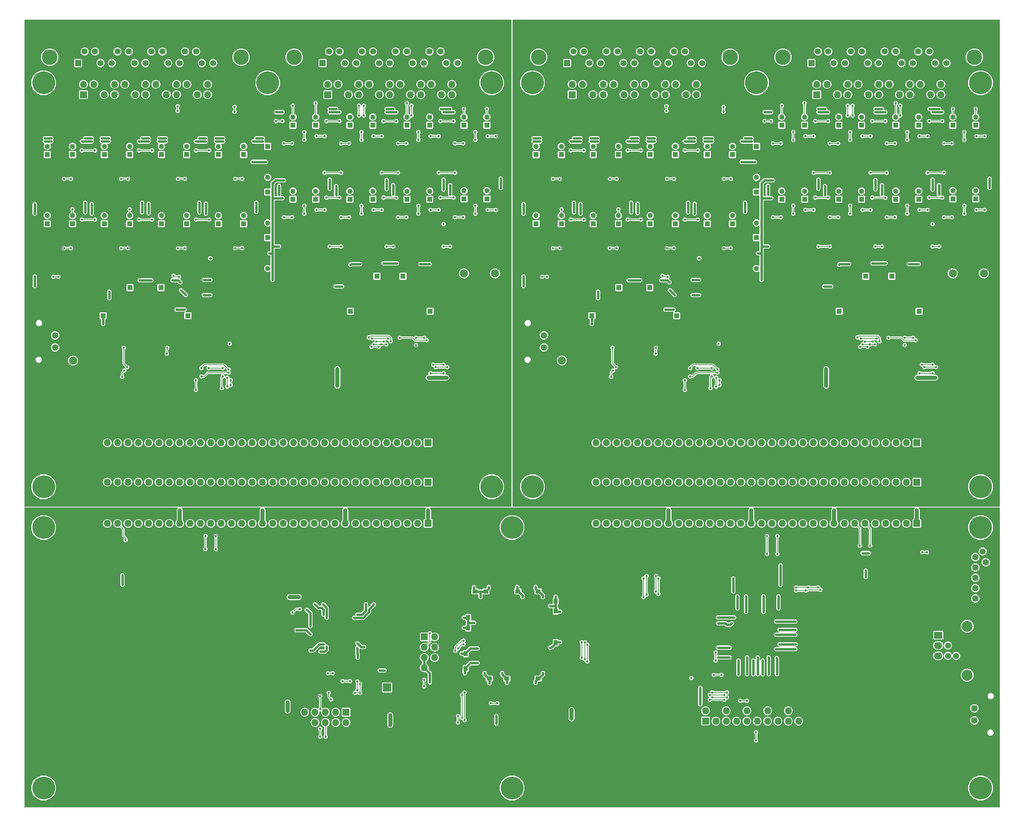
<source format=gbr>
G04 #@! TF.FileFunction,Copper,L2,Bot,Signal*
%FSLAX46Y46*%
G04 Gerber Fmt 4.6, Leading zero omitted, Abs format (unit mm)*
G04 Created by KiCad (PCBNEW 4.0.7) date Friday, 13. April 2018 'u21' 16:21:34*
%MOMM*%
%LPD*%
G01*
G04 APERTURE LIST*
%ADD10C,0.100000*%
%ADD11R,1.727200X1.727200*%
%ADD12O,1.727200X1.727200*%
%ADD13C,5.600000*%
%ADD14R,1.300000X1.000000*%
%ADD15R,1.000000X1.300000*%
%ADD16R,2.032000X1.727200*%
%ADD17O,2.032000X1.727200*%
%ADD18O,4.800000X4.800000*%
%ADD19C,1.524000*%
%ADD20C,2.700020*%
%ADD21C,1.600000*%
%ADD22R,5.250000X5.250000*%
%ADD23R,2.032000X2.032000*%
%ADD24O,2.032000X2.032000*%
%ADD25C,1.500000*%
%ADD26R,1.300000X1.300000*%
%ADD27C,1.300000*%
%ADD28R,5.100000X5.100000*%
%ADD29R,6.150000X6.150000*%
%ADD30C,1.998980*%
%ADD31C,3.810000*%
%ADD32R,1.524000X1.524000*%
%ADD33C,0.600000*%
%ADD34C,0.600000*%
%ADD35C,0.200000*%
%ADD36C,1.000000*%
%ADD37C,0.152400*%
G04 APERTURE END LIST*
D10*
D11*
X249370000Y-154000000D03*
D12*
X249370000Y-156540000D03*
X246830000Y-154000000D03*
X246830000Y-156540000D03*
X244290000Y-154000000D03*
X244290000Y-156540000D03*
X241750000Y-154000000D03*
X241750000Y-156540000D03*
X239210000Y-154000000D03*
X239210000Y-156540000D03*
X236670000Y-154000000D03*
X236670000Y-156540000D03*
X234130000Y-154000000D03*
X234130000Y-156540000D03*
X231590000Y-154000000D03*
X231590000Y-156540000D03*
X229050000Y-154000000D03*
X229050000Y-156540000D03*
X226510000Y-154000000D03*
X226510000Y-156540000D03*
X223970000Y-154000000D03*
X223970000Y-156540000D03*
X221430000Y-154000000D03*
X221430000Y-156540000D03*
X218890000Y-154000000D03*
X218890000Y-156540000D03*
X216350000Y-154000000D03*
X216350000Y-156540000D03*
X213810000Y-154000000D03*
X213810000Y-156540000D03*
X211270000Y-154000000D03*
X211270000Y-156540000D03*
X208730000Y-154000000D03*
X208730000Y-156540000D03*
X206190000Y-154000000D03*
X206190000Y-156540000D03*
X203650000Y-154000000D03*
X203650000Y-156540000D03*
X201110000Y-154000000D03*
X201110000Y-156540000D03*
X198570000Y-154000000D03*
X198570000Y-156540000D03*
X196030000Y-154000000D03*
X196030000Y-156540000D03*
X193490000Y-154000000D03*
X193490000Y-156540000D03*
X190950000Y-154000000D03*
X190950000Y-156540000D03*
X188410000Y-154000000D03*
X188410000Y-156540000D03*
X185870000Y-154000000D03*
X185870000Y-156540000D03*
X183330000Y-154000000D03*
X183330000Y-156540000D03*
X180790000Y-154000000D03*
X180790000Y-156540000D03*
X178250000Y-154000000D03*
X178250000Y-156540000D03*
X175710000Y-154000000D03*
X175710000Y-156540000D03*
X173170000Y-154000000D03*
X173170000Y-156540000D03*
X170630000Y-154000000D03*
X170630000Y-156540000D03*
D13*
X35000000Y-155000000D03*
X150000000Y-155000000D03*
X265000000Y-155000000D03*
X35000000Y-219000000D03*
X150000000Y-219000000D03*
X265000000Y-219000000D03*
D14*
X144400000Y-190300000D03*
X144400000Y-192100000D03*
X148700000Y-190300000D03*
X148700000Y-192100000D03*
X156400000Y-190300000D03*
X156400000Y-192100000D03*
D15*
X158900000Y-183300000D03*
X160700000Y-183300000D03*
X158900000Y-175500000D03*
X160700000Y-175500000D03*
X158900000Y-173100000D03*
X160700000Y-173100000D03*
D14*
X156400000Y-172500000D03*
X156400000Y-170700000D03*
X151400000Y-172500000D03*
X151400000Y-170700000D03*
X143600000Y-172500000D03*
X143600000Y-170700000D03*
X140900000Y-172500000D03*
X140900000Y-170700000D03*
D15*
X141000000Y-177100000D03*
X139200000Y-177100000D03*
X141000000Y-179700000D03*
X139200000Y-179700000D03*
X140400000Y-186000000D03*
X138600000Y-186000000D03*
X140400000Y-189600000D03*
X138600000Y-189600000D03*
D11*
X128460000Y-181860000D03*
D12*
X131000000Y-181860000D03*
X128460000Y-184400000D03*
X131000000Y-184400000D03*
X128460000Y-186940000D03*
X131000000Y-186940000D03*
X128460000Y-189480000D03*
X131000000Y-189480000D03*
D11*
X129370000Y-154000000D03*
D12*
X129370000Y-156540000D03*
X126830000Y-154000000D03*
X126830000Y-156540000D03*
X124290000Y-154000000D03*
X124290000Y-156540000D03*
X121750000Y-154000000D03*
X121750000Y-156540000D03*
X119210000Y-154000000D03*
X119210000Y-156540000D03*
X116670000Y-154000000D03*
X116670000Y-156540000D03*
X114130000Y-154000000D03*
X114130000Y-156540000D03*
X111590000Y-154000000D03*
X111590000Y-156540000D03*
X109050000Y-154000000D03*
X109050000Y-156540000D03*
X106510000Y-154000000D03*
X106510000Y-156540000D03*
X103970000Y-154000000D03*
X103970000Y-156540000D03*
X101430000Y-154000000D03*
X101430000Y-156540000D03*
X98890000Y-154000000D03*
X98890000Y-156540000D03*
X96350000Y-154000000D03*
X96350000Y-156540000D03*
X93810000Y-154000000D03*
X93810000Y-156540000D03*
X91270000Y-154000000D03*
X91270000Y-156540000D03*
X88730000Y-154000000D03*
X88730000Y-156540000D03*
X86190000Y-154000000D03*
X86190000Y-156540000D03*
X83650000Y-154000000D03*
X83650000Y-156540000D03*
X81110000Y-154000000D03*
X81110000Y-156540000D03*
X78570000Y-154000000D03*
X78570000Y-156540000D03*
X76030000Y-154000000D03*
X76030000Y-156540000D03*
X73490000Y-154000000D03*
X73490000Y-156540000D03*
X70950000Y-154000000D03*
X70950000Y-156540000D03*
X68410000Y-154000000D03*
X68410000Y-156540000D03*
X65870000Y-154000000D03*
X65870000Y-156540000D03*
X63330000Y-154000000D03*
X63330000Y-156540000D03*
X60790000Y-154000000D03*
X60790000Y-156540000D03*
X58250000Y-154000000D03*
X58250000Y-156540000D03*
X55710000Y-154000000D03*
X55710000Y-156540000D03*
X53170000Y-154000000D03*
X53170000Y-156540000D03*
X50630000Y-154000000D03*
X50630000Y-156540000D03*
D11*
X197480000Y-202540000D03*
D12*
X197480000Y-200000000D03*
X200020000Y-202540000D03*
X200020000Y-200000000D03*
X202560000Y-202540000D03*
X202560000Y-200000000D03*
X205100000Y-202540000D03*
X205100000Y-200000000D03*
X207640000Y-202540000D03*
X207640000Y-200000000D03*
X210180000Y-202540000D03*
X210180000Y-200000000D03*
X212720000Y-202540000D03*
X212720000Y-200000000D03*
X215260000Y-202540000D03*
X215260000Y-200000000D03*
X217800000Y-202540000D03*
X217800000Y-200000000D03*
X220340000Y-202540000D03*
X220340000Y-200000000D03*
D16*
X254600000Y-181460000D03*
D17*
X254600000Y-184000000D03*
X254600000Y-186540000D03*
X254600000Y-189080000D03*
D18*
X210000000Y-181500000D03*
D19*
X257000000Y-186540000D03*
X257000000Y-184000000D03*
X258998980Y-184000000D03*
X258998980Y-186540000D03*
D20*
X261699000Y-191269480D03*
X261699000Y-179270520D03*
D21*
X263500000Y-202400000D03*
X263500000Y-199400000D03*
X266500000Y-202400000D03*
X266500000Y-199400000D03*
D22*
X107850000Y-180500000D03*
D23*
X119300000Y-194300000D03*
D24*
X119300000Y-196840000D03*
D11*
X109240000Y-200360000D03*
D12*
X109240000Y-202900000D03*
X106700000Y-200360000D03*
X106700000Y-202900000D03*
X104160000Y-200360000D03*
X104160000Y-202900000D03*
X101620000Y-200360000D03*
X101620000Y-202900000D03*
X99080000Y-200360000D03*
X99080000Y-202900000D03*
D21*
X263730000Y-162285000D03*
X266270000Y-163555000D03*
X263730000Y-164825000D03*
X266270000Y-166095000D03*
X263730000Y-167365000D03*
X266270000Y-168635000D03*
X263730000Y-169905000D03*
X266270000Y-171175000D03*
X263730000Y-172445000D03*
X266270000Y-173715000D03*
D25*
X265530000Y-160885000D03*
D26*
X77900000Y-63400000D03*
D27*
X77900000Y-61400000D03*
D26*
X63900000Y-63400000D03*
D27*
X63900000Y-61400000D03*
D13*
X35000000Y-45800000D03*
X145000000Y-45800000D03*
X145000000Y-145000000D03*
X35000000Y-145000000D03*
D26*
X70400000Y-103000000D03*
D27*
X72400000Y-103000000D03*
D26*
X56200000Y-96100000D03*
D27*
X58200000Y-96100000D03*
D26*
X49600000Y-103000000D03*
D27*
X47600000Y-103000000D03*
D26*
X63800000Y-96100000D03*
D27*
X61800000Y-96100000D03*
D26*
X138200000Y-74300000D03*
D27*
X138200000Y-72300000D03*
D26*
X138200000Y-56200000D03*
D27*
X138200000Y-54200000D03*
D26*
X143800000Y-74300000D03*
D27*
X143800000Y-72300000D03*
D26*
X143800000Y-56200000D03*
D27*
X143800000Y-54200000D03*
D26*
X124200000Y-74400000D03*
D27*
X124200000Y-72400000D03*
D26*
X124200000Y-56200000D03*
D27*
X124200000Y-54200000D03*
D26*
X129800000Y-56200000D03*
D27*
X129800000Y-54200000D03*
D26*
X110200000Y-74400000D03*
D27*
X110200000Y-72400000D03*
D26*
X110200000Y-56200000D03*
D27*
X110200000Y-54200000D03*
D26*
X115800000Y-74400000D03*
D27*
X115800000Y-72400000D03*
D26*
X115800000Y-56200000D03*
D27*
X115800000Y-54200000D03*
D26*
X96200000Y-74400000D03*
D27*
X96200000Y-72400000D03*
D26*
X96200000Y-56200000D03*
D27*
X96200000Y-54200000D03*
D26*
X101800000Y-74400000D03*
D27*
X101800000Y-72400000D03*
D26*
X101800000Y-56200000D03*
D27*
X101800000Y-54200000D03*
D26*
X84100000Y-80400000D03*
D27*
X84100000Y-78400000D03*
D26*
X84100000Y-63400000D03*
D27*
X84100000Y-61400000D03*
D26*
X77900000Y-80400000D03*
D27*
X77900000Y-78400000D03*
D26*
X70100000Y-80400000D03*
D27*
X70100000Y-78400000D03*
D26*
X70100000Y-63400000D03*
D27*
X70100000Y-61400000D03*
D26*
X63900000Y-80400000D03*
D27*
X63900000Y-78400000D03*
D26*
X56100000Y-80400000D03*
D27*
X56100000Y-78400000D03*
D26*
X56100000Y-63400000D03*
D27*
X56100000Y-61400000D03*
D26*
X49900000Y-80400000D03*
D27*
X49900000Y-78400000D03*
D26*
X49900000Y-63400000D03*
D27*
X49900000Y-61400000D03*
D26*
X42100000Y-80400000D03*
D27*
X42100000Y-78400000D03*
D26*
X42100000Y-63400000D03*
D27*
X42100000Y-61400000D03*
D26*
X35900000Y-80400000D03*
D27*
X35900000Y-78400000D03*
D26*
X35900000Y-63400000D03*
D27*
X35900000Y-61400000D03*
D26*
X110300000Y-101900000D03*
D27*
X110300000Y-99900000D03*
D26*
X116800000Y-93300000D03*
D27*
X116800000Y-91300000D03*
D26*
X123200000Y-93300000D03*
D27*
X123200000Y-91300000D03*
D26*
X129900000Y-101900000D03*
D27*
X129900000Y-99900000D03*
D26*
X129800000Y-74400000D03*
D27*
X129800000Y-72400000D03*
D28*
X120000000Y-103300000D03*
D29*
X60000000Y-111100000D03*
D11*
X44760000Y-48700000D03*
D12*
X44760000Y-46160000D03*
X47300000Y-48700000D03*
X47300000Y-46160000D03*
X49840000Y-48700000D03*
X49840000Y-46160000D03*
X52380000Y-48700000D03*
X52380000Y-46160000D03*
X54920000Y-48700000D03*
X54920000Y-46160000D03*
X57460000Y-48700000D03*
X57460000Y-46160000D03*
X60000000Y-48700000D03*
X60000000Y-46160000D03*
X62540000Y-48700000D03*
X62540000Y-46160000D03*
X65080000Y-48700000D03*
X65080000Y-46160000D03*
X67620000Y-48700000D03*
X67620000Y-46160000D03*
X70160000Y-48700000D03*
X70160000Y-46160000D03*
X72700000Y-48700000D03*
X72700000Y-46160000D03*
X75240000Y-48700000D03*
X75240000Y-46160000D03*
D11*
X104760000Y-48700000D03*
D12*
X104760000Y-46160000D03*
X107300000Y-48700000D03*
X107300000Y-46160000D03*
X109840000Y-48700000D03*
X109840000Y-46160000D03*
X112380000Y-48700000D03*
X112380000Y-46160000D03*
X114920000Y-48700000D03*
X114920000Y-46160000D03*
X117460000Y-48700000D03*
X117460000Y-46160000D03*
X120000000Y-48700000D03*
X120000000Y-46160000D03*
X122540000Y-48700000D03*
X122540000Y-46160000D03*
X125080000Y-48700000D03*
X125080000Y-46160000D03*
X127620000Y-48700000D03*
X127620000Y-46160000D03*
X130160000Y-48700000D03*
X130160000Y-46160000D03*
X132700000Y-48700000D03*
X132700000Y-46160000D03*
X135240000Y-48700000D03*
X135240000Y-46160000D03*
D30*
X145800000Y-92600000D03*
X138180000Y-92600000D03*
D13*
X90000000Y-45800000D03*
D21*
X37800000Y-107800000D03*
X37800000Y-110800000D03*
X34800000Y-107800000D03*
X34800000Y-110800000D03*
D30*
X42200000Y-114020000D03*
X42200000Y-106400000D03*
D31*
X83495000Y-39500000D03*
X36505000Y-39500000D03*
D32*
X43490000Y-40940000D03*
D19*
X46284000Y-40940000D03*
X48951000Y-40940000D03*
X51745000Y-40940000D03*
X54539000Y-40940000D03*
X57333000Y-40940000D03*
X60000000Y-40940000D03*
X62794000Y-40940000D03*
X65588000Y-40940000D03*
X68382000Y-40940000D03*
X71049000Y-40940000D03*
X73843000Y-40940000D03*
X76637000Y-40940000D03*
X45064800Y-38100000D03*
X47604800Y-38100000D03*
X50398800Y-38100000D03*
X53142000Y-38100000D03*
X55885200Y-38100000D03*
X58679200Y-38100000D03*
X61422400Y-38100000D03*
X64165600Y-38100000D03*
X67010400Y-38100000D03*
X69702800Y-38100000D03*
X72446000Y-38100000D03*
X75240000Y-38100000D03*
D31*
X143495000Y-39500000D03*
X96505000Y-39500000D03*
D32*
X103490000Y-40940000D03*
D19*
X106284000Y-40940000D03*
X108951000Y-40940000D03*
X111745000Y-40940000D03*
X114539000Y-40940000D03*
X117333000Y-40940000D03*
X120000000Y-40940000D03*
X122794000Y-40940000D03*
X125588000Y-40940000D03*
X128382000Y-40940000D03*
X131049000Y-40940000D03*
X133843000Y-40940000D03*
X136637000Y-40940000D03*
X105064800Y-38100000D03*
X107604800Y-38100000D03*
X110398800Y-38100000D03*
X113142000Y-38100000D03*
X115885200Y-38100000D03*
X118679200Y-38100000D03*
X121422400Y-38100000D03*
X124165600Y-38100000D03*
X127010400Y-38100000D03*
X129702800Y-38100000D03*
X132446000Y-38100000D03*
X135240000Y-38100000D03*
D26*
X90000000Y-61400000D03*
D27*
X90000000Y-63400000D03*
D26*
X90000000Y-72600000D03*
D27*
X90000000Y-74600000D03*
D26*
X90000000Y-67000000D03*
D27*
X90000000Y-69000000D03*
D26*
X90000000Y-78200000D03*
D27*
X90000000Y-80200000D03*
D26*
X90000000Y-83800000D03*
D27*
X90000000Y-85800000D03*
D26*
X90000000Y-89400000D03*
D27*
X90000000Y-91400000D03*
D11*
X129370000Y-143860000D03*
D12*
X129370000Y-146400000D03*
X126830000Y-143860000D03*
X126830000Y-146400000D03*
X124290000Y-143860000D03*
X124290000Y-146400000D03*
X121750000Y-143860000D03*
X121750000Y-146400000D03*
X119210000Y-143860000D03*
X119210000Y-146400000D03*
X116670000Y-143860000D03*
X116670000Y-146400000D03*
X114130000Y-143860000D03*
X114130000Y-146400000D03*
X111590000Y-143860000D03*
X111590000Y-146400000D03*
X109050000Y-143860000D03*
X109050000Y-146400000D03*
X106510000Y-143860000D03*
X106510000Y-146400000D03*
X103970000Y-143860000D03*
X103970000Y-146400000D03*
X101430000Y-143860000D03*
X101430000Y-146400000D03*
X98890000Y-143860000D03*
X98890000Y-146400000D03*
X96350000Y-143860000D03*
X96350000Y-146400000D03*
X93810000Y-143860000D03*
X93810000Y-146400000D03*
X91270000Y-143860000D03*
X91270000Y-146400000D03*
X88730000Y-143860000D03*
X88730000Y-146400000D03*
X86190000Y-143860000D03*
X86190000Y-146400000D03*
X83650000Y-143860000D03*
X83650000Y-146400000D03*
X81110000Y-143860000D03*
X81110000Y-146400000D03*
X78570000Y-143860000D03*
X78570000Y-146400000D03*
X76030000Y-143860000D03*
X76030000Y-146400000D03*
X73490000Y-143860000D03*
X73490000Y-146400000D03*
X70950000Y-143860000D03*
X70950000Y-146400000D03*
X68410000Y-143860000D03*
X68410000Y-146400000D03*
X65870000Y-143860000D03*
X65870000Y-146400000D03*
X63330000Y-143860000D03*
X63330000Y-146400000D03*
X60790000Y-143860000D03*
X60790000Y-146400000D03*
X58250000Y-143860000D03*
X58250000Y-146400000D03*
X55710000Y-143860000D03*
X55710000Y-146400000D03*
X53170000Y-143860000D03*
X53170000Y-146400000D03*
X50630000Y-143860000D03*
X50630000Y-146400000D03*
D11*
X129370000Y-134200000D03*
D12*
X129370000Y-136740000D03*
X126830000Y-134200000D03*
X126830000Y-136740000D03*
X124290000Y-134200000D03*
X124290000Y-136740000D03*
X121750000Y-134200000D03*
X121750000Y-136740000D03*
X119210000Y-134200000D03*
X119210000Y-136740000D03*
X116670000Y-134200000D03*
X116670000Y-136740000D03*
X114130000Y-134200000D03*
X114130000Y-136740000D03*
X111590000Y-134200000D03*
X111590000Y-136740000D03*
X109050000Y-134200000D03*
X109050000Y-136740000D03*
X106510000Y-134200000D03*
X106510000Y-136740000D03*
X103970000Y-134200000D03*
X103970000Y-136740000D03*
X101430000Y-134200000D03*
X101430000Y-136740000D03*
X98890000Y-134200000D03*
X98890000Y-136740000D03*
X96350000Y-134200000D03*
X96350000Y-136740000D03*
X93810000Y-134200000D03*
X93810000Y-136740000D03*
X91270000Y-134200000D03*
X91270000Y-136740000D03*
X88730000Y-134200000D03*
X88730000Y-136740000D03*
X86190000Y-134200000D03*
X86190000Y-136740000D03*
X83650000Y-134200000D03*
X83650000Y-136740000D03*
X81110000Y-134200000D03*
X81110000Y-136740000D03*
X78570000Y-134200000D03*
X78570000Y-136740000D03*
X76030000Y-134200000D03*
X76030000Y-136740000D03*
X73490000Y-134200000D03*
X73490000Y-136740000D03*
X70950000Y-134200000D03*
X70950000Y-136740000D03*
X68410000Y-134200000D03*
X68410000Y-136740000D03*
X65870000Y-134200000D03*
X65870000Y-136740000D03*
X63330000Y-134200000D03*
X63330000Y-136740000D03*
X60790000Y-134200000D03*
X60790000Y-136740000D03*
X58250000Y-134200000D03*
X58250000Y-136740000D03*
X55710000Y-134200000D03*
X55710000Y-136740000D03*
X53170000Y-134200000D03*
X53170000Y-136740000D03*
X50630000Y-134200000D03*
X50630000Y-136740000D03*
D26*
X197900000Y-63400000D03*
D27*
X197900000Y-61400000D03*
D26*
X183900000Y-63400000D03*
D27*
X183900000Y-61400000D03*
D13*
X155000000Y-45800000D03*
X265000000Y-45800000D03*
X265000000Y-145000000D03*
X155000000Y-145000000D03*
D26*
X190400000Y-103000000D03*
D27*
X192400000Y-103000000D03*
D26*
X176200000Y-96100000D03*
D27*
X178200000Y-96100000D03*
D26*
X169600000Y-103000000D03*
D27*
X167600000Y-103000000D03*
D26*
X183800000Y-96100000D03*
D27*
X181800000Y-96100000D03*
D26*
X258200000Y-74300000D03*
D27*
X258200000Y-72300000D03*
D26*
X258200000Y-56200000D03*
D27*
X258200000Y-54200000D03*
D26*
X263800000Y-74300000D03*
D27*
X263800000Y-72300000D03*
D26*
X263800000Y-56200000D03*
D27*
X263800000Y-54200000D03*
D26*
X244200000Y-74400000D03*
D27*
X244200000Y-72400000D03*
D26*
X244200000Y-56200000D03*
D27*
X244200000Y-54200000D03*
D26*
X249800000Y-56200000D03*
D27*
X249800000Y-54200000D03*
D26*
X230200000Y-74400000D03*
D27*
X230200000Y-72400000D03*
D26*
X230200000Y-56200000D03*
D27*
X230200000Y-54200000D03*
D26*
X235800000Y-74400000D03*
D27*
X235800000Y-72400000D03*
D26*
X235800000Y-56200000D03*
D27*
X235800000Y-54200000D03*
D26*
X216200000Y-74400000D03*
D27*
X216200000Y-72400000D03*
D26*
X216200000Y-56200000D03*
D27*
X216200000Y-54200000D03*
D26*
X221800000Y-74400000D03*
D27*
X221800000Y-72400000D03*
D26*
X221800000Y-56200000D03*
D27*
X221800000Y-54200000D03*
D26*
X204100000Y-80400000D03*
D27*
X204100000Y-78400000D03*
D26*
X204100000Y-63400000D03*
D27*
X204100000Y-61400000D03*
D26*
X197900000Y-80400000D03*
D27*
X197900000Y-78400000D03*
D26*
X190100000Y-80400000D03*
D27*
X190100000Y-78400000D03*
D26*
X190100000Y-63400000D03*
D27*
X190100000Y-61400000D03*
D26*
X183900000Y-80400000D03*
D27*
X183900000Y-78400000D03*
D26*
X176100000Y-80400000D03*
D27*
X176100000Y-78400000D03*
D26*
X176100000Y-63400000D03*
D27*
X176100000Y-61400000D03*
D26*
X169900000Y-80400000D03*
D27*
X169900000Y-78400000D03*
D26*
X169900000Y-63400000D03*
D27*
X169900000Y-61400000D03*
D26*
X162100000Y-80400000D03*
D27*
X162100000Y-78400000D03*
D26*
X162100000Y-63400000D03*
D27*
X162100000Y-61400000D03*
D26*
X155900000Y-80400000D03*
D27*
X155900000Y-78400000D03*
D26*
X155900000Y-63400000D03*
D27*
X155900000Y-61400000D03*
D26*
X230300000Y-101900000D03*
D27*
X230300000Y-99900000D03*
D26*
X236800000Y-93300000D03*
D27*
X236800000Y-91300000D03*
D26*
X243200000Y-93300000D03*
D27*
X243200000Y-91300000D03*
D26*
X249900000Y-101900000D03*
D27*
X249900000Y-99900000D03*
D26*
X249800000Y-74400000D03*
D27*
X249800000Y-72400000D03*
D28*
X240000000Y-103300000D03*
D29*
X180000000Y-111100000D03*
D11*
X164760000Y-48700000D03*
D12*
X164760000Y-46160000D03*
X167300000Y-48700000D03*
X167300000Y-46160000D03*
X169840000Y-48700000D03*
X169840000Y-46160000D03*
X172380000Y-48700000D03*
X172380000Y-46160000D03*
X174920000Y-48700000D03*
X174920000Y-46160000D03*
X177460000Y-48700000D03*
X177460000Y-46160000D03*
X180000000Y-48700000D03*
X180000000Y-46160000D03*
X182540000Y-48700000D03*
X182540000Y-46160000D03*
X185080000Y-48700000D03*
X185080000Y-46160000D03*
X187620000Y-48700000D03*
X187620000Y-46160000D03*
X190160000Y-48700000D03*
X190160000Y-46160000D03*
X192700000Y-48700000D03*
X192700000Y-46160000D03*
X195240000Y-48700000D03*
X195240000Y-46160000D03*
D11*
X224760000Y-48700000D03*
D12*
X224760000Y-46160000D03*
X227300000Y-48700000D03*
X227300000Y-46160000D03*
X229840000Y-48700000D03*
X229840000Y-46160000D03*
X232380000Y-48700000D03*
X232380000Y-46160000D03*
X234920000Y-48700000D03*
X234920000Y-46160000D03*
X237460000Y-48700000D03*
X237460000Y-46160000D03*
X240000000Y-48700000D03*
X240000000Y-46160000D03*
X242540000Y-48700000D03*
X242540000Y-46160000D03*
X245080000Y-48700000D03*
X245080000Y-46160000D03*
X247620000Y-48700000D03*
X247620000Y-46160000D03*
X250160000Y-48700000D03*
X250160000Y-46160000D03*
X252700000Y-48700000D03*
X252700000Y-46160000D03*
X255240000Y-48700000D03*
X255240000Y-46160000D03*
D30*
X265800000Y-92600000D03*
X258180000Y-92600000D03*
D13*
X210000000Y-45800000D03*
D21*
X157800000Y-107800000D03*
X157800000Y-110800000D03*
X154800000Y-107800000D03*
X154800000Y-110800000D03*
D30*
X162200000Y-114020000D03*
X162200000Y-106400000D03*
D31*
X203495000Y-39500000D03*
X156505000Y-39500000D03*
D32*
X163490000Y-40940000D03*
D19*
X166284000Y-40940000D03*
X168951000Y-40940000D03*
X171745000Y-40940000D03*
X174539000Y-40940000D03*
X177333000Y-40940000D03*
X180000000Y-40940000D03*
X182794000Y-40940000D03*
X185588000Y-40940000D03*
X188382000Y-40940000D03*
X191049000Y-40940000D03*
X193843000Y-40940000D03*
X196637000Y-40940000D03*
X165064800Y-38100000D03*
X167604800Y-38100000D03*
X170398800Y-38100000D03*
X173142000Y-38100000D03*
X175885200Y-38100000D03*
X178679200Y-38100000D03*
X181422400Y-38100000D03*
X184165600Y-38100000D03*
X187010400Y-38100000D03*
X189702800Y-38100000D03*
X192446000Y-38100000D03*
X195240000Y-38100000D03*
D31*
X263495000Y-39500000D03*
X216505000Y-39500000D03*
D32*
X223490000Y-40940000D03*
D19*
X226284000Y-40940000D03*
X228951000Y-40940000D03*
X231745000Y-40940000D03*
X234539000Y-40940000D03*
X237333000Y-40940000D03*
X240000000Y-40940000D03*
X242794000Y-40940000D03*
X245588000Y-40940000D03*
X248382000Y-40940000D03*
X251049000Y-40940000D03*
X253843000Y-40940000D03*
X256637000Y-40940000D03*
X225064800Y-38100000D03*
X227604800Y-38100000D03*
X230398800Y-38100000D03*
X233142000Y-38100000D03*
X235885200Y-38100000D03*
X238679200Y-38100000D03*
X241422400Y-38100000D03*
X244165600Y-38100000D03*
X247010400Y-38100000D03*
X249702800Y-38100000D03*
X252446000Y-38100000D03*
X255240000Y-38100000D03*
D26*
X210000000Y-61400000D03*
D27*
X210000000Y-63400000D03*
D26*
X210000000Y-72600000D03*
D27*
X210000000Y-74600000D03*
D26*
X210000000Y-67000000D03*
D27*
X210000000Y-69000000D03*
D26*
X210000000Y-78200000D03*
D27*
X210000000Y-80200000D03*
D26*
X210000000Y-83800000D03*
D27*
X210000000Y-85800000D03*
D26*
X210000000Y-89400000D03*
D27*
X210000000Y-91400000D03*
D11*
X249370000Y-143860000D03*
D12*
X249370000Y-146400000D03*
X246830000Y-143860000D03*
X246830000Y-146400000D03*
X244290000Y-143860000D03*
X244290000Y-146400000D03*
X241750000Y-143860000D03*
X241750000Y-146400000D03*
X239210000Y-143860000D03*
X239210000Y-146400000D03*
X236670000Y-143860000D03*
X236670000Y-146400000D03*
X234130000Y-143860000D03*
X234130000Y-146400000D03*
X231590000Y-143860000D03*
X231590000Y-146400000D03*
X229050000Y-143860000D03*
X229050000Y-146400000D03*
X226510000Y-143860000D03*
X226510000Y-146400000D03*
X223970000Y-143860000D03*
X223970000Y-146400000D03*
X221430000Y-143860000D03*
X221430000Y-146400000D03*
X218890000Y-143860000D03*
X218890000Y-146400000D03*
X216350000Y-143860000D03*
X216350000Y-146400000D03*
X213810000Y-143860000D03*
X213810000Y-146400000D03*
X211270000Y-143860000D03*
X211270000Y-146400000D03*
X208730000Y-143860000D03*
X208730000Y-146400000D03*
X206190000Y-143860000D03*
X206190000Y-146400000D03*
X203650000Y-143860000D03*
X203650000Y-146400000D03*
X201110000Y-143860000D03*
X201110000Y-146400000D03*
X198570000Y-143860000D03*
X198570000Y-146400000D03*
X196030000Y-143860000D03*
X196030000Y-146400000D03*
X193490000Y-143860000D03*
X193490000Y-146400000D03*
X190950000Y-143860000D03*
X190950000Y-146400000D03*
X188410000Y-143860000D03*
X188410000Y-146400000D03*
X185870000Y-143860000D03*
X185870000Y-146400000D03*
X183330000Y-143860000D03*
X183330000Y-146400000D03*
X180790000Y-143860000D03*
X180790000Y-146400000D03*
X178250000Y-143860000D03*
X178250000Y-146400000D03*
X175710000Y-143860000D03*
X175710000Y-146400000D03*
X173170000Y-143860000D03*
X173170000Y-146400000D03*
X170630000Y-143860000D03*
X170630000Y-146400000D03*
D11*
X249370000Y-134200000D03*
D12*
X249370000Y-136740000D03*
X246830000Y-134200000D03*
X246830000Y-136740000D03*
X244290000Y-134200000D03*
X244290000Y-136740000D03*
X241750000Y-134200000D03*
X241750000Y-136740000D03*
X239210000Y-134200000D03*
X239210000Y-136740000D03*
X236670000Y-134200000D03*
X236670000Y-136740000D03*
X234130000Y-134200000D03*
X234130000Y-136740000D03*
X231590000Y-134200000D03*
X231590000Y-136740000D03*
X229050000Y-134200000D03*
X229050000Y-136740000D03*
X226510000Y-134200000D03*
X226510000Y-136740000D03*
X223970000Y-134200000D03*
X223970000Y-136740000D03*
X221430000Y-134200000D03*
X221430000Y-136740000D03*
X218890000Y-134200000D03*
X218890000Y-136740000D03*
X216350000Y-134200000D03*
X216350000Y-136740000D03*
X213810000Y-134200000D03*
X213810000Y-136740000D03*
X211270000Y-134200000D03*
X211270000Y-136740000D03*
X208730000Y-134200000D03*
X208730000Y-136740000D03*
X206190000Y-134200000D03*
X206190000Y-136740000D03*
X203650000Y-134200000D03*
X203650000Y-136740000D03*
X201110000Y-134200000D03*
X201110000Y-136740000D03*
X198570000Y-134200000D03*
X198570000Y-136740000D03*
X196030000Y-134200000D03*
X196030000Y-136740000D03*
X193490000Y-134200000D03*
X193490000Y-136740000D03*
X190950000Y-134200000D03*
X190950000Y-136740000D03*
X188410000Y-134200000D03*
X188410000Y-136740000D03*
X185870000Y-134200000D03*
X185870000Y-136740000D03*
X183330000Y-134200000D03*
X183330000Y-136740000D03*
X180790000Y-134200000D03*
X180790000Y-136740000D03*
X178250000Y-134200000D03*
X178250000Y-136740000D03*
X175710000Y-134200000D03*
X175710000Y-136740000D03*
X173170000Y-134200000D03*
X173170000Y-136740000D03*
X170630000Y-134200000D03*
X170630000Y-136740000D03*
D33*
X189400000Y-204000000D03*
X240800000Y-171900000D03*
X66700000Y-169200000D03*
X60200000Y-172700000D03*
X67400000Y-162575000D03*
X185600000Y-208200000D03*
X180900000Y-206200000D03*
X172700000Y-206000000D03*
X145600000Y-190700000D03*
X137926605Y-180401837D03*
X137363829Y-185157250D03*
X140700000Y-175900000D03*
X99600000Y-172100000D03*
X101600000Y-172100000D03*
X95194668Y-179200000D03*
X98694668Y-179200000D03*
X103900000Y-189800000D03*
X153473389Y-198796685D03*
X148400000Y-197900000D03*
X127500000Y-177900000D03*
X157900000Y-199400000D03*
X190300000Y-205400000D03*
X230700000Y-207500000D03*
X247100000Y-207500000D03*
X256300000Y-206200000D03*
X239900000Y-206200000D03*
X229000000Y-188900000D03*
X239600000Y-186700000D03*
X244100000Y-192900000D03*
X242200000Y-186900000D03*
X249200000Y-162100000D03*
X250100000Y-168700000D03*
X250100000Y-167800000D03*
X164700000Y-191500000D03*
X159700000Y-196100000D03*
X161100000Y-197000000D03*
X155250000Y-190700000D03*
X163100000Y-197000000D03*
X159300000Y-185650000D03*
X159300000Y-176650000D03*
X159300000Y-182150000D03*
X155250000Y-172100000D03*
X150250000Y-172100000D03*
X144750000Y-172100000D03*
X198000000Y-208200000D03*
X203158730Y-178109354D03*
X253800000Y-192100000D03*
X252200000Y-190200000D03*
X259900000Y-193900000D03*
X197800000Y-179200000D03*
X205600000Y-192150000D03*
X197800000Y-182700000D03*
X195400000Y-177400000D03*
X196303202Y-182816000D03*
X199450000Y-178500000D03*
X199450000Y-177100000D03*
X215400000Y-170850000D03*
X213000000Y-170850000D03*
X210300000Y-170850000D03*
X209100000Y-170850000D03*
X207400000Y-170850000D03*
X205300000Y-170850000D03*
X199450000Y-180900000D03*
X199450000Y-184500000D03*
X199300000Y-186900000D03*
X198225000Y-189430000D03*
X194000000Y-190200000D03*
X213000000Y-192150000D03*
X211500000Y-192150000D03*
X210300000Y-192150000D03*
X207700000Y-192150000D03*
X209200000Y-192150000D03*
X220650000Y-181300000D03*
X220650000Y-180100000D03*
X220650000Y-178900000D03*
X220650000Y-177300000D03*
X225000000Y-196200000D03*
X215000000Y-192150000D03*
X219495000Y-188700000D03*
X220650000Y-183700000D03*
X220650000Y-184900000D03*
X220650000Y-186500000D03*
X222300000Y-179400000D03*
X174000000Y-196800000D03*
X176000000Y-196800000D03*
X233000000Y-196800000D03*
X249400000Y-196800000D03*
X251400000Y-196800000D03*
X235000000Y-196800000D03*
X103700000Y-184700000D03*
X103482076Y-178749997D03*
X119000000Y-191500000D03*
X116094668Y-188700000D03*
X114100000Y-188800000D03*
X112850000Y-175500000D03*
X102850000Y-175500000D03*
X114100000Y-172100000D03*
X112850000Y-185500000D03*
X110633602Y-184834773D03*
X110071649Y-184840516D03*
X106599934Y-184867861D03*
X103482097Y-182750024D03*
X103600000Y-172100000D03*
X112100000Y-172100000D03*
X116100000Y-172100000D03*
X98700000Y-185200000D03*
X98700000Y-181200000D03*
X107850000Y-195305000D03*
X112100000Y-188800000D03*
X149750000Y-193200000D03*
X109500000Y-107800000D03*
X143300000Y-118300000D03*
X143300000Y-116300000D03*
X138214000Y-128900000D03*
X141000000Y-129700000D03*
X103800000Y-98800000D03*
X68000000Y-90600000D03*
X87200000Y-57400000D03*
X87200000Y-55400000D03*
X81900000Y-57400000D03*
X80200000Y-57400000D03*
X81900000Y-55400000D03*
X80200000Y-55400000D03*
X67900000Y-57400000D03*
X67900000Y-55400000D03*
X74900000Y-57400000D03*
X74900000Y-55400000D03*
X73200000Y-55400000D03*
X73200000Y-57400000D03*
X38100000Y-57400000D03*
X39800000Y-57400000D03*
X39800000Y-55400000D03*
X38100000Y-55400000D03*
X32800000Y-55400000D03*
X32800000Y-57400000D03*
X59100000Y-57400000D03*
X59100000Y-55400000D03*
X53800000Y-55400000D03*
X53800000Y-57400000D03*
X52100000Y-57400000D03*
X52100000Y-55400000D03*
X45100000Y-55400000D03*
X46800000Y-55400000D03*
X46800000Y-57400000D03*
X45100000Y-57400000D03*
X60900000Y-55400000D03*
X60900000Y-57400000D03*
X66200000Y-55400000D03*
X66200000Y-57400000D03*
X59442886Y-88857114D03*
X59849989Y-92100000D03*
X113000000Y-104600000D03*
X113000000Y-106600000D03*
X80830380Y-114099820D03*
X77200000Y-117900000D03*
X82500000Y-109900000D03*
X75500000Y-109900000D03*
X75500000Y-111900000D03*
X79000000Y-113900000D03*
X75500000Y-113900000D03*
X75500000Y-117900000D03*
X145100000Y-102300000D03*
X90300000Y-96100000D03*
X90300000Y-101600000D03*
X87902000Y-101186000D03*
X89700000Y-94200000D03*
X124400000Y-110200000D03*
X122400000Y-110200000D03*
X94000000Y-82500000D03*
X104000000Y-82300000D03*
X118000000Y-82300000D03*
X108000000Y-82500000D03*
X122000000Y-82500000D03*
X132000000Y-82300000D03*
X136000000Y-82500000D03*
X146000000Y-82300000D03*
X94000000Y-64400000D03*
X104000000Y-64200000D03*
X108000000Y-64400000D03*
X118000000Y-64200000D03*
X136000000Y-64400000D03*
X122000000Y-64400000D03*
X132000000Y-64200000D03*
X146000000Y-64200000D03*
X52400000Y-99700000D03*
X67600000Y-99700000D03*
X67600000Y-106700000D03*
X44000000Y-83600000D03*
X44000000Y-66600000D03*
X58000000Y-66600000D03*
X58000000Y-83600000D03*
X86000000Y-66600000D03*
X86000000Y-83600000D03*
X72000000Y-66600000D03*
X72000000Y-83600000D03*
X53200000Y-113200000D03*
X51200000Y-116700000D03*
X53200000Y-116700000D03*
X51200000Y-113200000D03*
X64800000Y-103200000D03*
X61600000Y-103200000D03*
X58400000Y-103200000D03*
X55200000Y-103200000D03*
X52400000Y-108500000D03*
X34000000Y-73600000D03*
X34000000Y-90600000D03*
X40000000Y-73600000D03*
X40000000Y-90600000D03*
X34000000Y-87100000D03*
X34000000Y-70100000D03*
X48000000Y-73600000D03*
X54000000Y-73600000D03*
X48000000Y-90600000D03*
X54000000Y-90600000D03*
X48000000Y-87100000D03*
X48000000Y-70100000D03*
X62000000Y-73600000D03*
X68000000Y-73600000D03*
X62000000Y-70100000D03*
X62000000Y-90600000D03*
X62000000Y-87100000D03*
X76000000Y-73600000D03*
X76000000Y-70100000D03*
X82000000Y-73600000D03*
X76000000Y-87100000D03*
X82000000Y-90600000D03*
X76000000Y-90600000D03*
X125956250Y-100343750D03*
X120856250Y-95543750D03*
X114156250Y-100243750D03*
X123156250Y-95943750D03*
X116756250Y-95943750D03*
X120856250Y-97543750D03*
X229500000Y-107800000D03*
X263300000Y-118300000D03*
X263300000Y-116300000D03*
X258214000Y-128900000D03*
X261000000Y-129700000D03*
X223800000Y-98800000D03*
X188000000Y-90600000D03*
X207200000Y-57400000D03*
X207200000Y-55400000D03*
X201900000Y-57400000D03*
X200200000Y-57400000D03*
X201900000Y-55400000D03*
X200200000Y-55400000D03*
X187900000Y-57400000D03*
X187900000Y-55400000D03*
X194900000Y-57400000D03*
X194900000Y-55400000D03*
X193200000Y-55400000D03*
X193200000Y-57400000D03*
X158100000Y-57400000D03*
X159800000Y-57400000D03*
X159800000Y-55400000D03*
X158100000Y-55400000D03*
X152800000Y-55400000D03*
X152800000Y-57400000D03*
X179100000Y-57400000D03*
X179100000Y-55400000D03*
X173800000Y-55400000D03*
X173800000Y-57400000D03*
X172100000Y-57400000D03*
X172100000Y-55400000D03*
X165100000Y-55400000D03*
X166800000Y-55400000D03*
X166800000Y-57400000D03*
X165100000Y-57400000D03*
X180900000Y-55400000D03*
X180900000Y-57400000D03*
X186200000Y-55400000D03*
X186200000Y-57400000D03*
X179442886Y-88857114D03*
X179849989Y-92100000D03*
X233000000Y-104600000D03*
X233000000Y-106600000D03*
X200830380Y-114099820D03*
X197200000Y-117900000D03*
X202500000Y-109900000D03*
X195500000Y-109900000D03*
X195500000Y-111900000D03*
X199000000Y-113900000D03*
X195500000Y-113900000D03*
X195500000Y-117900000D03*
X265100000Y-102300000D03*
X210300000Y-96100000D03*
X210300000Y-101600000D03*
X207902000Y-101186000D03*
X209700000Y-94200000D03*
X244400000Y-110200000D03*
X242400000Y-110200000D03*
X214000000Y-82500000D03*
X224000000Y-82300000D03*
X238000000Y-82300000D03*
X228000000Y-82500000D03*
X242000000Y-82500000D03*
X252000000Y-82300000D03*
X256000000Y-82500000D03*
X266000000Y-82300000D03*
X214000000Y-64400000D03*
X224000000Y-64200000D03*
X228000000Y-64400000D03*
X238000000Y-64200000D03*
X256000000Y-64400000D03*
X242000000Y-64400000D03*
X252000000Y-64200000D03*
X266000000Y-64200000D03*
X172400000Y-99700000D03*
X187600000Y-99700000D03*
X187600000Y-106700000D03*
X164000000Y-83600000D03*
X164000000Y-66600000D03*
X178000000Y-66600000D03*
X178000000Y-83600000D03*
X206000000Y-66600000D03*
X206000000Y-83600000D03*
X192000000Y-66600000D03*
X192000000Y-83600000D03*
X173200000Y-113200000D03*
X171200000Y-116700000D03*
X173200000Y-116700000D03*
X171200000Y-113200000D03*
X184800000Y-103200000D03*
X181600000Y-103200000D03*
X178400000Y-103200000D03*
X175200000Y-103200000D03*
X172400000Y-108500000D03*
X154000000Y-73600000D03*
X154000000Y-90600000D03*
X160000000Y-73600000D03*
X160000000Y-90600000D03*
X154000000Y-87100000D03*
X154000000Y-70100000D03*
X168000000Y-73600000D03*
X174000000Y-73600000D03*
X168000000Y-90600000D03*
X174000000Y-90600000D03*
X168000000Y-87100000D03*
X168000000Y-70100000D03*
X182000000Y-73600000D03*
X188000000Y-73600000D03*
X182000000Y-70100000D03*
X182000000Y-90600000D03*
X182000000Y-87100000D03*
X196000000Y-73600000D03*
X196000000Y-70100000D03*
X202000000Y-73600000D03*
X196000000Y-87100000D03*
X202000000Y-90600000D03*
X196000000Y-90600000D03*
X245956250Y-100343750D03*
X240856250Y-95543750D03*
X234156250Y-100243750D03*
X243156250Y-95943750D03*
X236756250Y-95943750D03*
X240856250Y-97543750D03*
X142250002Y-172100000D03*
X140588235Y-169611765D03*
X144249999Y-169594279D03*
X160700000Y-172000000D03*
X157550002Y-172100000D03*
X152550002Y-172100000D03*
X151249999Y-169594279D03*
X155749999Y-169594279D03*
X94900000Y-200000000D03*
X94900000Y-197996399D03*
X54312113Y-166787887D03*
X54315968Y-169054499D03*
X120100000Y-203600000D03*
X164600000Y-201900020D03*
X164600000Y-199800000D03*
X146100000Y-203200000D03*
X146100000Y-201300080D03*
X143249998Y-190700000D03*
X147549998Y-190700000D03*
X148750000Y-193200000D03*
X144424265Y-193275735D03*
X129800000Y-193043631D03*
X141525010Y-188300000D03*
X138377463Y-190777463D03*
X141525010Y-184700000D03*
X137548990Y-185939990D03*
X138200000Y-177150000D03*
X140700000Y-178400000D03*
X138200000Y-179650000D03*
X95399990Y-172100000D03*
X97600000Y-172100000D03*
X101600000Y-173900000D03*
X103700000Y-183700000D03*
X117500000Y-190100000D03*
X118700000Y-190100000D03*
X120100000Y-201100000D03*
X112000000Y-176400000D03*
X103700000Y-176400000D03*
X114100000Y-173900000D03*
X113700000Y-184350000D03*
X157550002Y-190700000D03*
X155750000Y-193200000D03*
X159300000Y-174300000D03*
X161805721Y-175649999D03*
X159300000Y-184500000D03*
X161805721Y-183149999D03*
X100500000Y-185200000D03*
X112000000Y-183400000D03*
X107100000Y-116100000D03*
X107100000Y-120200049D03*
X54281517Y-118000000D03*
X129500000Y-118200000D03*
X133900000Y-118200000D03*
X126400000Y-110200000D03*
X54755716Y-116494285D03*
X80700000Y-109900000D03*
X79000000Y-115900000D03*
X75500000Y-115900000D03*
X65332076Y-110850001D03*
X65242403Y-112339141D03*
X227100000Y-116100000D03*
X227100000Y-120200049D03*
X174281517Y-118000000D03*
X249500000Y-118200000D03*
X253900000Y-118200000D03*
X246400000Y-110200000D03*
X174755716Y-116494285D03*
X200700000Y-109900000D03*
X199000000Y-115900000D03*
X195500000Y-115900000D03*
X185332076Y-110850001D03*
X185242403Y-112339141D03*
X136085421Y-185300000D03*
X138100000Y-182800000D03*
X136700000Y-184700000D03*
X138100000Y-183650001D03*
X129823602Y-181000000D03*
X188410000Y-150800000D03*
X129370000Y-150800000D03*
X109050000Y-150800000D03*
X88730000Y-150800000D03*
X68410000Y-150800000D03*
X208730000Y-150800000D03*
X249370000Y-150800000D03*
X229050000Y-150800000D03*
X204300000Y-167499950D03*
X204300000Y-170700000D03*
X225700000Y-170300000D03*
X168500000Y-187900000D03*
X168500000Y-183765686D03*
X111400000Y-195635010D03*
X138300000Y-202300090D03*
X112700000Y-195635010D03*
X112700000Y-193435000D03*
X138300000Y-195534313D03*
X185900000Y-171300001D03*
X185900000Y-167499950D03*
X222100021Y-170500000D03*
X219700000Y-170500003D03*
X225100052Y-169700000D03*
X167900000Y-187365747D03*
X167900000Y-183200000D03*
X137700000Y-201700090D03*
X112000000Y-195035010D03*
X112000000Y-192835000D03*
X137700000Y-196100000D03*
X185299999Y-170700000D03*
X185299999Y-166900000D03*
X222700021Y-169700000D03*
X219700000Y-169700000D03*
X102917391Y-199594024D03*
X102900000Y-206400020D03*
X102900000Y-204400020D03*
X102900000Y-196400000D03*
X106000010Y-190800000D03*
X104790687Y-190790687D03*
X78700000Y-120800000D03*
X79000000Y-117900000D03*
X198700000Y-120800000D03*
X199000000Y-117900000D03*
X213000000Y-186900000D03*
X210300000Y-186900000D03*
X214800000Y-184900000D03*
X214800000Y-178100000D03*
X214800000Y-181300000D03*
X207700000Y-186899990D03*
X219550000Y-178100000D03*
X203400000Y-184500000D03*
X200550000Y-184500000D03*
X203400000Y-186900000D03*
X200550000Y-186900000D03*
X207700000Y-191050000D03*
X210300000Y-191050000D03*
X213000000Y-191050000D03*
X219550000Y-184900000D03*
X219550000Y-181300000D03*
X204500000Y-177100000D03*
X200550000Y-177100000D03*
X207400000Y-175700000D03*
X207400000Y-171950000D03*
X211700000Y-175700000D03*
X211700000Y-171950000D03*
X167100000Y-186965737D03*
X167100000Y-183200000D03*
X199526359Y-191200000D03*
X201400000Y-191200000D03*
X199100000Y-195500000D03*
X202800000Y-195500000D03*
X198500000Y-196100000D03*
X202100000Y-196100000D03*
X199100000Y-196700000D03*
X202747607Y-196700000D03*
X198500000Y-197300000D03*
X202100000Y-197300000D03*
X236800000Y-165599980D03*
X236800000Y-167199990D03*
X215900000Y-164299882D03*
X215900000Y-169100000D03*
X235999980Y-161300000D03*
X237600000Y-161300000D03*
X211500000Y-187700000D03*
X209200000Y-187700000D03*
X214953010Y-187053010D03*
X215646270Y-183700000D03*
X215646270Y-180100000D03*
X196200000Y-198400000D03*
X205600000Y-187700000D03*
X196200000Y-194400000D03*
X194000000Y-192000000D03*
X209200000Y-191050000D03*
X211500000Y-191050000D03*
X200550000Y-178500000D03*
X203951887Y-178500000D03*
X215400000Y-174900000D03*
X215400000Y-171950000D03*
X205300000Y-171950000D03*
X205300000Y-174900000D03*
X205600000Y-191050000D03*
X215000000Y-191050000D03*
X219600000Y-183700000D03*
X219550000Y-180100000D03*
X200000000Y-187700000D03*
X200000000Y-185723800D03*
X209900000Y-205299989D03*
X209900000Y-207299990D03*
X207641300Y-197600000D03*
X205950001Y-197600000D03*
X237900000Y-159503631D03*
X235400000Y-159503631D03*
X215100000Y-161503681D03*
X215100000Y-157103601D03*
X212600000Y-161503681D03*
X212568323Y-157103601D03*
X251900000Y-161100000D03*
X250700000Y-161100000D03*
X102949998Y-185500000D03*
X104500000Y-184300000D03*
X104500000Y-177200000D03*
X116100000Y-173900000D03*
X111200000Y-177200000D03*
X112100000Y-187000000D03*
X112000000Y-184600000D03*
X103600000Y-173900000D03*
X128400000Y-194043642D03*
X128400000Y-192443631D03*
X144800000Y-198200000D03*
X146400000Y-198200000D03*
X182300000Y-167499950D03*
X182300000Y-172100020D03*
X183000000Y-166899950D03*
X183000000Y-171500020D03*
X105554386Y-197200011D03*
X105000000Y-195600000D03*
X136700000Y-202900090D03*
X136700000Y-201300080D03*
X100494668Y-179200000D03*
X99600000Y-175199990D03*
X97000000Y-180200000D03*
X100500000Y-181200000D03*
X96100000Y-175900000D03*
X97929264Y-175070736D03*
X110200000Y-192765000D03*
X108400000Y-192765000D03*
X130000000Y-117100000D03*
X133200050Y-117100000D03*
X72400000Y-118800010D03*
X72400000Y-121200040D03*
X250000000Y-117100000D03*
X253200050Y-117100000D03*
X192400000Y-118800010D03*
X192400000Y-121200040D03*
X118500000Y-109345872D03*
X116650000Y-109345872D03*
X238500000Y-109345872D03*
X236650000Y-109345872D03*
X80100000Y-118200000D03*
X115450000Y-110600000D03*
X117250000Y-110600000D03*
X80092527Y-120400020D03*
X55500000Y-115600000D03*
X54657597Y-110860859D03*
X200100000Y-118200000D03*
X235450000Y-110600000D03*
X237250000Y-110600000D03*
X200092527Y-120400020D03*
X175500000Y-115600000D03*
X174657597Y-110860859D03*
X119100000Y-110000000D03*
X80892530Y-118800010D03*
X116050000Y-110000000D03*
X117850000Y-110000000D03*
X80892530Y-120000010D03*
X239100000Y-110000000D03*
X200892530Y-118800010D03*
X236050000Y-110000000D03*
X237850000Y-110000000D03*
X200892530Y-120000010D03*
X80400000Y-117000000D03*
X129056250Y-108998341D03*
X134100000Y-115600000D03*
X131200000Y-115600000D03*
X115600000Y-108600000D03*
X119500000Y-108600000D03*
X73700000Y-117900000D03*
X122400000Y-108400000D03*
X200400000Y-117000000D03*
X249056250Y-108998341D03*
X254100000Y-115600000D03*
X251200000Y-115600000D03*
X235600000Y-108600000D03*
X239500000Y-108600000D03*
X193700000Y-117900000D03*
X242400000Y-108400000D03*
X80400000Y-116200000D03*
X133200050Y-115000000D03*
X128456250Y-108400000D03*
X130600000Y-115000000D03*
X114800000Y-108300000D03*
X120200000Y-109300000D03*
X73700000Y-115900000D03*
X126400000Y-108400000D03*
X200400000Y-116200000D03*
X253200050Y-115000000D03*
X248456250Y-108400000D03*
X250600000Y-115000000D03*
X234800000Y-108300000D03*
X240200000Y-109300000D03*
X193700000Y-115900000D03*
X246400000Y-108400000D03*
X77300000Y-157103601D03*
X77300000Y-160303651D03*
X74731677Y-157103601D03*
X74700000Y-160303651D03*
X55146399Y-158100000D03*
X104200000Y-206400000D03*
X106600000Y-95800000D03*
X108300000Y-95800000D03*
X75900010Y-97900000D03*
X74300000Y-97900000D03*
X110275720Y-90500030D03*
X112700000Y-90300000D03*
X129800030Y-90300000D03*
X127400000Y-90300000D03*
X68760046Y-96760046D03*
X69891425Y-97891425D03*
X68600010Y-94814008D03*
X67600000Y-101500000D03*
X69600010Y-101500000D03*
X61449999Y-94300000D03*
X58600000Y-94300000D03*
X51100000Y-97099969D03*
X51100000Y-98699979D03*
X118398019Y-90100000D03*
X121700000Y-90100000D03*
X120000000Y-90100000D03*
X66600000Y-94300000D03*
X226600000Y-95800000D03*
X228300000Y-95800000D03*
X195900010Y-97900000D03*
X194300000Y-97900000D03*
X230275720Y-90500030D03*
X232700000Y-90300000D03*
X249800030Y-90300000D03*
X247400000Y-90300000D03*
X188760046Y-96760046D03*
X189891425Y-97891425D03*
X188600010Y-94814008D03*
X187600000Y-101500000D03*
X189600010Y-101500000D03*
X181449999Y-94300000D03*
X178600000Y-94300000D03*
X171100000Y-97099969D03*
X171100000Y-98699979D03*
X238398019Y-90100000D03*
X241700000Y-90100000D03*
X240000000Y-90100000D03*
X186600000Y-94300000D03*
X83700000Y-69365000D03*
X92800000Y-86000000D03*
X90400000Y-87700000D03*
X91200000Y-94200000D03*
X86300000Y-65200000D03*
X89600000Y-65200000D03*
X92000000Y-69700000D03*
X134800020Y-86000000D03*
X133200010Y-86000000D03*
X120800020Y-85991293D03*
X119200000Y-86000000D03*
X135600030Y-74000000D03*
X132400000Y-74000000D03*
X135600030Y-55200000D03*
X132000000Y-67900000D03*
X136000000Y-67900000D03*
X132400000Y-55200000D03*
X108000000Y-86000000D03*
X99000000Y-76000000D03*
X99000000Y-77900000D03*
X113000000Y-76000000D03*
X113000000Y-77900000D03*
X127000000Y-76000000D03*
X127000000Y-77900000D03*
X93600000Y-74100000D03*
X104399970Y-74000000D03*
X107600000Y-74000000D03*
X118400000Y-74000000D03*
X121600030Y-74013138D03*
X141000000Y-76000000D03*
X141000000Y-77900000D03*
X105199980Y-86000000D03*
X93600000Y-55200000D03*
X92000000Y-55200000D03*
X94000000Y-69700000D03*
X118000000Y-67900000D03*
X122000000Y-67900000D03*
X104000000Y-67900000D03*
X108000000Y-67900000D03*
X99000000Y-59800000D03*
X99000000Y-57900000D03*
X104400000Y-55200000D03*
X113000000Y-59800000D03*
X113000000Y-57900000D03*
X141000000Y-59800000D03*
X127000000Y-59800000D03*
X127000000Y-57900000D03*
X141000000Y-57900000D03*
X121600030Y-55200000D03*
X118400000Y-55200000D03*
X107600030Y-55200000D03*
X44399970Y-79400000D03*
X47600000Y-79400000D03*
X58399982Y-79400000D03*
X61607114Y-79400000D03*
X72400000Y-79400000D03*
X75600010Y-79400000D03*
X75608619Y-62400000D03*
X72399990Y-62400000D03*
X61600000Y-62400000D03*
X58399980Y-62400000D03*
X47600000Y-62400000D03*
X44385037Y-62400000D03*
X82000000Y-86400000D03*
X83700000Y-86365000D03*
X68000000Y-86400000D03*
X69700000Y-86365000D03*
X54000000Y-86400000D03*
X55700000Y-86365000D03*
X40000000Y-69400000D03*
X41700000Y-69365000D03*
X82000000Y-69400000D03*
X68000000Y-69400000D03*
X69700000Y-69365000D03*
X54024999Y-69400000D03*
X55700000Y-69365000D03*
X40000000Y-86400000D03*
X41700000Y-86365000D03*
X203700000Y-69365000D03*
X212800000Y-86000000D03*
X210400000Y-87700000D03*
X211200000Y-94200000D03*
X206300000Y-65200000D03*
X209600000Y-65200000D03*
X212000000Y-69700000D03*
X254800020Y-86000000D03*
X253200010Y-86000000D03*
X240800020Y-85991293D03*
X239200000Y-86000000D03*
X255600030Y-74000000D03*
X252400000Y-74000000D03*
X255600030Y-55200000D03*
X252000000Y-67900000D03*
X256000000Y-67900000D03*
X252400000Y-55200000D03*
X228000000Y-86000000D03*
X219000000Y-76000000D03*
X219000000Y-77900000D03*
X233000000Y-76000000D03*
X233000000Y-77900000D03*
X247000000Y-76000000D03*
X247000000Y-77900000D03*
X213600000Y-74100000D03*
X224399970Y-74000000D03*
X227600000Y-74000000D03*
X238400000Y-74000000D03*
X241600030Y-74013138D03*
X261000000Y-76000000D03*
X261000000Y-77900000D03*
X225199980Y-86000000D03*
X213600000Y-55200000D03*
X212000000Y-55200000D03*
X214000000Y-69700000D03*
X238000000Y-67900000D03*
X242000000Y-67900000D03*
X224000000Y-67900000D03*
X228000000Y-67900000D03*
X219000000Y-59800000D03*
X219000000Y-57900000D03*
X224400000Y-55200000D03*
X233000000Y-59800000D03*
X233000000Y-57900000D03*
X261000000Y-59800000D03*
X247000000Y-59800000D03*
X247000000Y-57900000D03*
X261000000Y-57900000D03*
X241600030Y-55200000D03*
X238400000Y-55200000D03*
X227600030Y-55200000D03*
X164399970Y-79400000D03*
X167600000Y-79400000D03*
X178399982Y-79400000D03*
X181607114Y-79400000D03*
X192400000Y-79400000D03*
X195600010Y-79400000D03*
X195608619Y-62400000D03*
X192399990Y-62400000D03*
X181600000Y-62400000D03*
X178399980Y-62400000D03*
X167600000Y-62400000D03*
X164385037Y-62400000D03*
X202000000Y-86400000D03*
X203700000Y-86365000D03*
X188000000Y-86400000D03*
X189700000Y-86365000D03*
X174000000Y-86400000D03*
X175700000Y-86365000D03*
X160000000Y-69400000D03*
X161700000Y-69365000D03*
X202000000Y-69400000D03*
X188000000Y-69400000D03*
X189700000Y-69365000D03*
X174024999Y-69400000D03*
X175700000Y-69365000D03*
X160000000Y-86400000D03*
X161700000Y-86365000D03*
X88800000Y-59400000D03*
X87199987Y-59399990D03*
X92800000Y-73299990D03*
X87199999Y-75225735D03*
X134800000Y-52200000D03*
X119199989Y-52200000D03*
X106800030Y-71137187D03*
X106800030Y-52200000D03*
X106800000Y-73400000D03*
X134800000Y-70900000D03*
X134800030Y-73200000D03*
X79100000Y-59400000D03*
X77300000Y-59400000D03*
X65000000Y-59400000D03*
X63300000Y-59400000D03*
X35300000Y-59400000D03*
X36900000Y-59400000D03*
X51000000Y-59400000D03*
X49300000Y-59400000D03*
X45199989Y-59400000D03*
X46800003Y-59400000D03*
X45199980Y-75225735D03*
X45199982Y-77600000D03*
X92800000Y-71100000D03*
X87207114Y-77507114D03*
X59199980Y-59400000D03*
X60800000Y-59400000D03*
X74808609Y-59400000D03*
X73199990Y-59400000D03*
X59199982Y-77600000D03*
X59199980Y-75225735D03*
X73200000Y-77600000D03*
X73208599Y-75225735D03*
X132500000Y-52200000D03*
X120800000Y-52200000D03*
X120792886Y-70892886D03*
X120800020Y-73200000D03*
X105200000Y-52199997D03*
X208800000Y-59400000D03*
X207199987Y-59399990D03*
X212800000Y-73299990D03*
X207199999Y-75225735D03*
X254800000Y-52200000D03*
X239199989Y-52200000D03*
X226800030Y-71137187D03*
X226800030Y-52200000D03*
X226800000Y-73400000D03*
X254800000Y-70900000D03*
X254800030Y-73200000D03*
X199100000Y-59400000D03*
X197300000Y-59400000D03*
X185000000Y-59400000D03*
X183300000Y-59400000D03*
X155300000Y-59400000D03*
X156900000Y-59400000D03*
X171000000Y-59400000D03*
X169300000Y-59400000D03*
X165199989Y-59400000D03*
X166800003Y-59400000D03*
X165199980Y-75225735D03*
X165199982Y-77600000D03*
X212800000Y-71100000D03*
X207207114Y-77507114D03*
X179199980Y-59400000D03*
X180800000Y-59400000D03*
X194808609Y-59400000D03*
X193199990Y-59400000D03*
X179199982Y-77600000D03*
X179199980Y-75225735D03*
X193200000Y-77600000D03*
X193208599Y-75225735D03*
X252500000Y-52200000D03*
X240800000Y-52200000D03*
X240792886Y-70892886D03*
X240800020Y-73200000D03*
X225200000Y-52199997D03*
X32800000Y-95700000D03*
X32824265Y-93375735D03*
X86399959Y-60200000D03*
X74300000Y-94200000D03*
X75900010Y-94200000D03*
X147200000Y-69341472D03*
X147202115Y-71602115D03*
X135600030Y-53000000D03*
X133200000Y-53000000D03*
X79100000Y-60200000D03*
X77300000Y-60200000D03*
X65000000Y-60200000D03*
X63300000Y-60200000D03*
X35300000Y-60200000D03*
X36900000Y-60200000D03*
X51000000Y-60200000D03*
X49300000Y-60200000D03*
X44399970Y-60200000D03*
X32800000Y-75600000D03*
X32800000Y-77900000D03*
X46800000Y-60200000D03*
X133200010Y-80500000D03*
X133200000Y-72000000D03*
X133200000Y-69600000D03*
X119200010Y-69625735D03*
X119207114Y-71907114D03*
X105200010Y-69525735D03*
X105207114Y-71807114D03*
X58399980Y-60200000D03*
X60800000Y-60200000D03*
X74808609Y-60200000D03*
X72399990Y-60200000D03*
X46800000Y-77900000D03*
X46800000Y-75600000D03*
X60807114Y-77807114D03*
X60800000Y-75500000D03*
X74800010Y-77900000D03*
X74808609Y-75500000D03*
X121600030Y-53000000D03*
X119200010Y-53000000D03*
X119200010Y-53000000D03*
X107600030Y-53000000D03*
X88800019Y-60200000D03*
X92000000Y-53000000D03*
X93600000Y-53000000D03*
X105200000Y-53000000D03*
X152800000Y-95700000D03*
X152824265Y-93375735D03*
X206399959Y-60200000D03*
X194300000Y-94200000D03*
X195900010Y-94200000D03*
X267200000Y-69341472D03*
X267202115Y-71602115D03*
X255600030Y-53000000D03*
X253200000Y-53000000D03*
X199100000Y-60200000D03*
X197300000Y-60200000D03*
X185000000Y-60200000D03*
X183300000Y-60200000D03*
X155300000Y-60200000D03*
X156900000Y-60200000D03*
X171000000Y-60200000D03*
X169300000Y-60200000D03*
X164399970Y-60200000D03*
X152800000Y-75600000D03*
X152800000Y-77900000D03*
X166800000Y-60200000D03*
X253200010Y-80500000D03*
X253200000Y-72000000D03*
X253200000Y-69600000D03*
X239200010Y-69625735D03*
X239207114Y-71907114D03*
X225200010Y-69525735D03*
X225207114Y-71807114D03*
X178399980Y-60200000D03*
X180800000Y-60200000D03*
X194808609Y-60200000D03*
X192399990Y-60200000D03*
X166800000Y-77900000D03*
X166800000Y-75600000D03*
X180807114Y-77807114D03*
X180800000Y-75500000D03*
X194800010Y-77900000D03*
X194808609Y-75500000D03*
X241600030Y-53000000D03*
X239200010Y-53000000D03*
X239200010Y-53000000D03*
X227600030Y-53000000D03*
X208800019Y-60200000D03*
X212000000Y-53000000D03*
X213600000Y-53000000D03*
X225200000Y-53000000D03*
X66915876Y-93148070D03*
X68200000Y-93428980D03*
X186915876Y-93148070D03*
X188200000Y-93428980D03*
X56100000Y-76849999D03*
X176100000Y-76849999D03*
X42100000Y-76849999D03*
X162100000Y-76849999D03*
X38600000Y-93408698D03*
X37400000Y-93408698D03*
X158600000Y-93408698D03*
X157400000Y-93408698D03*
X138200000Y-52200000D03*
X258200000Y-52200000D03*
X143800000Y-52200000D03*
X263800000Y-52200000D03*
X124200000Y-50800000D03*
X244200000Y-50800000D03*
X125300000Y-51400000D03*
X125300000Y-53800000D03*
X245300000Y-51400000D03*
X245300000Y-53800000D03*
X112400000Y-53800000D03*
X112400000Y-51400000D03*
X232400000Y-53800000D03*
X232400000Y-51400000D03*
X113600000Y-53800000D03*
X113600000Y-51400000D03*
X233600000Y-53800000D03*
X233600000Y-51400000D03*
X96200000Y-51399997D03*
X216200000Y-51399997D03*
X101775737Y-50775734D03*
X221775737Y-50775734D03*
X81900000Y-51700000D03*
X81900000Y-52900000D03*
X201900000Y-51700000D03*
X201900000Y-52900000D03*
X67900000Y-51500000D03*
X67900000Y-52700000D03*
X187900000Y-51500000D03*
X187900000Y-52700000D03*
X49600000Y-105000010D03*
X169600000Y-105000010D03*
X138000000Y-78800000D03*
X136000000Y-78800000D03*
X258000000Y-78800000D03*
X256000000Y-78800000D03*
X138000000Y-60700000D03*
X136000000Y-60700000D03*
X258000000Y-60700000D03*
X256000000Y-60700000D03*
X146000000Y-77000000D03*
X144000000Y-77000000D03*
X266000000Y-77000000D03*
X264000000Y-77000000D03*
X146000000Y-58900000D03*
X144000000Y-58900000D03*
X266000000Y-58900000D03*
X264000000Y-58900000D03*
X124000000Y-78800000D03*
X122000000Y-78800000D03*
X244000000Y-78800000D03*
X242000000Y-78800000D03*
X124000000Y-60700000D03*
X122000000Y-60700000D03*
X244000000Y-60700000D03*
X242000000Y-60700000D03*
X132000000Y-77000000D03*
X130000000Y-77000000D03*
X252000000Y-77000000D03*
X250000000Y-77000000D03*
X132000000Y-58900000D03*
X130000000Y-58900000D03*
X252000000Y-58900000D03*
X250000000Y-58900000D03*
X108000000Y-78800000D03*
X110000000Y-78800000D03*
X228000000Y-78800000D03*
X230000000Y-78800000D03*
X110000000Y-60700000D03*
X108000000Y-60700000D03*
X230000000Y-60700000D03*
X228000000Y-60700000D03*
X118000000Y-77000000D03*
X116000000Y-77000000D03*
X238000000Y-77000000D03*
X236000000Y-77000000D03*
X118000000Y-58900000D03*
X116000000Y-58900000D03*
X238000000Y-58900000D03*
X236000000Y-58900000D03*
X96000000Y-78800000D03*
X94000000Y-78800000D03*
X216000000Y-78800000D03*
X214000000Y-78800000D03*
X94000000Y-60700000D03*
X96000000Y-60700000D03*
X214000000Y-60700000D03*
X216000000Y-60700000D03*
X104000000Y-77000000D03*
X102000000Y-77000000D03*
X224000000Y-77000000D03*
X222000000Y-77000000D03*
X104000000Y-58900000D03*
X102000000Y-58900000D03*
X224000000Y-58900000D03*
X222000000Y-58900000D03*
D34*
X76000000Y-88900000D02*
X75850000Y-88900000D01*
X196000000Y-88900000D02*
X195850000Y-88900000D01*
D35*
X62000000Y-90600000D02*
X61850000Y-90600000D01*
X61850000Y-90600000D02*
X60350000Y-92100000D01*
X60350000Y-92100000D02*
X59849989Y-92100000D01*
X182000000Y-90600000D02*
X181850000Y-90600000D01*
X181850000Y-90600000D02*
X180350000Y-92100000D01*
X180350000Y-92100000D02*
X179849989Y-92100000D01*
D34*
X148750000Y-193200000D02*
X148750000Y-192150000D01*
X148750000Y-192150000D02*
X148700000Y-192100000D01*
X161805721Y-175649999D02*
X160849999Y-175649999D01*
X160849999Y-175649999D02*
X160700000Y-175500000D01*
X112900000Y-184300000D02*
X112000000Y-183400000D01*
X113700000Y-184350000D02*
X112950000Y-184350000D01*
X112950000Y-184350000D02*
X112900000Y-184300000D01*
X160700000Y-175500000D02*
X160700000Y-174300000D01*
X160700000Y-174300000D02*
X160700000Y-173100000D01*
X159650000Y-174300000D02*
X160700000Y-174300000D01*
X139200000Y-179700000D02*
X139200000Y-178500000D01*
X139200000Y-178500000D02*
X139200000Y-177100000D01*
X140700000Y-178400000D02*
X139300000Y-178400000D01*
X139300000Y-178400000D02*
X139200000Y-178500000D01*
X143600000Y-170700000D02*
X142200000Y-170700000D01*
X142200000Y-170700000D02*
X140900000Y-170700000D01*
X142250002Y-172100000D02*
X142250002Y-170750002D01*
X142250002Y-170750002D02*
X142200000Y-170700000D01*
X143600000Y-170700000D02*
X143450000Y-170700000D01*
X141050000Y-170700000D02*
X140900000Y-170700000D01*
X143600000Y-170700000D02*
X143450002Y-170700000D01*
X144249999Y-169594279D02*
X144249999Y-170050001D01*
X144249999Y-170050001D02*
X143600000Y-170700000D01*
X140588235Y-169611765D02*
X140588235Y-170288235D01*
X140588235Y-170288235D02*
X141000000Y-170700000D01*
X160700000Y-173100000D02*
X160700000Y-172000000D01*
X159300000Y-174300000D02*
X159724264Y-174300000D01*
X160700000Y-173324264D02*
X160700000Y-173100000D01*
X156400000Y-170700000D02*
X156550000Y-170700000D01*
X156550000Y-170700000D02*
X157550002Y-171700002D01*
X157550002Y-171700002D02*
X157550002Y-172100000D01*
X155749999Y-169594279D02*
X155749999Y-170049999D01*
X155749999Y-170049999D02*
X156400000Y-170700000D01*
X151400000Y-170700000D02*
X151550000Y-170700000D01*
X151550000Y-170700000D02*
X152550002Y-171700002D01*
X152550002Y-171700002D02*
X152550002Y-172100000D01*
X151249999Y-169594279D02*
X151249999Y-170549999D01*
X151249999Y-170549999D02*
X151400000Y-170700000D01*
D36*
X94900000Y-200000000D02*
X94900000Y-197996399D01*
D34*
X54315968Y-169054499D02*
X54315968Y-166791742D01*
X54315968Y-166791742D02*
X54312113Y-166787887D01*
D36*
X120100000Y-201100000D02*
X120100000Y-203500000D01*
X164600000Y-199800000D02*
X164600000Y-201900020D01*
D34*
X146100000Y-201300080D02*
X146100000Y-203200000D01*
X144250000Y-192100000D02*
X143249998Y-191099998D01*
X143249998Y-191099998D02*
X143249998Y-190700000D01*
X148550000Y-192100000D02*
X147549998Y-191099998D01*
X147549998Y-191099998D02*
X147549998Y-190700000D01*
X148700000Y-192100000D02*
X148550000Y-192100000D01*
X144400000Y-192100000D02*
X144250000Y-192100000D01*
X144424265Y-193275735D02*
X144424265Y-192124265D01*
X144424265Y-192124265D02*
X144400000Y-192100000D01*
X128460000Y-189480000D02*
X129800000Y-190820000D01*
X129800000Y-190820000D02*
X129800000Y-193043631D01*
X138600000Y-189600000D02*
X138600000Y-189450000D01*
X138600000Y-189450000D02*
X139750000Y-188300000D01*
X139750000Y-188300000D02*
X141525010Y-188300000D01*
X138377463Y-190777463D02*
X138377463Y-189822537D01*
X138377463Y-189822537D02*
X138600000Y-189600000D01*
X138600000Y-186000000D02*
X138600000Y-185850000D01*
X138600000Y-185850000D02*
X139750000Y-184700000D01*
X139750000Y-184700000D02*
X141525010Y-184700000D01*
X137548990Y-185939990D02*
X138539990Y-185939990D01*
X138539990Y-185939990D02*
X138600000Y-186000000D01*
X139200000Y-177100000D02*
X139200000Y-177350002D01*
X140249998Y-178400000D02*
X140275736Y-178400000D01*
X140275736Y-178400000D02*
X140700000Y-178400000D01*
X139200000Y-177100000D02*
X139200000Y-176950000D01*
X138200000Y-177150000D02*
X139150000Y-177150000D01*
X139150000Y-177150000D02*
X139200000Y-177100000D01*
X139200000Y-179700000D02*
X139200000Y-179550000D01*
X138200000Y-179650000D02*
X139150000Y-179650000D01*
X139150000Y-179650000D02*
X139200000Y-179700000D01*
D36*
X97600000Y-172100000D02*
X95399990Y-172100000D01*
D34*
X101200000Y-185200000D02*
X100500000Y-185200000D01*
X103234002Y-174700000D02*
X102400000Y-174700000D01*
X102400000Y-174700000D02*
X101600000Y-173900000D01*
X101200000Y-185200000D02*
X102700000Y-183700000D01*
X102700000Y-183700000D02*
X103700000Y-183700000D01*
X118700000Y-190100000D02*
X117500000Y-190100000D01*
X103700000Y-176400000D02*
X103700000Y-175165998D01*
X103700000Y-175165998D02*
X103234002Y-174700000D01*
X112000000Y-176400000D02*
X113134002Y-176400000D01*
X113134002Y-176400000D02*
X114100000Y-175434002D01*
X114100000Y-175434002D02*
X114100000Y-175000000D01*
X114100000Y-175000000D02*
X114100000Y-173900000D01*
X128464331Y-189484331D02*
X128460000Y-189480000D01*
X128460000Y-189480000D02*
X128460000Y-186940000D01*
X157550002Y-190700000D02*
X157550002Y-191124264D01*
X157550002Y-191124264D02*
X156574266Y-192100000D01*
X156574266Y-192100000D02*
X156400000Y-192100000D01*
X155750000Y-193200000D02*
X155750000Y-192750000D01*
X155750000Y-192750000D02*
X156400000Y-192100000D01*
X160700000Y-175500000D02*
X160700000Y-175350000D01*
X159650000Y-174300000D02*
X159300000Y-174300000D01*
X161805721Y-183149999D02*
X160850001Y-183149999D01*
X160850001Y-183149999D02*
X160700000Y-183300000D01*
X160700000Y-183300000D02*
X160700000Y-183450000D01*
X160700000Y-183450000D02*
X159650000Y-184500000D01*
X159650000Y-184500000D02*
X159300000Y-184500000D01*
D36*
X107100000Y-120200049D02*
X107100000Y-116100000D01*
D35*
X54281517Y-118000000D02*
X54281517Y-116968484D01*
X54281517Y-116968484D02*
X54755716Y-116494285D01*
D36*
X133900000Y-118200000D02*
X129500000Y-118200000D01*
D35*
X75500000Y-115900000D02*
X79000000Y-115900000D01*
X65332076Y-110850001D02*
X65332076Y-111274265D01*
X65332076Y-111274265D02*
X65242403Y-111363938D01*
X65242403Y-111363938D02*
X65242403Y-111400000D01*
X65242403Y-112339141D02*
X65242403Y-111400000D01*
X65242403Y-110939674D02*
X65332076Y-110850001D01*
D36*
X227100000Y-120200049D02*
X227100000Y-116100000D01*
D35*
X174281517Y-118000000D02*
X174281517Y-116968484D01*
X174281517Y-116968484D02*
X174755716Y-116494285D01*
D36*
X253900000Y-118200000D02*
X249500000Y-118200000D01*
D35*
X195500000Y-115900000D02*
X199000000Y-115900000D01*
X185332076Y-110850001D02*
X185332076Y-111274265D01*
X185332076Y-111274265D02*
X185242403Y-111363938D01*
X185242403Y-111363938D02*
X185242403Y-111400000D01*
X185242403Y-112339141D02*
X185242403Y-111400000D01*
X185242403Y-110939674D02*
X185332076Y-110850001D01*
X138100000Y-182800000D02*
X137675736Y-182800000D01*
X137675736Y-182800000D02*
X136085421Y-184390315D01*
X136085421Y-184390315D02*
X136085421Y-185300000D01*
X136700000Y-184700000D02*
X137749999Y-183650001D01*
X137749999Y-183650001D02*
X138100000Y-183650001D01*
X128460000Y-184400000D02*
X129823602Y-183036398D01*
X129823602Y-183036398D02*
X129823602Y-181000000D01*
D36*
X188410000Y-154000000D02*
X188410000Y-150800000D01*
X129370000Y-154000000D02*
X129370000Y-150800000D01*
X88730000Y-154000000D02*
X88730000Y-150800000D01*
X68410000Y-154000000D02*
X68410000Y-150800000D01*
X109050000Y-154000000D02*
X109050000Y-150800000D01*
X249370000Y-150800000D02*
X249370000Y-154000000D01*
X229050000Y-150800000D02*
X229050000Y-154000000D01*
X208730000Y-150800000D02*
X208730000Y-154000000D01*
D34*
X204300000Y-170700000D02*
X204300000Y-167499950D01*
D35*
X224875715Y-170324285D02*
X225675715Y-170324285D01*
X225675715Y-170324285D02*
X225700000Y-170300000D01*
X168500000Y-183765686D02*
X168500000Y-186600000D01*
X168500000Y-186600000D02*
X168500000Y-187900000D01*
X222100021Y-170500000D02*
X222524285Y-170500000D01*
X222524285Y-170500000D02*
X222700000Y-170324285D01*
X222700000Y-170324285D02*
X224875715Y-170324285D01*
X112700000Y-195635010D02*
X111400000Y-195635010D01*
X138300000Y-202300080D02*
X138300000Y-202300090D01*
X112700000Y-193435000D02*
X112700000Y-195635010D01*
X138300000Y-195534313D02*
X138300000Y-202300080D01*
X185900000Y-167499950D02*
X185900000Y-171300001D01*
X219700000Y-170500003D02*
X222100018Y-170500003D01*
X222100018Y-170500003D02*
X222100021Y-170500000D01*
X224300032Y-169700000D02*
X225100052Y-169700000D01*
X167900000Y-186600000D02*
X167900000Y-186700000D01*
X167900000Y-183200000D02*
X167900000Y-186600000D01*
X167900000Y-186600000D02*
X167900000Y-187365747D01*
X222700021Y-169700000D02*
X224300032Y-169700000D01*
X137700000Y-196100000D02*
X137700000Y-201700090D01*
X137700000Y-201700090D02*
X137700000Y-201500000D01*
X112000000Y-192835000D02*
X112000000Y-195035010D01*
X137700000Y-201500000D02*
X137700000Y-201700080D01*
X185299999Y-166900000D02*
X185299999Y-170700000D01*
X219700000Y-169700000D02*
X222700021Y-169700000D01*
X102906513Y-198653083D02*
X102906513Y-199583146D01*
X102906513Y-199583146D02*
X102917391Y-199594024D01*
X102900000Y-204400020D02*
X102900000Y-206400020D01*
X102906513Y-198653083D02*
X102906513Y-196406513D01*
X102906513Y-196406513D02*
X102900000Y-196400000D01*
X104790687Y-190790687D02*
X105990697Y-190790687D01*
X105990697Y-190790687D02*
X106000010Y-190800000D01*
X78700000Y-120800000D02*
X78700000Y-118200000D01*
X78700000Y-118200000D02*
X79000000Y-117900000D01*
X198700000Y-120800000D02*
X198700000Y-118200000D01*
X198700000Y-118200000D02*
X199000000Y-117900000D01*
D34*
X213000000Y-191050000D02*
X213000000Y-186900000D01*
X210300000Y-191050000D02*
X210300000Y-186900000D01*
X219550000Y-184900000D02*
X214800000Y-184900000D01*
X214800000Y-178100000D02*
X219550000Y-178100000D01*
X215903271Y-181300000D02*
X214800000Y-181300000D01*
X219550000Y-181300000D02*
X215903271Y-181300000D01*
X207700000Y-191050000D02*
X207700000Y-186899990D01*
X200550000Y-184500000D02*
X203400000Y-184500000D01*
X200550000Y-186900000D02*
X203400000Y-186900000D01*
X200550000Y-177100000D02*
X204500000Y-177100000D01*
X207400000Y-171950000D02*
X207400000Y-175700000D01*
X211700000Y-171950000D02*
X211700000Y-175700000D01*
D35*
X167100000Y-184800000D02*
X167100000Y-186965737D01*
X167100000Y-186750000D02*
X167100000Y-186965737D01*
X167100000Y-184349970D02*
X167100000Y-184800000D01*
X167100000Y-183200000D02*
X167100000Y-184800000D01*
X200400000Y-191200000D02*
X199900000Y-191200000D01*
X201400000Y-191200000D02*
X200400000Y-191200000D01*
X200400000Y-191200000D02*
X199526359Y-191200000D01*
X199900000Y-195500000D02*
X199100000Y-195500000D01*
X202800000Y-195500000D02*
X199900000Y-195500000D01*
X202100000Y-196100000D02*
X198900000Y-196100000D01*
X198900000Y-196100000D02*
X198500000Y-196100000D01*
X202747607Y-196700000D02*
X199500000Y-196700000D01*
X199500000Y-196700000D02*
X199100000Y-196700000D01*
X199600000Y-197300000D02*
X198500000Y-197300000D01*
X202100000Y-197300000D02*
X199600000Y-197300000D01*
D34*
X236800000Y-167199990D02*
X236800000Y-165599980D01*
X215900000Y-169100000D02*
X215900000Y-164299882D01*
X237600000Y-161300000D02*
X235999980Y-161300000D01*
X211500000Y-191050000D02*
X211500000Y-187700000D01*
X209200000Y-191050000D02*
X209200000Y-187700000D01*
X215000000Y-191050000D02*
X215000000Y-187100000D01*
X215000000Y-187100000D02*
X214953010Y-187053010D01*
X219600000Y-183700000D02*
X215965313Y-183700000D01*
X215965313Y-183700000D02*
X215646270Y-183700000D01*
X216701801Y-180100000D02*
X216701799Y-180099998D01*
X216701799Y-180099998D02*
X215646272Y-180099998D01*
X215646272Y-180099998D02*
X215646270Y-180100000D01*
X196200000Y-198000000D02*
X196200000Y-197700000D01*
X196200000Y-197700000D02*
X196200000Y-194400000D01*
X196200000Y-198400000D02*
X196200000Y-197700000D01*
X205600000Y-191050000D02*
X205600000Y-187700000D01*
X202767885Y-178904505D02*
X202363380Y-178500000D01*
X202363380Y-178500000D02*
X200550000Y-178500000D01*
X203951887Y-178500000D02*
X203547382Y-178904505D01*
X203547382Y-178904505D02*
X202767885Y-178904505D01*
X217500000Y-180100000D02*
X216789733Y-180100000D01*
X219550000Y-180100000D02*
X217500000Y-180100000D01*
X217500000Y-180100000D02*
X217498199Y-180098199D01*
X217498199Y-180098199D02*
X216600000Y-180098199D01*
X215400000Y-171950000D02*
X215400000Y-174900000D01*
X205300000Y-174900000D02*
X205300000Y-171950000D01*
X217700000Y-180100000D02*
X216701801Y-180100000D01*
X216701801Y-180100000D02*
X216700000Y-180098199D01*
X216789733Y-180100000D02*
X216787932Y-180098199D01*
D35*
X200000000Y-185723800D02*
X200000000Y-186148064D01*
X200000000Y-186148064D02*
X199949990Y-186198074D01*
X199949990Y-186198074D02*
X199949990Y-187649990D01*
X199949990Y-187649990D02*
X200000000Y-187700000D01*
X209900000Y-207299990D02*
X209900000Y-205299989D01*
D37*
X205950001Y-197600000D02*
X207641300Y-197600000D01*
D35*
X236670000Y-154000000D02*
X237370000Y-154700000D01*
X237900000Y-159503631D02*
X237900000Y-155230000D01*
X237900000Y-155230000D02*
X237370000Y-154700000D01*
X235400000Y-155270000D02*
X235400000Y-159503631D01*
X234130000Y-154000000D02*
X235400000Y-155270000D01*
X215100000Y-157103601D02*
X215100000Y-161503681D01*
X212568323Y-157103601D02*
X212568323Y-161472004D01*
X212568323Y-161472004D02*
X212600000Y-161503681D01*
X250700000Y-161100000D02*
X251900000Y-161100000D01*
D34*
X104500000Y-174800000D02*
X103600000Y-173900000D01*
X104500000Y-184300000D02*
X104500000Y-185084002D01*
X104500000Y-185084002D02*
X104084002Y-185500000D01*
X104084002Y-185500000D02*
X102949998Y-185500000D01*
X104500000Y-177200000D02*
X104500000Y-174800000D01*
X114900010Y-175765376D02*
X114900010Y-175099990D01*
X114900010Y-175099990D02*
X116100000Y-173900000D01*
X113465386Y-177200000D02*
X114900010Y-175765376D01*
X111200000Y-177200000D02*
X113465386Y-177200000D01*
X112100000Y-187000000D02*
X112100000Y-186167938D01*
X112100000Y-186167938D02*
X112000000Y-186067938D01*
X112000000Y-184600000D02*
X112000000Y-186067938D01*
D35*
X128400000Y-194043642D02*
X128400000Y-192443631D01*
X144800000Y-198200000D02*
X146400010Y-198200000D01*
X182300000Y-172100020D02*
X182300000Y-167499950D01*
X183000000Y-171500020D02*
X183000000Y-166899950D01*
X105000000Y-195600000D02*
X105000000Y-196645625D01*
X105000000Y-196645625D02*
X105554386Y-197200011D01*
X136700000Y-201300080D02*
X136700000Y-202900090D01*
D34*
X100494668Y-179200000D02*
X100494668Y-176094658D01*
X100494668Y-176094658D02*
X99600000Y-175199990D01*
X100500000Y-181200000D02*
X99500000Y-180200000D01*
X99500000Y-180200000D02*
X97000000Y-180200000D01*
D35*
X97929264Y-175070736D02*
X96929264Y-175070736D01*
X96929264Y-175070736D02*
X96100000Y-175900000D01*
X108400000Y-192765000D02*
X110200000Y-192765000D01*
X133200050Y-117100000D02*
X130000000Y-117100000D01*
X72400000Y-121200040D02*
X72400000Y-118800010D01*
X253200050Y-117100000D02*
X250000000Y-117100000D01*
X192400000Y-121200040D02*
X192400000Y-118800010D01*
X116852657Y-109345872D02*
X118500000Y-109345872D01*
X236852657Y-109345872D02*
X238500000Y-109345872D01*
X80100000Y-118200000D02*
X80100000Y-118792527D01*
X80100000Y-118792527D02*
X80092527Y-118800000D01*
X80092527Y-120400020D02*
X80092527Y-118800000D01*
X117250000Y-110600000D02*
X115450000Y-110600000D01*
X55500000Y-115600000D02*
X54657597Y-114757597D01*
X54657597Y-114757597D02*
X54657597Y-110860859D01*
X200100000Y-118200000D02*
X200100000Y-118792527D01*
X200100000Y-118792527D02*
X200092527Y-118800000D01*
X200092527Y-120400020D02*
X200092527Y-118800000D01*
X237250000Y-110600000D02*
X235450000Y-110600000D01*
X175500000Y-115600000D02*
X174657597Y-114757597D01*
X174657597Y-114757597D02*
X174657597Y-110860859D01*
X117850000Y-110000000D02*
X119100000Y-110000000D01*
X80892530Y-120000010D02*
X80892530Y-118800010D01*
X116050000Y-110000000D02*
X117850000Y-110000000D01*
X237850000Y-110000000D02*
X239100000Y-110000000D01*
X200892530Y-120000010D02*
X200892530Y-118800010D01*
X236050000Y-110000000D02*
X237850000Y-110000000D01*
X80400000Y-117000000D02*
X75300000Y-117000000D01*
X75300000Y-117000000D02*
X74400000Y-117900000D01*
X74400000Y-117900000D02*
X73700000Y-117900000D01*
X122400000Y-108400000D02*
X125511998Y-108400000D01*
X125511998Y-108400000D02*
X126111999Y-109000001D01*
X126111999Y-109000001D02*
X128630326Y-109000001D01*
X128630326Y-109000001D02*
X128631986Y-108998341D01*
X128631986Y-108998341D02*
X129056250Y-108998341D01*
X131200000Y-115600000D02*
X134100000Y-115600000D01*
X115600000Y-108600000D02*
X119500000Y-108600000D01*
X200400000Y-117000000D02*
X195300000Y-117000000D01*
X195300000Y-117000000D02*
X194400000Y-117900000D01*
X194400000Y-117900000D02*
X193700000Y-117900000D01*
X242400000Y-108400000D02*
X245511998Y-108400000D01*
X245511998Y-108400000D02*
X246111999Y-109000001D01*
X246111999Y-109000001D02*
X248630326Y-109000001D01*
X248630326Y-109000001D02*
X248631986Y-108998341D01*
X248631986Y-108998341D02*
X249056250Y-108998341D01*
X251200000Y-115600000D02*
X254100000Y-115600000D01*
X235600000Y-108600000D02*
X239500000Y-108600000D01*
X80400000Y-116200000D02*
X79250000Y-115050000D01*
X79250000Y-115050000D02*
X74400000Y-115050000D01*
X74400000Y-115050000D02*
X73700000Y-115750000D01*
X73700000Y-115750000D02*
X73700000Y-115900000D01*
X128456250Y-108400000D02*
X126400000Y-108400000D01*
X130600000Y-115000000D02*
X133200050Y-115000000D01*
X120200000Y-109300000D02*
X120200000Y-108411998D01*
X120200000Y-108411998D02*
X119788001Y-107999999D01*
X119788001Y-107999999D02*
X115100001Y-107999999D01*
X115100001Y-107999999D02*
X114800000Y-108300000D01*
X200400000Y-116200000D02*
X199250000Y-115050000D01*
X199250000Y-115050000D02*
X194400000Y-115050000D01*
X194400000Y-115050000D02*
X193700000Y-115750000D01*
X193700000Y-115750000D02*
X193700000Y-115900000D01*
X248456250Y-108400000D02*
X246400000Y-108400000D01*
X250600000Y-115000000D02*
X253200050Y-115000000D01*
X240200000Y-109300000D02*
X240200000Y-108411998D01*
X240200000Y-108411998D02*
X239788001Y-107999999D01*
X239788001Y-107999999D02*
X235100001Y-107999999D01*
X235100001Y-107999999D02*
X234800000Y-108300000D01*
X77300000Y-160303651D02*
X77300000Y-157103601D01*
X74700000Y-160303651D02*
X74700000Y-157135278D01*
X74700000Y-157135278D02*
X74731677Y-157103601D01*
X74700000Y-157100000D02*
X74728076Y-157100000D01*
X74728076Y-157100000D02*
X74731677Y-157103601D01*
X54546399Y-157046399D02*
X55146399Y-157646399D01*
X55146399Y-157646399D02*
X55146399Y-158100000D01*
X53170000Y-154000000D02*
X54546399Y-155376399D01*
X54546399Y-155376399D02*
X54546399Y-157046399D01*
X104200000Y-206400000D02*
X104200000Y-202940000D01*
X104200000Y-202940000D02*
X104160000Y-202900000D01*
D34*
X108300000Y-95800000D02*
X106600000Y-95800000D01*
X74300000Y-97900000D02*
X75900010Y-97900000D01*
X112700000Y-90300000D02*
X110475750Y-90300000D01*
X110475750Y-90300000D02*
X110275720Y-90500030D01*
X127400000Y-90300000D02*
X129800030Y-90300000D01*
X69891425Y-97891425D02*
X68760046Y-96760046D01*
X66600000Y-94300000D02*
X68086002Y-94300000D01*
X68086002Y-94300000D02*
X68600010Y-94814008D01*
X67600000Y-101500000D02*
X69600010Y-101500000D01*
X58600000Y-94300000D02*
X61449999Y-94300000D01*
X51100000Y-98699979D02*
X51100000Y-97099969D01*
X120000000Y-90100000D02*
X118398019Y-90100000D01*
X120000000Y-90100000D02*
X121700000Y-90100000D01*
X228300000Y-95800000D02*
X226600000Y-95800000D01*
X194300000Y-97900000D02*
X195900010Y-97900000D01*
X232700000Y-90300000D02*
X230475750Y-90300000D01*
X230475750Y-90300000D02*
X230275720Y-90500030D01*
X247400000Y-90300000D02*
X249800030Y-90300000D01*
X189891425Y-97891425D02*
X188760046Y-96760046D01*
X186600000Y-94300000D02*
X188086002Y-94300000D01*
X188086002Y-94300000D02*
X188600010Y-94814008D01*
X187600000Y-101500000D02*
X189600010Y-101500000D01*
X178600000Y-94300000D02*
X181449999Y-94300000D01*
X171100000Y-98699979D02*
X171100000Y-97099969D01*
X240000000Y-90100000D02*
X238398019Y-90100000D01*
X240000000Y-90100000D02*
X241700000Y-90100000D01*
D35*
X45000000Y-79400000D02*
X44399970Y-79400000D01*
D34*
X91200000Y-86000000D02*
X91200000Y-87700000D01*
X91200000Y-74100000D02*
X91200000Y-86000000D01*
X91200000Y-86000000D02*
X92800000Y-86000000D01*
X91200000Y-87700000D02*
X90400000Y-87700000D01*
X91200000Y-87700000D02*
X91200000Y-94200000D01*
X91200000Y-70500000D02*
X91200000Y-74100000D01*
X91200000Y-74100000D02*
X93600000Y-74100000D01*
X92000000Y-69700000D02*
X91200000Y-70500000D01*
X89600000Y-65200000D02*
X86300000Y-65200000D01*
X94000000Y-69700000D02*
X92000000Y-69700000D01*
D35*
X133200010Y-86000000D02*
X134800020Y-86000000D01*
X120500000Y-86000000D02*
X120800020Y-85991293D01*
X132400000Y-74000000D02*
X135600030Y-74000000D01*
X132824264Y-55200000D02*
X135600030Y-55200000D01*
X135600030Y-55200000D02*
X135589963Y-55200000D01*
X136000000Y-67900000D02*
X132000000Y-67900000D01*
X132400000Y-55200000D02*
X132824264Y-55200000D01*
X44385037Y-62400000D02*
X47600000Y-62400000D01*
X47600000Y-79400000D02*
X45000000Y-79400000D01*
X120500000Y-86000000D02*
X120800020Y-86000000D01*
X119500000Y-86000000D02*
X120500000Y-86000000D01*
X119200000Y-86000000D02*
X119500000Y-86000000D01*
X106400000Y-86000000D02*
X105199980Y-86000000D01*
X106799990Y-86000000D02*
X106400000Y-86000000D01*
X106400000Y-86000000D02*
X108000000Y-86000000D01*
X99000000Y-77900000D02*
X99000000Y-76000000D01*
X113000000Y-77900000D02*
X113000000Y-76000000D01*
X127000000Y-77900000D02*
X127000000Y-76000000D01*
X107600000Y-74000000D02*
X104399970Y-74000000D01*
X121600030Y-74013138D02*
X118413138Y-74013138D01*
X118413138Y-74013138D02*
X118400000Y-74000000D01*
X141000000Y-77900000D02*
X141000000Y-76000000D01*
X92000000Y-55200000D02*
X93600000Y-55200000D01*
X118000000Y-67900000D02*
X122000000Y-67900000D01*
X108000000Y-67900000D02*
X104000000Y-67900000D01*
X99000000Y-57900000D02*
X99000000Y-59800000D01*
X107600030Y-55200000D02*
X104400000Y-55200000D01*
X113000000Y-57900000D02*
X113000000Y-59800000D01*
X141000000Y-59800000D02*
X141000000Y-57900000D01*
X127000000Y-57900000D02*
X127000000Y-59800000D01*
X118400000Y-55200000D02*
X121600030Y-55200000D01*
X61607114Y-79400000D02*
X58399982Y-79400000D01*
X75600010Y-79400000D02*
X72400000Y-79400000D01*
X72399990Y-62400000D02*
X75608619Y-62400000D01*
X58399980Y-62400000D02*
X61600000Y-62400000D01*
X83700000Y-86365000D02*
X82035000Y-86365000D01*
X82035000Y-86365000D02*
X82000000Y-86400000D01*
X69700000Y-86365000D02*
X68035000Y-86365000D01*
X68035000Y-86365000D02*
X68000000Y-86400000D01*
X55700000Y-86365000D02*
X54035000Y-86365000D01*
X54035000Y-86365000D02*
X54000000Y-86400000D01*
X41700000Y-69365000D02*
X40035000Y-69365000D01*
X40035000Y-69365000D02*
X40000000Y-69400000D01*
X83700000Y-69365000D02*
X82035000Y-69365000D01*
X82035000Y-69365000D02*
X82000000Y-69400000D01*
X69700000Y-69365000D02*
X68035000Y-69365000D01*
X68035000Y-69365000D02*
X68000000Y-69400000D01*
X55700000Y-69365000D02*
X54059999Y-69365000D01*
X54059999Y-69365000D02*
X54024999Y-69400000D01*
X41700000Y-86365000D02*
X40035000Y-86365000D01*
X40035000Y-86365000D02*
X40000000Y-86400000D01*
X165000000Y-79400000D02*
X164399970Y-79400000D01*
D34*
X211200000Y-86000000D02*
X211200000Y-87700000D01*
X211200000Y-74100000D02*
X211200000Y-86000000D01*
X211200000Y-86000000D02*
X212800000Y-86000000D01*
X211200000Y-87700000D02*
X210400000Y-87700000D01*
X211200000Y-87700000D02*
X211200000Y-94200000D01*
X211200000Y-70500000D02*
X211200000Y-74100000D01*
X211200000Y-74100000D02*
X213600000Y-74100000D01*
X212000000Y-69700000D02*
X211200000Y-70500000D01*
X209600000Y-65200000D02*
X206300000Y-65200000D01*
X214000000Y-69700000D02*
X212000000Y-69700000D01*
D35*
X253200010Y-86000000D02*
X254800020Y-86000000D01*
X240500000Y-86000000D02*
X240800020Y-85991293D01*
X252400000Y-74000000D02*
X255600030Y-74000000D01*
X252824264Y-55200000D02*
X255600030Y-55200000D01*
X255600030Y-55200000D02*
X255589963Y-55200000D01*
X256000000Y-67900000D02*
X252000000Y-67900000D01*
X252400000Y-55200000D02*
X252824264Y-55200000D01*
X164385037Y-62400000D02*
X167600000Y-62400000D01*
X167600000Y-79400000D02*
X165000000Y-79400000D01*
X240500000Y-86000000D02*
X240800020Y-86000000D01*
X239500000Y-86000000D02*
X240500000Y-86000000D01*
X239200000Y-86000000D02*
X239500000Y-86000000D01*
X226400000Y-86000000D02*
X225199980Y-86000000D01*
X226799990Y-86000000D02*
X226400000Y-86000000D01*
X226400000Y-86000000D02*
X228000000Y-86000000D01*
X219000000Y-77900000D02*
X219000000Y-76000000D01*
X233000000Y-77900000D02*
X233000000Y-76000000D01*
X247000000Y-77900000D02*
X247000000Y-76000000D01*
X227600000Y-74000000D02*
X224399970Y-74000000D01*
X241600030Y-74013138D02*
X238413138Y-74013138D01*
X238413138Y-74013138D02*
X238400000Y-74000000D01*
X261000000Y-77900000D02*
X261000000Y-76000000D01*
X212000000Y-55200000D02*
X213600000Y-55200000D01*
X238000000Y-67900000D02*
X242000000Y-67900000D01*
X228000000Y-67900000D02*
X224000000Y-67900000D01*
X219000000Y-57900000D02*
X219000000Y-59800000D01*
X227600030Y-55200000D02*
X224400000Y-55200000D01*
X233000000Y-57900000D02*
X233000000Y-59800000D01*
X261000000Y-59800000D02*
X261000000Y-57900000D01*
X247000000Y-57900000D02*
X247000000Y-59800000D01*
X238400000Y-55200000D02*
X241600030Y-55200000D01*
X181607114Y-79400000D02*
X178399982Y-79400000D01*
X195600010Y-79400000D02*
X192400000Y-79400000D01*
X192399990Y-62400000D02*
X195608619Y-62400000D01*
X178399980Y-62400000D02*
X181600000Y-62400000D01*
X203700000Y-86365000D02*
X202035000Y-86365000D01*
X202035000Y-86365000D02*
X202000000Y-86400000D01*
X189700000Y-86365000D02*
X188035000Y-86365000D01*
X188035000Y-86365000D02*
X188000000Y-86400000D01*
X175700000Y-86365000D02*
X174035000Y-86365000D01*
X174035000Y-86365000D02*
X174000000Y-86400000D01*
X161700000Y-69365000D02*
X160035000Y-69365000D01*
X160035000Y-69365000D02*
X160000000Y-69400000D01*
X203700000Y-69365000D02*
X202035000Y-69365000D01*
X202035000Y-69365000D02*
X202000000Y-69400000D01*
X189700000Y-69365000D02*
X188035000Y-69365000D01*
X188035000Y-69365000D02*
X188000000Y-69400000D01*
X175700000Y-69365000D02*
X174059999Y-69365000D01*
X174059999Y-69365000D02*
X174024999Y-69400000D01*
X161700000Y-86365000D02*
X160035000Y-86365000D01*
X160035000Y-86365000D02*
X160000000Y-86400000D01*
D34*
X88800000Y-59400000D02*
X87199997Y-59400000D01*
X87199997Y-59400000D02*
X87199987Y-59399990D01*
X92800000Y-71100000D02*
X92800000Y-73299990D01*
X87207114Y-77507114D02*
X87207114Y-75232850D01*
X87207114Y-75232850D02*
X87199999Y-75225735D01*
D35*
X89500020Y-69300000D02*
X89500000Y-69300000D01*
D34*
X119199989Y-52200000D02*
X119199999Y-52199999D01*
D35*
X119200000Y-52200000D02*
X119199989Y-52200000D01*
D34*
X120800000Y-52200000D02*
X119200000Y-52200000D01*
X106800000Y-73400000D02*
X106800000Y-71137230D01*
X134800000Y-70900000D02*
X134800000Y-73199970D01*
X134800000Y-73199970D02*
X134800030Y-73200000D01*
X77300000Y-59400000D02*
X79100000Y-59400000D01*
X63300000Y-59400000D02*
X65000000Y-59400000D01*
X36900000Y-59400000D02*
X35300000Y-59400000D01*
X49300000Y-59400000D02*
X51000000Y-59400000D01*
X45199989Y-59400000D02*
X46000000Y-59400000D01*
X46000000Y-59400000D02*
X46800003Y-59400000D01*
X45199980Y-75225735D02*
X45199980Y-77599998D01*
X60800000Y-59400000D02*
X59199980Y-59400000D01*
X73199990Y-59400000D02*
X74808609Y-59400000D01*
X59199980Y-75225735D02*
X59199980Y-77599998D01*
X59199980Y-77599998D02*
X59199982Y-77600000D01*
X73208599Y-75225735D02*
X73208599Y-77591401D01*
X73208599Y-77591401D02*
X73200000Y-77600000D01*
X132500000Y-52200000D02*
X134800000Y-52200000D01*
X120800020Y-73200000D02*
X120800020Y-70900020D01*
X120800020Y-70900020D02*
X120792886Y-70892886D01*
X106800030Y-52200000D02*
X105200003Y-52200000D01*
X105200003Y-52200000D02*
X105200000Y-52199997D01*
X208800000Y-59400000D02*
X207199997Y-59400000D01*
X207199997Y-59400000D02*
X207199987Y-59399990D01*
X212800000Y-71100000D02*
X212800000Y-73299990D01*
X207207114Y-77507114D02*
X207207114Y-75232850D01*
X207207114Y-75232850D02*
X207199999Y-75225735D01*
D35*
X209500020Y-69300000D02*
X209500000Y-69300000D01*
D34*
X239199989Y-52200000D02*
X239199999Y-52199999D01*
D35*
X239200000Y-52200000D02*
X239199989Y-52200000D01*
D34*
X240800000Y-52200000D02*
X239200000Y-52200000D01*
X226800000Y-73400000D02*
X226800000Y-71137230D01*
X254800000Y-70900000D02*
X254800000Y-73199970D01*
X254800000Y-73199970D02*
X254800030Y-73200000D01*
X197300000Y-59400000D02*
X199100000Y-59400000D01*
X183300000Y-59400000D02*
X185000000Y-59400000D01*
X156900000Y-59400000D02*
X155300000Y-59400000D01*
X169300000Y-59400000D02*
X171000000Y-59400000D01*
X165199989Y-59400000D02*
X166000000Y-59400000D01*
X166000000Y-59400000D02*
X166800003Y-59400000D01*
X165199980Y-75225735D02*
X165199980Y-77599998D01*
X180800000Y-59400000D02*
X179199980Y-59400000D01*
X193199990Y-59400000D02*
X194808609Y-59400000D01*
X179199980Y-75225735D02*
X179199980Y-77599998D01*
X179199980Y-77599998D02*
X179199982Y-77600000D01*
X193208599Y-75225735D02*
X193208599Y-77591401D01*
X193208599Y-77591401D02*
X193200000Y-77600000D01*
X252500000Y-52200000D02*
X254800000Y-52200000D01*
X240800020Y-73200000D02*
X240800020Y-70900020D01*
X240800020Y-70900020D02*
X240792886Y-70892886D01*
X226800030Y-52200000D02*
X225200003Y-52200000D01*
X225200003Y-52200000D02*
X225200000Y-52199997D01*
X32824265Y-93375735D02*
X32824265Y-95675735D01*
X32824265Y-95675735D02*
X32800000Y-95700000D01*
X88800019Y-60200000D02*
X86399959Y-60200000D01*
X75900010Y-94200000D02*
X74300000Y-94200000D01*
X147202115Y-71602115D02*
X147202115Y-69343587D01*
X147202115Y-69343587D02*
X147200000Y-69341472D01*
X133200000Y-53000000D02*
X135600030Y-53000000D01*
X77300000Y-60200000D02*
X79100000Y-60200000D01*
X63300000Y-60200000D02*
X65000000Y-60200000D01*
X36900000Y-60200000D02*
X35300000Y-60200000D01*
X49300000Y-60200000D02*
X51000000Y-60200000D01*
X44399970Y-60200000D02*
X46000000Y-60200000D01*
X32800000Y-75600000D02*
X32800000Y-77900000D01*
X46000000Y-60200000D02*
X46800000Y-60200000D01*
X133200000Y-71300000D02*
X133200000Y-71900556D01*
X133200000Y-69600000D02*
X133200000Y-71300000D01*
X133200000Y-71300000D02*
X133200000Y-72000000D01*
X133200000Y-71900556D02*
X133206836Y-71907392D01*
X119207114Y-71907114D02*
X119207114Y-69632839D01*
X119207114Y-69632839D02*
X119200010Y-69625735D01*
X105207114Y-71807114D02*
X105207114Y-69532839D01*
X105207114Y-69532839D02*
X105200010Y-69525735D01*
X60800000Y-60200000D02*
X58399980Y-60200000D01*
X72399990Y-60200000D02*
X74808609Y-60200000D01*
X46800000Y-75600000D02*
X46800000Y-77900000D01*
X60800000Y-75500000D02*
X60800000Y-77800000D01*
X60800000Y-77800000D02*
X60807114Y-77807114D01*
X74808609Y-75500000D02*
X74808609Y-77891401D01*
X74808609Y-77891401D02*
X74800010Y-77900000D01*
X119200010Y-53000000D02*
X121600030Y-53000000D01*
X93600000Y-53000000D02*
X92000000Y-53000000D01*
X105200000Y-53000000D02*
X107600030Y-53000000D01*
X152824265Y-93375735D02*
X152824265Y-95675735D01*
X152824265Y-95675735D02*
X152800000Y-95700000D01*
X208800019Y-60200000D02*
X206399959Y-60200000D01*
X195900010Y-94200000D02*
X194300000Y-94200000D01*
X267202115Y-71602115D02*
X267202115Y-69343587D01*
X267202115Y-69343587D02*
X267200000Y-69341472D01*
X253200000Y-53000000D02*
X255600030Y-53000000D01*
X197300000Y-60200000D02*
X199100000Y-60200000D01*
X183300000Y-60200000D02*
X185000000Y-60200000D01*
X156900000Y-60200000D02*
X155300000Y-60200000D01*
X169300000Y-60200000D02*
X171000000Y-60200000D01*
X164399970Y-60200000D02*
X166000000Y-60200000D01*
X152800000Y-75600000D02*
X152800000Y-77900000D01*
X166000000Y-60200000D02*
X166800000Y-60200000D01*
X253200000Y-71300000D02*
X253200000Y-71900556D01*
X253200000Y-69600000D02*
X253200000Y-71300000D01*
X253200000Y-71300000D02*
X253200000Y-72000000D01*
X253200000Y-71900556D02*
X253206836Y-71907392D01*
X239207114Y-71907114D02*
X239207114Y-69632839D01*
X239207114Y-69632839D02*
X239200010Y-69625735D01*
X225207114Y-71807114D02*
X225207114Y-69532839D01*
X225207114Y-69532839D02*
X225200010Y-69525735D01*
X180800000Y-60200000D02*
X178399980Y-60200000D01*
X192399990Y-60200000D02*
X194808609Y-60200000D01*
X166800000Y-75600000D02*
X166800000Y-77900000D01*
X180800000Y-75500000D02*
X180800000Y-77800000D01*
X180800000Y-77800000D02*
X180807114Y-77807114D01*
X194808609Y-75500000D02*
X194808609Y-77891401D01*
X194808609Y-77891401D02*
X194800010Y-77900000D01*
X239200010Y-53000000D02*
X241600030Y-53000000D01*
X213600000Y-53000000D02*
X212000000Y-53000000D01*
X225200000Y-53000000D02*
X227600030Y-53000000D01*
D35*
X68200000Y-93428980D02*
X67196786Y-93428980D01*
X67196786Y-93428980D02*
X66915876Y-93148070D01*
X188200000Y-93428980D02*
X187196786Y-93428980D01*
X187196786Y-93428980D02*
X186915876Y-93148070D01*
X56100000Y-78400000D02*
X56100000Y-76849999D01*
X176100000Y-78400000D02*
X176100000Y-76849999D01*
X42100000Y-78400000D02*
X42100000Y-76849999D01*
X162100000Y-78400000D02*
X162100000Y-76849999D01*
X37400000Y-93408698D02*
X38600000Y-93408698D01*
X157400000Y-93408698D02*
X158600000Y-93408698D01*
X138200000Y-54200000D02*
X138200000Y-52200000D01*
X258200000Y-54200000D02*
X258200000Y-52200000D01*
X143800000Y-54200000D02*
X143800000Y-52200000D01*
X263800000Y-54200000D02*
X263800000Y-52200000D01*
X124200000Y-51700000D02*
X124200000Y-51400000D01*
X124200000Y-54200000D02*
X124200000Y-51700000D01*
X124200000Y-51700000D02*
X124200000Y-50800000D01*
X244200000Y-51700000D02*
X244200000Y-51400000D01*
X244200000Y-54200000D02*
X244200000Y-51700000D01*
X244200000Y-51700000D02*
X244200000Y-50800000D01*
X125300000Y-53800000D02*
X125300000Y-51400000D01*
X245300000Y-53800000D02*
X245300000Y-51400000D01*
X112400000Y-51400000D02*
X112400000Y-53800000D01*
X232400000Y-51400000D02*
X232400000Y-53800000D01*
X113600000Y-51400000D02*
X113600000Y-53800000D01*
X233600000Y-51400000D02*
X233600000Y-53800000D01*
X96200000Y-54200000D02*
X96200000Y-51399997D01*
X216200000Y-54200000D02*
X216200000Y-51399997D01*
X101800000Y-54200000D02*
X101800000Y-50799997D01*
X101800000Y-50799997D02*
X101775737Y-50775734D01*
X221800000Y-54200000D02*
X221800000Y-50799997D01*
X221800000Y-50799997D02*
X221775737Y-50775734D01*
X81900000Y-52900000D02*
X81900000Y-51700000D01*
X201900000Y-52900000D02*
X201900000Y-51700000D01*
X67900000Y-52700000D02*
X67900000Y-51500000D01*
X187900000Y-52700000D02*
X187900000Y-51500000D01*
D34*
X49600000Y-103000000D02*
X49600000Y-105000010D01*
X169600000Y-103000000D02*
X169600000Y-105000010D01*
D35*
X136000000Y-78800000D02*
X138000000Y-78800000D01*
X256000000Y-78800000D02*
X258000000Y-78800000D01*
X136000000Y-60700000D02*
X138000000Y-60700000D01*
X256000000Y-60700000D02*
X258000000Y-60700000D01*
X144000000Y-77000000D02*
X146000000Y-77000000D01*
X264000000Y-77000000D02*
X266000000Y-77000000D01*
X144000000Y-58900000D02*
X146000000Y-58900000D01*
X264000000Y-58900000D02*
X266000000Y-58900000D01*
X122000000Y-78800000D02*
X124000000Y-78800000D01*
X242000000Y-78800000D02*
X244000000Y-78800000D01*
X122000000Y-60700000D02*
X124000000Y-60700000D01*
X242000000Y-60700000D02*
X244000000Y-60700000D01*
X130000000Y-77000000D02*
X132000000Y-77000000D01*
X250000000Y-77000000D02*
X252000000Y-77000000D01*
X130000000Y-58900000D02*
X132000000Y-58900000D01*
X250000000Y-58900000D02*
X252000000Y-58900000D01*
X110000000Y-78800000D02*
X108000000Y-78800000D01*
X230000000Y-78800000D02*
X228000000Y-78800000D01*
X108000000Y-60700000D02*
X110000000Y-60700000D01*
X228000000Y-60700000D02*
X230000000Y-60700000D01*
X116000000Y-77000000D02*
X118000000Y-77000000D01*
X236000000Y-77000000D02*
X238000000Y-77000000D01*
X116000000Y-58900000D02*
X118000000Y-58900000D01*
X236000000Y-58900000D02*
X238000000Y-58900000D01*
X94000000Y-78800000D02*
X96000000Y-78800000D01*
X214000000Y-78800000D02*
X216000000Y-78800000D01*
X96000000Y-60700000D02*
X94000000Y-60700000D01*
X216000000Y-60700000D02*
X214000000Y-60700000D01*
X102000000Y-77000000D02*
X104000000Y-77000000D01*
X222000000Y-77000000D02*
X224000000Y-77000000D01*
X102000000Y-58900000D02*
X104000000Y-58900000D01*
X222000000Y-58900000D02*
X224000000Y-58900000D01*
G36*
X67844315Y-150234315D02*
X67670896Y-150493853D01*
X67610000Y-150800000D01*
X67610000Y-153146752D01*
X67564415Y-153177211D01*
X67312178Y-153554710D01*
X67223604Y-154000000D01*
X67312178Y-154445290D01*
X67564415Y-154822789D01*
X67941914Y-155075026D01*
X68387204Y-155163600D01*
X68432796Y-155163600D01*
X68878086Y-155075026D01*
X69255585Y-154822789D01*
X69507822Y-154445290D01*
X69596396Y-154000000D01*
X69763604Y-154000000D01*
X69852178Y-154445290D01*
X70104415Y-154822789D01*
X70481914Y-155075026D01*
X70927204Y-155163600D01*
X70972796Y-155163600D01*
X71418086Y-155075026D01*
X71795585Y-154822789D01*
X72047822Y-154445290D01*
X72136396Y-154000000D01*
X72303604Y-154000000D01*
X72392178Y-154445290D01*
X72644415Y-154822789D01*
X73021914Y-155075026D01*
X73467204Y-155163600D01*
X73512796Y-155163600D01*
X73958086Y-155075026D01*
X74335585Y-154822789D01*
X74587822Y-154445290D01*
X74676396Y-154000000D01*
X74843604Y-154000000D01*
X74932178Y-154445290D01*
X75184415Y-154822789D01*
X75561914Y-155075026D01*
X76007204Y-155163600D01*
X76052796Y-155163600D01*
X76498086Y-155075026D01*
X76875585Y-154822789D01*
X77127822Y-154445290D01*
X77216396Y-154000000D01*
X77383604Y-154000000D01*
X77472178Y-154445290D01*
X77724415Y-154822789D01*
X78101914Y-155075026D01*
X78547204Y-155163600D01*
X78592796Y-155163600D01*
X79038086Y-155075026D01*
X79415585Y-154822789D01*
X79667822Y-154445290D01*
X79756396Y-154000000D01*
X79923604Y-154000000D01*
X80012178Y-154445290D01*
X80264415Y-154822789D01*
X80641914Y-155075026D01*
X81087204Y-155163600D01*
X81132796Y-155163600D01*
X81578086Y-155075026D01*
X81955585Y-154822789D01*
X82207822Y-154445290D01*
X82296396Y-154000000D01*
X82463604Y-154000000D01*
X82552178Y-154445290D01*
X82804415Y-154822789D01*
X83181914Y-155075026D01*
X83627204Y-155163600D01*
X83672796Y-155163600D01*
X84118086Y-155075026D01*
X84495585Y-154822789D01*
X84747822Y-154445290D01*
X84836396Y-154000000D01*
X85003604Y-154000000D01*
X85092178Y-154445290D01*
X85344415Y-154822789D01*
X85721914Y-155075026D01*
X86167204Y-155163600D01*
X86212796Y-155163600D01*
X86658086Y-155075026D01*
X87035585Y-154822789D01*
X87287822Y-154445290D01*
X87376396Y-154000000D01*
X87287822Y-153554710D01*
X87035585Y-153177211D01*
X86658086Y-152924974D01*
X86212796Y-152836400D01*
X86167204Y-152836400D01*
X85721914Y-152924974D01*
X85344415Y-153177211D01*
X85092178Y-153554710D01*
X85003604Y-154000000D01*
X84836396Y-154000000D01*
X84747822Y-153554710D01*
X84495585Y-153177211D01*
X84118086Y-152924974D01*
X83672796Y-152836400D01*
X83627204Y-152836400D01*
X83181914Y-152924974D01*
X82804415Y-153177211D01*
X82552178Y-153554710D01*
X82463604Y-154000000D01*
X82296396Y-154000000D01*
X82207822Y-153554710D01*
X81955585Y-153177211D01*
X81578086Y-152924974D01*
X81132796Y-152836400D01*
X81087204Y-152836400D01*
X80641914Y-152924974D01*
X80264415Y-153177211D01*
X80012178Y-153554710D01*
X79923604Y-154000000D01*
X79756396Y-154000000D01*
X79667822Y-153554710D01*
X79415585Y-153177211D01*
X79038086Y-152924974D01*
X78592796Y-152836400D01*
X78547204Y-152836400D01*
X78101914Y-152924974D01*
X77724415Y-153177211D01*
X77472178Y-153554710D01*
X77383604Y-154000000D01*
X77216396Y-154000000D01*
X77127822Y-153554710D01*
X76875585Y-153177211D01*
X76498086Y-152924974D01*
X76052796Y-152836400D01*
X76007204Y-152836400D01*
X75561914Y-152924974D01*
X75184415Y-153177211D01*
X74932178Y-153554710D01*
X74843604Y-154000000D01*
X74676396Y-154000000D01*
X74587822Y-153554710D01*
X74335585Y-153177211D01*
X73958086Y-152924974D01*
X73512796Y-152836400D01*
X73467204Y-152836400D01*
X73021914Y-152924974D01*
X72644415Y-153177211D01*
X72392178Y-153554710D01*
X72303604Y-154000000D01*
X72136396Y-154000000D01*
X72047822Y-153554710D01*
X71795585Y-153177211D01*
X71418086Y-152924974D01*
X70972796Y-152836400D01*
X70927204Y-152836400D01*
X70481914Y-152924974D01*
X70104415Y-153177211D01*
X69852178Y-153554710D01*
X69763604Y-154000000D01*
X69596396Y-154000000D01*
X69507822Y-153554710D01*
X69255585Y-153177211D01*
X69210000Y-153146752D01*
X69210000Y-150800000D01*
X69149104Y-150493853D01*
X68975685Y-150234315D01*
X68924329Y-150200000D01*
X88215671Y-150200000D01*
X88164315Y-150234315D01*
X87990896Y-150493853D01*
X87930000Y-150800000D01*
X87930000Y-153146752D01*
X87884415Y-153177211D01*
X87632178Y-153554710D01*
X87543604Y-154000000D01*
X87632178Y-154445290D01*
X87884415Y-154822789D01*
X88261914Y-155075026D01*
X88707204Y-155163600D01*
X88752796Y-155163600D01*
X89198086Y-155075026D01*
X89575585Y-154822789D01*
X89827822Y-154445290D01*
X89916396Y-154000000D01*
X90083604Y-154000000D01*
X90172178Y-154445290D01*
X90424415Y-154822789D01*
X90801914Y-155075026D01*
X91247204Y-155163600D01*
X91292796Y-155163600D01*
X91738086Y-155075026D01*
X92115585Y-154822789D01*
X92367822Y-154445290D01*
X92456396Y-154000000D01*
X92623604Y-154000000D01*
X92712178Y-154445290D01*
X92964415Y-154822789D01*
X93341914Y-155075026D01*
X93787204Y-155163600D01*
X93832796Y-155163600D01*
X94278086Y-155075026D01*
X94655585Y-154822789D01*
X94907822Y-154445290D01*
X94996396Y-154000000D01*
X95163604Y-154000000D01*
X95252178Y-154445290D01*
X95504415Y-154822789D01*
X95881914Y-155075026D01*
X96327204Y-155163600D01*
X96372796Y-155163600D01*
X96818086Y-155075026D01*
X97195585Y-154822789D01*
X97447822Y-154445290D01*
X97536396Y-154000000D01*
X97703604Y-154000000D01*
X97792178Y-154445290D01*
X98044415Y-154822789D01*
X98421914Y-155075026D01*
X98867204Y-155163600D01*
X98912796Y-155163600D01*
X99358086Y-155075026D01*
X99735585Y-154822789D01*
X99987822Y-154445290D01*
X100076396Y-154000000D01*
X100243604Y-154000000D01*
X100332178Y-154445290D01*
X100584415Y-154822789D01*
X100961914Y-155075026D01*
X101407204Y-155163600D01*
X101452796Y-155163600D01*
X101898086Y-155075026D01*
X102275585Y-154822789D01*
X102527822Y-154445290D01*
X102616396Y-154000000D01*
X102783604Y-154000000D01*
X102872178Y-154445290D01*
X103124415Y-154822789D01*
X103501914Y-155075026D01*
X103947204Y-155163600D01*
X103992796Y-155163600D01*
X104438086Y-155075026D01*
X104815585Y-154822789D01*
X105067822Y-154445290D01*
X105156396Y-154000000D01*
X105323604Y-154000000D01*
X105412178Y-154445290D01*
X105664415Y-154822789D01*
X106041914Y-155075026D01*
X106487204Y-155163600D01*
X106532796Y-155163600D01*
X106978086Y-155075026D01*
X107355585Y-154822789D01*
X107607822Y-154445290D01*
X107696396Y-154000000D01*
X107607822Y-153554710D01*
X107355585Y-153177211D01*
X106978086Y-152924974D01*
X106532796Y-152836400D01*
X106487204Y-152836400D01*
X106041914Y-152924974D01*
X105664415Y-153177211D01*
X105412178Y-153554710D01*
X105323604Y-154000000D01*
X105156396Y-154000000D01*
X105067822Y-153554710D01*
X104815585Y-153177211D01*
X104438086Y-152924974D01*
X103992796Y-152836400D01*
X103947204Y-152836400D01*
X103501914Y-152924974D01*
X103124415Y-153177211D01*
X102872178Y-153554710D01*
X102783604Y-154000000D01*
X102616396Y-154000000D01*
X102527822Y-153554710D01*
X102275585Y-153177211D01*
X101898086Y-152924974D01*
X101452796Y-152836400D01*
X101407204Y-152836400D01*
X100961914Y-152924974D01*
X100584415Y-153177211D01*
X100332178Y-153554710D01*
X100243604Y-154000000D01*
X100076396Y-154000000D01*
X99987822Y-153554710D01*
X99735585Y-153177211D01*
X99358086Y-152924974D01*
X98912796Y-152836400D01*
X98867204Y-152836400D01*
X98421914Y-152924974D01*
X98044415Y-153177211D01*
X97792178Y-153554710D01*
X97703604Y-154000000D01*
X97536396Y-154000000D01*
X97447822Y-153554710D01*
X97195585Y-153177211D01*
X96818086Y-152924974D01*
X96372796Y-152836400D01*
X96327204Y-152836400D01*
X95881914Y-152924974D01*
X95504415Y-153177211D01*
X95252178Y-153554710D01*
X95163604Y-154000000D01*
X94996396Y-154000000D01*
X94907822Y-153554710D01*
X94655585Y-153177211D01*
X94278086Y-152924974D01*
X93832796Y-152836400D01*
X93787204Y-152836400D01*
X93341914Y-152924974D01*
X92964415Y-153177211D01*
X92712178Y-153554710D01*
X92623604Y-154000000D01*
X92456396Y-154000000D01*
X92367822Y-153554710D01*
X92115585Y-153177211D01*
X91738086Y-152924974D01*
X91292796Y-152836400D01*
X91247204Y-152836400D01*
X90801914Y-152924974D01*
X90424415Y-153177211D01*
X90172178Y-153554710D01*
X90083604Y-154000000D01*
X89916396Y-154000000D01*
X89827822Y-153554710D01*
X89575585Y-153177211D01*
X89530000Y-153146752D01*
X89530000Y-150800000D01*
X89469104Y-150493853D01*
X89295685Y-150234315D01*
X89244329Y-150200000D01*
X108535671Y-150200000D01*
X108484315Y-150234315D01*
X108310896Y-150493853D01*
X108250000Y-150800000D01*
X108250000Y-153146752D01*
X108204415Y-153177211D01*
X107952178Y-153554710D01*
X107863604Y-154000000D01*
X107952178Y-154445290D01*
X108204415Y-154822789D01*
X108581914Y-155075026D01*
X109027204Y-155163600D01*
X109072796Y-155163600D01*
X109518086Y-155075026D01*
X109895585Y-154822789D01*
X110147822Y-154445290D01*
X110236396Y-154000000D01*
X110403604Y-154000000D01*
X110492178Y-154445290D01*
X110744415Y-154822789D01*
X111121914Y-155075026D01*
X111567204Y-155163600D01*
X111612796Y-155163600D01*
X112058086Y-155075026D01*
X112435585Y-154822789D01*
X112687822Y-154445290D01*
X112776396Y-154000000D01*
X112943604Y-154000000D01*
X113032178Y-154445290D01*
X113284415Y-154822789D01*
X113661914Y-155075026D01*
X114107204Y-155163600D01*
X114152796Y-155163600D01*
X114598086Y-155075026D01*
X114975585Y-154822789D01*
X115227822Y-154445290D01*
X115316396Y-154000000D01*
X115483604Y-154000000D01*
X115572178Y-154445290D01*
X115824415Y-154822789D01*
X116201914Y-155075026D01*
X116647204Y-155163600D01*
X116692796Y-155163600D01*
X117138086Y-155075026D01*
X117515585Y-154822789D01*
X117767822Y-154445290D01*
X117856396Y-154000000D01*
X118023604Y-154000000D01*
X118112178Y-154445290D01*
X118364415Y-154822789D01*
X118741914Y-155075026D01*
X119187204Y-155163600D01*
X119232796Y-155163600D01*
X119678086Y-155075026D01*
X120055585Y-154822789D01*
X120307822Y-154445290D01*
X120396396Y-154000000D01*
X120563604Y-154000000D01*
X120652178Y-154445290D01*
X120904415Y-154822789D01*
X121281914Y-155075026D01*
X121727204Y-155163600D01*
X121772796Y-155163600D01*
X122218086Y-155075026D01*
X122595585Y-154822789D01*
X122847822Y-154445290D01*
X122936396Y-154000000D01*
X123103604Y-154000000D01*
X123192178Y-154445290D01*
X123444415Y-154822789D01*
X123821914Y-155075026D01*
X124267204Y-155163600D01*
X124312796Y-155163600D01*
X124758086Y-155075026D01*
X125135585Y-154822789D01*
X125387822Y-154445290D01*
X125476396Y-154000000D01*
X125643604Y-154000000D01*
X125732178Y-154445290D01*
X125984415Y-154822789D01*
X126361914Y-155075026D01*
X126807204Y-155163600D01*
X126852796Y-155163600D01*
X127298086Y-155075026D01*
X127675585Y-154822789D01*
X127927822Y-154445290D01*
X128016396Y-154000000D01*
X127927822Y-153554710D01*
X127675585Y-153177211D01*
X127298086Y-152924974D01*
X126852796Y-152836400D01*
X126807204Y-152836400D01*
X126361914Y-152924974D01*
X125984415Y-153177211D01*
X125732178Y-153554710D01*
X125643604Y-154000000D01*
X125476396Y-154000000D01*
X125387822Y-153554710D01*
X125135585Y-153177211D01*
X124758086Y-152924974D01*
X124312796Y-152836400D01*
X124267204Y-152836400D01*
X123821914Y-152924974D01*
X123444415Y-153177211D01*
X123192178Y-153554710D01*
X123103604Y-154000000D01*
X122936396Y-154000000D01*
X122847822Y-153554710D01*
X122595585Y-153177211D01*
X122218086Y-152924974D01*
X121772796Y-152836400D01*
X121727204Y-152836400D01*
X121281914Y-152924974D01*
X120904415Y-153177211D01*
X120652178Y-153554710D01*
X120563604Y-154000000D01*
X120396396Y-154000000D01*
X120307822Y-153554710D01*
X120055585Y-153177211D01*
X119678086Y-152924974D01*
X119232796Y-152836400D01*
X119187204Y-152836400D01*
X118741914Y-152924974D01*
X118364415Y-153177211D01*
X118112178Y-153554710D01*
X118023604Y-154000000D01*
X117856396Y-154000000D01*
X117767822Y-153554710D01*
X117515585Y-153177211D01*
X117138086Y-152924974D01*
X116692796Y-152836400D01*
X116647204Y-152836400D01*
X116201914Y-152924974D01*
X115824415Y-153177211D01*
X115572178Y-153554710D01*
X115483604Y-154000000D01*
X115316396Y-154000000D01*
X115227822Y-153554710D01*
X114975585Y-153177211D01*
X114598086Y-152924974D01*
X114152796Y-152836400D01*
X114107204Y-152836400D01*
X113661914Y-152924974D01*
X113284415Y-153177211D01*
X113032178Y-153554710D01*
X112943604Y-154000000D01*
X112776396Y-154000000D01*
X112687822Y-153554710D01*
X112435585Y-153177211D01*
X112058086Y-152924974D01*
X111612796Y-152836400D01*
X111567204Y-152836400D01*
X111121914Y-152924974D01*
X110744415Y-153177211D01*
X110492178Y-153554710D01*
X110403604Y-154000000D01*
X110236396Y-154000000D01*
X110147822Y-153554710D01*
X109895585Y-153177211D01*
X109850000Y-153146752D01*
X109850000Y-150800000D01*
X109789104Y-150493853D01*
X109615685Y-150234315D01*
X109564329Y-150200000D01*
X128855671Y-150200000D01*
X128804315Y-150234315D01*
X128630896Y-150493853D01*
X128570000Y-150800000D01*
X128570000Y-152830523D01*
X128506400Y-152830523D01*
X128395227Y-152851442D01*
X128293121Y-152917145D01*
X128224622Y-153017397D01*
X128200523Y-153136400D01*
X128200523Y-154863600D01*
X128221442Y-154974773D01*
X128287145Y-155076879D01*
X128387397Y-155145378D01*
X128506400Y-155169477D01*
X130233600Y-155169477D01*
X130344773Y-155148558D01*
X130446879Y-155082855D01*
X130515378Y-154982603D01*
X130539477Y-154863600D01*
X130539477Y-153136400D01*
X130518558Y-153025227D01*
X130452855Y-152923121D01*
X130352603Y-152854622D01*
X130233600Y-152830523D01*
X130170000Y-152830523D01*
X130170000Y-150800000D01*
X130109104Y-150493853D01*
X129935685Y-150234315D01*
X129884329Y-150200000D01*
X187895671Y-150200000D01*
X187844315Y-150234315D01*
X187670896Y-150493853D01*
X187610000Y-150800000D01*
X187610000Y-153146752D01*
X187564415Y-153177211D01*
X187312178Y-153554710D01*
X187223604Y-154000000D01*
X187312178Y-154445290D01*
X187564415Y-154822789D01*
X187941914Y-155075026D01*
X188387204Y-155163600D01*
X188432796Y-155163600D01*
X188878086Y-155075026D01*
X189255585Y-154822789D01*
X189507822Y-154445290D01*
X189596396Y-154000000D01*
X189763604Y-154000000D01*
X189852178Y-154445290D01*
X190104415Y-154822789D01*
X190481914Y-155075026D01*
X190927204Y-155163600D01*
X190972796Y-155163600D01*
X191418086Y-155075026D01*
X191795585Y-154822789D01*
X192047822Y-154445290D01*
X192136396Y-154000000D01*
X192303604Y-154000000D01*
X192392178Y-154445290D01*
X192644415Y-154822789D01*
X193021914Y-155075026D01*
X193467204Y-155163600D01*
X193512796Y-155163600D01*
X193958086Y-155075026D01*
X194335585Y-154822789D01*
X194587822Y-154445290D01*
X194676396Y-154000000D01*
X194843604Y-154000000D01*
X194932178Y-154445290D01*
X195184415Y-154822789D01*
X195561914Y-155075026D01*
X196007204Y-155163600D01*
X196052796Y-155163600D01*
X196498086Y-155075026D01*
X196875585Y-154822789D01*
X197127822Y-154445290D01*
X197216396Y-154000000D01*
X197383604Y-154000000D01*
X197472178Y-154445290D01*
X197724415Y-154822789D01*
X198101914Y-155075026D01*
X198547204Y-155163600D01*
X198592796Y-155163600D01*
X199038086Y-155075026D01*
X199415585Y-154822789D01*
X199667822Y-154445290D01*
X199756396Y-154000000D01*
X199923604Y-154000000D01*
X200012178Y-154445290D01*
X200264415Y-154822789D01*
X200641914Y-155075026D01*
X201087204Y-155163600D01*
X201132796Y-155163600D01*
X201578086Y-155075026D01*
X201955585Y-154822789D01*
X202207822Y-154445290D01*
X202296396Y-154000000D01*
X202463604Y-154000000D01*
X202552178Y-154445290D01*
X202804415Y-154822789D01*
X203181914Y-155075026D01*
X203627204Y-155163600D01*
X203672796Y-155163600D01*
X204118086Y-155075026D01*
X204495585Y-154822789D01*
X204747822Y-154445290D01*
X204836396Y-154000000D01*
X205003604Y-154000000D01*
X205092178Y-154445290D01*
X205344415Y-154822789D01*
X205721914Y-155075026D01*
X206167204Y-155163600D01*
X206212796Y-155163600D01*
X206658086Y-155075026D01*
X207035585Y-154822789D01*
X207287822Y-154445290D01*
X207376396Y-154000000D01*
X207287822Y-153554710D01*
X207035585Y-153177211D01*
X206658086Y-152924974D01*
X206212796Y-152836400D01*
X206167204Y-152836400D01*
X205721914Y-152924974D01*
X205344415Y-153177211D01*
X205092178Y-153554710D01*
X205003604Y-154000000D01*
X204836396Y-154000000D01*
X204747822Y-153554710D01*
X204495585Y-153177211D01*
X204118086Y-152924974D01*
X203672796Y-152836400D01*
X203627204Y-152836400D01*
X203181914Y-152924974D01*
X202804415Y-153177211D01*
X202552178Y-153554710D01*
X202463604Y-154000000D01*
X202296396Y-154000000D01*
X202207822Y-153554710D01*
X201955585Y-153177211D01*
X201578086Y-152924974D01*
X201132796Y-152836400D01*
X201087204Y-152836400D01*
X200641914Y-152924974D01*
X200264415Y-153177211D01*
X200012178Y-153554710D01*
X199923604Y-154000000D01*
X199756396Y-154000000D01*
X199667822Y-153554710D01*
X199415585Y-153177211D01*
X199038086Y-152924974D01*
X198592796Y-152836400D01*
X198547204Y-152836400D01*
X198101914Y-152924974D01*
X197724415Y-153177211D01*
X197472178Y-153554710D01*
X197383604Y-154000000D01*
X197216396Y-154000000D01*
X197127822Y-153554710D01*
X196875585Y-153177211D01*
X196498086Y-152924974D01*
X196052796Y-152836400D01*
X196007204Y-152836400D01*
X195561914Y-152924974D01*
X195184415Y-153177211D01*
X194932178Y-153554710D01*
X194843604Y-154000000D01*
X194676396Y-154000000D01*
X194587822Y-153554710D01*
X194335585Y-153177211D01*
X193958086Y-152924974D01*
X193512796Y-152836400D01*
X193467204Y-152836400D01*
X193021914Y-152924974D01*
X192644415Y-153177211D01*
X192392178Y-153554710D01*
X192303604Y-154000000D01*
X192136396Y-154000000D01*
X192047822Y-153554710D01*
X191795585Y-153177211D01*
X191418086Y-152924974D01*
X190972796Y-152836400D01*
X190927204Y-152836400D01*
X190481914Y-152924974D01*
X190104415Y-153177211D01*
X189852178Y-153554710D01*
X189763604Y-154000000D01*
X189596396Y-154000000D01*
X189507822Y-153554710D01*
X189255585Y-153177211D01*
X189210000Y-153146752D01*
X189210000Y-150800000D01*
X189149104Y-150493853D01*
X188975685Y-150234315D01*
X188924329Y-150200000D01*
X208215671Y-150200000D01*
X208164315Y-150234315D01*
X207990896Y-150493853D01*
X207930000Y-150800000D01*
X207930000Y-153146752D01*
X207884415Y-153177211D01*
X207632178Y-153554710D01*
X207543604Y-154000000D01*
X207632178Y-154445290D01*
X207884415Y-154822789D01*
X208261914Y-155075026D01*
X208707204Y-155163600D01*
X208752796Y-155163600D01*
X209198086Y-155075026D01*
X209575585Y-154822789D01*
X209827822Y-154445290D01*
X209916396Y-154000000D01*
X210083604Y-154000000D01*
X210172178Y-154445290D01*
X210424415Y-154822789D01*
X210801914Y-155075026D01*
X211247204Y-155163600D01*
X211292796Y-155163600D01*
X211738086Y-155075026D01*
X212115585Y-154822789D01*
X212367822Y-154445290D01*
X212456396Y-154000000D01*
X212623604Y-154000000D01*
X212712178Y-154445290D01*
X212964415Y-154822789D01*
X213341914Y-155075026D01*
X213787204Y-155163600D01*
X213832796Y-155163600D01*
X214278086Y-155075026D01*
X214655585Y-154822789D01*
X214907822Y-154445290D01*
X214996396Y-154000000D01*
X215163604Y-154000000D01*
X215252178Y-154445290D01*
X215504415Y-154822789D01*
X215881914Y-155075026D01*
X216327204Y-155163600D01*
X216372796Y-155163600D01*
X216818086Y-155075026D01*
X217195585Y-154822789D01*
X217447822Y-154445290D01*
X217536396Y-154000000D01*
X217703604Y-154000000D01*
X217792178Y-154445290D01*
X218044415Y-154822789D01*
X218421914Y-155075026D01*
X218867204Y-155163600D01*
X218912796Y-155163600D01*
X219358086Y-155075026D01*
X219735585Y-154822789D01*
X219987822Y-154445290D01*
X220076396Y-154000000D01*
X220243604Y-154000000D01*
X220332178Y-154445290D01*
X220584415Y-154822789D01*
X220961914Y-155075026D01*
X221407204Y-155163600D01*
X221452796Y-155163600D01*
X221898086Y-155075026D01*
X222275585Y-154822789D01*
X222527822Y-154445290D01*
X222616396Y-154000000D01*
X222783604Y-154000000D01*
X222872178Y-154445290D01*
X223124415Y-154822789D01*
X223501914Y-155075026D01*
X223947204Y-155163600D01*
X223992796Y-155163600D01*
X224438086Y-155075026D01*
X224815585Y-154822789D01*
X225067822Y-154445290D01*
X225156396Y-154000000D01*
X225323604Y-154000000D01*
X225412178Y-154445290D01*
X225664415Y-154822789D01*
X226041914Y-155075026D01*
X226487204Y-155163600D01*
X226532796Y-155163600D01*
X226978086Y-155075026D01*
X227355585Y-154822789D01*
X227607822Y-154445290D01*
X227696396Y-154000000D01*
X227607822Y-153554710D01*
X227355585Y-153177211D01*
X226978086Y-152924974D01*
X226532796Y-152836400D01*
X226487204Y-152836400D01*
X226041914Y-152924974D01*
X225664415Y-153177211D01*
X225412178Y-153554710D01*
X225323604Y-154000000D01*
X225156396Y-154000000D01*
X225067822Y-153554710D01*
X224815585Y-153177211D01*
X224438086Y-152924974D01*
X223992796Y-152836400D01*
X223947204Y-152836400D01*
X223501914Y-152924974D01*
X223124415Y-153177211D01*
X222872178Y-153554710D01*
X222783604Y-154000000D01*
X222616396Y-154000000D01*
X222527822Y-153554710D01*
X222275585Y-153177211D01*
X221898086Y-152924974D01*
X221452796Y-152836400D01*
X221407204Y-152836400D01*
X220961914Y-152924974D01*
X220584415Y-153177211D01*
X220332178Y-153554710D01*
X220243604Y-154000000D01*
X220076396Y-154000000D01*
X219987822Y-153554710D01*
X219735585Y-153177211D01*
X219358086Y-152924974D01*
X218912796Y-152836400D01*
X218867204Y-152836400D01*
X218421914Y-152924974D01*
X218044415Y-153177211D01*
X217792178Y-153554710D01*
X217703604Y-154000000D01*
X217536396Y-154000000D01*
X217447822Y-153554710D01*
X217195585Y-153177211D01*
X216818086Y-152924974D01*
X216372796Y-152836400D01*
X216327204Y-152836400D01*
X215881914Y-152924974D01*
X215504415Y-153177211D01*
X215252178Y-153554710D01*
X215163604Y-154000000D01*
X214996396Y-154000000D01*
X214907822Y-153554710D01*
X214655585Y-153177211D01*
X214278086Y-152924974D01*
X213832796Y-152836400D01*
X213787204Y-152836400D01*
X213341914Y-152924974D01*
X212964415Y-153177211D01*
X212712178Y-153554710D01*
X212623604Y-154000000D01*
X212456396Y-154000000D01*
X212367822Y-153554710D01*
X212115585Y-153177211D01*
X211738086Y-152924974D01*
X211292796Y-152836400D01*
X211247204Y-152836400D01*
X210801914Y-152924974D01*
X210424415Y-153177211D01*
X210172178Y-153554710D01*
X210083604Y-154000000D01*
X209916396Y-154000000D01*
X209827822Y-153554710D01*
X209575585Y-153177211D01*
X209530000Y-153146752D01*
X209530000Y-150800000D01*
X209469104Y-150493853D01*
X209295685Y-150234315D01*
X209244329Y-150200000D01*
X228535671Y-150200000D01*
X228484315Y-150234315D01*
X228310896Y-150493853D01*
X228250000Y-150800000D01*
X228250000Y-153146752D01*
X228204415Y-153177211D01*
X227952178Y-153554710D01*
X227863604Y-154000000D01*
X227952178Y-154445290D01*
X228204415Y-154822789D01*
X228581914Y-155075026D01*
X229027204Y-155163600D01*
X229072796Y-155163600D01*
X229518086Y-155075026D01*
X229895585Y-154822789D01*
X230147822Y-154445290D01*
X230236396Y-154000000D01*
X230403604Y-154000000D01*
X230492178Y-154445290D01*
X230744415Y-154822789D01*
X231121914Y-155075026D01*
X231567204Y-155163600D01*
X231612796Y-155163600D01*
X232058086Y-155075026D01*
X232435585Y-154822789D01*
X232687822Y-154445290D01*
X232776396Y-154000000D01*
X232943604Y-154000000D01*
X233032178Y-154445290D01*
X233284415Y-154822789D01*
X233661914Y-155075026D01*
X234107204Y-155163600D01*
X234152796Y-155163600D01*
X234598086Y-155075026D01*
X234622816Y-155058502D01*
X235000000Y-155435686D01*
X235000000Y-159055144D01*
X234891641Y-159163314D01*
X234800104Y-159383760D01*
X234799896Y-159622455D01*
X234891048Y-159843060D01*
X235059683Y-160011990D01*
X235280129Y-160103527D01*
X235518824Y-160103735D01*
X235739429Y-160012583D01*
X235908359Y-159843948D01*
X235999896Y-159623502D01*
X236000104Y-159384807D01*
X235908952Y-159164202D01*
X235800000Y-159055059D01*
X235800000Y-155270000D01*
X235769552Y-155116927D01*
X235769552Y-155116926D01*
X235682843Y-154987157D01*
X235193036Y-154497350D01*
X235227822Y-154445290D01*
X235316396Y-154000000D01*
X235483604Y-154000000D01*
X235572178Y-154445290D01*
X235824415Y-154822789D01*
X236201914Y-155075026D01*
X236647204Y-155163600D01*
X236692796Y-155163600D01*
X237138086Y-155075026D01*
X237162816Y-155058502D01*
X237500000Y-155395686D01*
X237500000Y-159055144D01*
X237391641Y-159163314D01*
X237300104Y-159383760D01*
X237299896Y-159622455D01*
X237391048Y-159843060D01*
X237559683Y-160011990D01*
X237780129Y-160103527D01*
X238018824Y-160103735D01*
X238239429Y-160012583D01*
X238408359Y-159843948D01*
X238499896Y-159623502D01*
X238500104Y-159384807D01*
X238408952Y-159164202D01*
X238300000Y-159055059D01*
X238300000Y-155613923D01*
X261899463Y-155613923D01*
X262370415Y-156753715D01*
X263241698Y-157626520D01*
X264380667Y-158099461D01*
X265613923Y-158100537D01*
X266753715Y-157629585D01*
X267626520Y-156758302D01*
X268099461Y-155619333D01*
X268100537Y-154386077D01*
X267629585Y-153246285D01*
X266758302Y-152373480D01*
X265619333Y-151900539D01*
X264386077Y-151899463D01*
X263246285Y-152370415D01*
X262373480Y-153241698D01*
X261900539Y-154380667D01*
X261899463Y-155613923D01*
X238300000Y-155613923D01*
X238300000Y-155230000D01*
X238283168Y-155145378D01*
X238269552Y-155076926D01*
X238182843Y-154947157D01*
X237733036Y-154497350D01*
X237767822Y-154445290D01*
X237856396Y-154000000D01*
X238023604Y-154000000D01*
X238112178Y-154445290D01*
X238364415Y-154822789D01*
X238741914Y-155075026D01*
X239187204Y-155163600D01*
X239232796Y-155163600D01*
X239678086Y-155075026D01*
X240055585Y-154822789D01*
X240307822Y-154445290D01*
X240396396Y-154000000D01*
X240563604Y-154000000D01*
X240652178Y-154445290D01*
X240904415Y-154822789D01*
X241281914Y-155075026D01*
X241727204Y-155163600D01*
X241772796Y-155163600D01*
X242218086Y-155075026D01*
X242595585Y-154822789D01*
X242847822Y-154445290D01*
X242936396Y-154000000D01*
X243103604Y-154000000D01*
X243192178Y-154445290D01*
X243444415Y-154822789D01*
X243821914Y-155075026D01*
X244267204Y-155163600D01*
X244312796Y-155163600D01*
X244758086Y-155075026D01*
X245135585Y-154822789D01*
X245387822Y-154445290D01*
X245476396Y-154000000D01*
X245643604Y-154000000D01*
X245732178Y-154445290D01*
X245984415Y-154822789D01*
X246361914Y-155075026D01*
X246807204Y-155163600D01*
X246852796Y-155163600D01*
X247298086Y-155075026D01*
X247675585Y-154822789D01*
X247927822Y-154445290D01*
X248016396Y-154000000D01*
X247927822Y-153554710D01*
X247675585Y-153177211D01*
X247298086Y-152924974D01*
X246852796Y-152836400D01*
X246807204Y-152836400D01*
X246361914Y-152924974D01*
X245984415Y-153177211D01*
X245732178Y-153554710D01*
X245643604Y-154000000D01*
X245476396Y-154000000D01*
X245387822Y-153554710D01*
X245135585Y-153177211D01*
X244758086Y-152924974D01*
X244312796Y-152836400D01*
X244267204Y-152836400D01*
X243821914Y-152924974D01*
X243444415Y-153177211D01*
X243192178Y-153554710D01*
X243103604Y-154000000D01*
X242936396Y-154000000D01*
X242847822Y-153554710D01*
X242595585Y-153177211D01*
X242218086Y-152924974D01*
X241772796Y-152836400D01*
X241727204Y-152836400D01*
X241281914Y-152924974D01*
X240904415Y-153177211D01*
X240652178Y-153554710D01*
X240563604Y-154000000D01*
X240396396Y-154000000D01*
X240307822Y-153554710D01*
X240055585Y-153177211D01*
X239678086Y-152924974D01*
X239232796Y-152836400D01*
X239187204Y-152836400D01*
X238741914Y-152924974D01*
X238364415Y-153177211D01*
X238112178Y-153554710D01*
X238023604Y-154000000D01*
X237856396Y-154000000D01*
X237767822Y-153554710D01*
X237515585Y-153177211D01*
X237138086Y-152924974D01*
X236692796Y-152836400D01*
X236647204Y-152836400D01*
X236201914Y-152924974D01*
X235824415Y-153177211D01*
X235572178Y-153554710D01*
X235483604Y-154000000D01*
X235316396Y-154000000D01*
X235227822Y-153554710D01*
X234975585Y-153177211D01*
X234598086Y-152924974D01*
X234152796Y-152836400D01*
X234107204Y-152836400D01*
X233661914Y-152924974D01*
X233284415Y-153177211D01*
X233032178Y-153554710D01*
X232943604Y-154000000D01*
X232776396Y-154000000D01*
X232687822Y-153554710D01*
X232435585Y-153177211D01*
X232058086Y-152924974D01*
X231612796Y-152836400D01*
X231567204Y-152836400D01*
X231121914Y-152924974D01*
X230744415Y-153177211D01*
X230492178Y-153554710D01*
X230403604Y-154000000D01*
X230236396Y-154000000D01*
X230147822Y-153554710D01*
X229895585Y-153177211D01*
X229850000Y-153146752D01*
X229850000Y-150800000D01*
X229789104Y-150493853D01*
X229615685Y-150234315D01*
X229564329Y-150200000D01*
X248855671Y-150200000D01*
X248804315Y-150234315D01*
X248630896Y-150493853D01*
X248570000Y-150800000D01*
X248570000Y-152830523D01*
X248506400Y-152830523D01*
X248395227Y-152851442D01*
X248293121Y-152917145D01*
X248224622Y-153017397D01*
X248200523Y-153136400D01*
X248200523Y-154863600D01*
X248221442Y-154974773D01*
X248287145Y-155076879D01*
X248387397Y-155145378D01*
X248506400Y-155169477D01*
X250233600Y-155169477D01*
X250344773Y-155148558D01*
X250446879Y-155082855D01*
X250515378Y-154982603D01*
X250539477Y-154863600D01*
X250539477Y-153136400D01*
X250518558Y-153025227D01*
X250452855Y-152923121D01*
X250352603Y-152854622D01*
X250233600Y-152830523D01*
X250170000Y-152830523D01*
X250170000Y-150800000D01*
X250109104Y-150493853D01*
X249935685Y-150234315D01*
X249884329Y-150200000D01*
X269625000Y-150200000D01*
X269625000Y-223625000D01*
X30375000Y-223625000D01*
X30375000Y-219613923D01*
X31899463Y-219613923D01*
X32370415Y-220753715D01*
X33241698Y-221626520D01*
X34380667Y-222099461D01*
X35613923Y-222100537D01*
X36753715Y-221629585D01*
X37626520Y-220758302D01*
X38099461Y-219619333D01*
X38099465Y-219613923D01*
X146899463Y-219613923D01*
X147370415Y-220753715D01*
X148241698Y-221626520D01*
X149380667Y-222099461D01*
X150613923Y-222100537D01*
X151753715Y-221629585D01*
X152626520Y-220758302D01*
X153099461Y-219619333D01*
X153099465Y-219613923D01*
X261899463Y-219613923D01*
X262370415Y-220753715D01*
X263241698Y-221626520D01*
X264380667Y-222099461D01*
X265613923Y-222100537D01*
X266753715Y-221629585D01*
X267626520Y-220758302D01*
X268099461Y-219619333D01*
X268100537Y-218386077D01*
X267629585Y-217246285D01*
X266758302Y-216373480D01*
X265619333Y-215900539D01*
X264386077Y-215899463D01*
X263246285Y-216370415D01*
X262373480Y-217241698D01*
X261900539Y-218380667D01*
X261899463Y-219613923D01*
X153099465Y-219613923D01*
X153100537Y-218386077D01*
X152629585Y-217246285D01*
X151758302Y-216373480D01*
X150619333Y-215900539D01*
X149386077Y-215899463D01*
X148246285Y-216370415D01*
X147373480Y-217241698D01*
X146900539Y-218380667D01*
X146899463Y-219613923D01*
X38099465Y-219613923D01*
X38100537Y-218386077D01*
X37629585Y-217246285D01*
X36758302Y-216373480D01*
X35619333Y-215900539D01*
X34386077Y-215899463D01*
X33246285Y-216370415D01*
X32373480Y-217241698D01*
X31900539Y-218380667D01*
X31899463Y-219613923D01*
X30375000Y-219613923D01*
X30375000Y-204518844D01*
X102299896Y-204518844D01*
X102391048Y-204739449D01*
X102500000Y-204848592D01*
X102500000Y-205951533D01*
X102391641Y-206059703D01*
X102300104Y-206280149D01*
X102299896Y-206518844D01*
X102391048Y-206739449D01*
X102559683Y-206908379D01*
X102780129Y-206999916D01*
X103018824Y-207000124D01*
X103239429Y-206908972D01*
X103408359Y-206740337D01*
X103499896Y-206519891D01*
X103500104Y-206281196D01*
X103408952Y-206060591D01*
X103300000Y-205951448D01*
X103300000Y-204848507D01*
X103408359Y-204740337D01*
X103499896Y-204519891D01*
X103500104Y-204281196D01*
X103408952Y-204060591D01*
X103240317Y-203891661D01*
X103019871Y-203800124D01*
X102781176Y-203799916D01*
X102560571Y-203891068D01*
X102391641Y-204059703D01*
X102300104Y-204280149D01*
X102299896Y-204518844D01*
X30375000Y-204518844D01*
X30375000Y-202877204D01*
X100456400Y-202877204D01*
X100456400Y-202922796D01*
X100544974Y-203368086D01*
X100797211Y-203745585D01*
X101174710Y-203997822D01*
X101620000Y-204086396D01*
X102065290Y-203997822D01*
X102442789Y-203745585D01*
X102695026Y-203368086D01*
X102783600Y-202922796D01*
X102783600Y-202877204D01*
X102996400Y-202877204D01*
X102996400Y-202922796D01*
X103084974Y-203368086D01*
X103337211Y-203745585D01*
X103714710Y-203997822D01*
X103800000Y-204014787D01*
X103800000Y-205951513D01*
X103691641Y-206059683D01*
X103600104Y-206280129D01*
X103599896Y-206518824D01*
X103691048Y-206739429D01*
X103859683Y-206908359D01*
X104080129Y-206999896D01*
X104318824Y-207000104D01*
X104539429Y-206908952D01*
X104708359Y-206740317D01*
X104799896Y-206519871D01*
X104800104Y-206281176D01*
X104708952Y-206060571D01*
X104600000Y-205951428D01*
X104600000Y-205418813D01*
X209299896Y-205418813D01*
X209391048Y-205639418D01*
X209500000Y-205748561D01*
X209500000Y-206851503D01*
X209391641Y-206959673D01*
X209300104Y-207180119D01*
X209299896Y-207418814D01*
X209391048Y-207639419D01*
X209559683Y-207808349D01*
X209780129Y-207899886D01*
X210018824Y-207900094D01*
X210239429Y-207808942D01*
X210408359Y-207640307D01*
X210499896Y-207419861D01*
X210500104Y-207181166D01*
X210408952Y-206960561D01*
X210300000Y-206851418D01*
X210300000Y-205748476D01*
X210408359Y-205640306D01*
X210438244Y-205568334D01*
X266589853Y-205568334D01*
X266718985Y-205880857D01*
X266957885Y-206120174D01*
X267270183Y-206249852D01*
X267608334Y-206250147D01*
X267920857Y-206121015D01*
X268160174Y-205882115D01*
X268289852Y-205569817D01*
X268290147Y-205231666D01*
X268161015Y-204919143D01*
X267922115Y-204679826D01*
X267609817Y-204550148D01*
X267271666Y-204549853D01*
X266959143Y-204678985D01*
X266719826Y-204917885D01*
X266590148Y-205230183D01*
X266589853Y-205568334D01*
X210438244Y-205568334D01*
X210499896Y-205419860D01*
X210500104Y-205181165D01*
X210408952Y-204960560D01*
X210240317Y-204791630D01*
X210019871Y-204700093D01*
X209781176Y-204699885D01*
X209560571Y-204791037D01*
X209391641Y-204959672D01*
X209300104Y-205180118D01*
X209299896Y-205418813D01*
X104600000Y-205418813D01*
X104600000Y-203998874D01*
X104605290Y-203997822D01*
X104982789Y-203745585D01*
X105235026Y-203368086D01*
X105323600Y-202922796D01*
X105323600Y-202877204D01*
X105536400Y-202877204D01*
X105536400Y-202922796D01*
X105624974Y-203368086D01*
X105877211Y-203745585D01*
X106254710Y-203997822D01*
X106700000Y-204086396D01*
X107145290Y-203997822D01*
X107522789Y-203745585D01*
X107775026Y-203368086D01*
X107863600Y-202922796D01*
X107863600Y-202877204D01*
X108076400Y-202877204D01*
X108076400Y-202922796D01*
X108164974Y-203368086D01*
X108417211Y-203745585D01*
X108794710Y-203997822D01*
X109240000Y-204086396D01*
X109685290Y-203997822D01*
X110062789Y-203745585D01*
X110315026Y-203368086D01*
X110403600Y-202922796D01*
X110403600Y-202877204D01*
X110315026Y-202431914D01*
X110062789Y-202054415D01*
X109685290Y-201802178D01*
X109240000Y-201713604D01*
X108794710Y-201802178D01*
X108417211Y-202054415D01*
X108164974Y-202431914D01*
X108076400Y-202877204D01*
X107863600Y-202877204D01*
X107775026Y-202431914D01*
X107522789Y-202054415D01*
X107145290Y-201802178D01*
X106700000Y-201713604D01*
X106254710Y-201802178D01*
X105877211Y-202054415D01*
X105624974Y-202431914D01*
X105536400Y-202877204D01*
X105323600Y-202877204D01*
X105235026Y-202431914D01*
X104982789Y-202054415D01*
X104605290Y-201802178D01*
X104160000Y-201713604D01*
X103714710Y-201802178D01*
X103337211Y-202054415D01*
X103084974Y-202431914D01*
X102996400Y-202877204D01*
X102783600Y-202877204D01*
X102695026Y-202431914D01*
X102442789Y-202054415D01*
X102065290Y-201802178D01*
X101620000Y-201713604D01*
X101174710Y-201802178D01*
X100797211Y-202054415D01*
X100544974Y-202431914D01*
X100456400Y-202877204D01*
X30375000Y-202877204D01*
X30375000Y-197996399D01*
X94100000Y-197996399D01*
X94100000Y-200000000D01*
X94160896Y-200306147D01*
X94334315Y-200565685D01*
X94593853Y-200739104D01*
X94900000Y-200800000D01*
X95206147Y-200739104D01*
X95465685Y-200565685D01*
X95618352Y-200337204D01*
X97916400Y-200337204D01*
X97916400Y-200382796D01*
X98004974Y-200828086D01*
X98257211Y-201205585D01*
X98634710Y-201457822D01*
X99080000Y-201546396D01*
X99525290Y-201457822D01*
X99902789Y-201205585D01*
X100155026Y-200828086D01*
X100243600Y-200382796D01*
X100243600Y-200337204D01*
X100456400Y-200337204D01*
X100456400Y-200382796D01*
X100544974Y-200828086D01*
X100797211Y-201205585D01*
X101174710Y-201457822D01*
X101620000Y-201546396D01*
X102065290Y-201457822D01*
X102442789Y-201205585D01*
X102695026Y-200828086D01*
X102783600Y-200382796D01*
X102783600Y-200337204D01*
X102751280Y-200174719D01*
X102797520Y-200193920D01*
X103024862Y-200194118D01*
X102996400Y-200337204D01*
X102996400Y-200382796D01*
X103084974Y-200828086D01*
X103337211Y-201205585D01*
X103714710Y-201457822D01*
X104160000Y-201546396D01*
X104605290Y-201457822D01*
X104982789Y-201205585D01*
X105235026Y-200828086D01*
X105323600Y-200382796D01*
X105323600Y-200337204D01*
X105536400Y-200337204D01*
X105536400Y-200382796D01*
X105624974Y-200828086D01*
X105877211Y-201205585D01*
X106254710Y-201457822D01*
X106700000Y-201546396D01*
X107145290Y-201457822D01*
X107522789Y-201205585D01*
X107775026Y-200828086D01*
X107863600Y-200382796D01*
X107863600Y-200337204D01*
X107775026Y-199891914D01*
X107522789Y-199514415D01*
X107495828Y-199496400D01*
X108070523Y-199496400D01*
X108070523Y-201223600D01*
X108091442Y-201334773D01*
X108157145Y-201436879D01*
X108257397Y-201505378D01*
X108376400Y-201529477D01*
X110103600Y-201529477D01*
X110214773Y-201508558D01*
X110316879Y-201442855D01*
X110385378Y-201342603D01*
X110409477Y-201223600D01*
X110409477Y-201100000D01*
X119300000Y-201100000D01*
X119300000Y-203500000D01*
X119360896Y-203806147D01*
X119534315Y-204065685D01*
X119793853Y-204239104D01*
X120100000Y-204300000D01*
X120406147Y-204239104D01*
X120665685Y-204065685D01*
X120839104Y-203806147D01*
X120900000Y-203500000D01*
X120900000Y-201418904D01*
X136099896Y-201418904D01*
X136191048Y-201639509D01*
X136300000Y-201748652D01*
X136300000Y-202451603D01*
X136191641Y-202559773D01*
X136100104Y-202780219D01*
X136099896Y-203018914D01*
X136191048Y-203239519D01*
X136359683Y-203408449D01*
X136580129Y-203499986D01*
X136818824Y-203500194D01*
X137039429Y-203409042D01*
X137208359Y-203240407D01*
X137299896Y-203019961D01*
X137300104Y-202781266D01*
X137208952Y-202560661D01*
X137100000Y-202451518D01*
X137100000Y-201819166D01*
X137191048Y-202039519D01*
X137359683Y-202208449D01*
X137580129Y-202299986D01*
X137700000Y-202300090D01*
X137699896Y-202418914D01*
X137791048Y-202639519D01*
X137959683Y-202808449D01*
X138180129Y-202899986D01*
X138418824Y-202900194D01*
X138639429Y-202809042D01*
X138808359Y-202640407D01*
X138899896Y-202419961D01*
X138900104Y-202181266D01*
X138808952Y-201960661D01*
X138700000Y-201851518D01*
X138700000Y-201418904D01*
X145499896Y-201418904D01*
X145500000Y-201419156D01*
X145500000Y-203199477D01*
X145499896Y-203318824D01*
X145591048Y-203539429D01*
X145759683Y-203708359D01*
X145980129Y-203799896D01*
X146218824Y-203800104D01*
X146439429Y-203708952D01*
X146608359Y-203540317D01*
X146699896Y-203319871D01*
X146700104Y-203081176D01*
X146700000Y-203080924D01*
X146700000Y-201300080D01*
X146700104Y-201181256D01*
X146608952Y-200960651D01*
X146440317Y-200791721D01*
X146219871Y-200700184D01*
X145981176Y-200699976D01*
X145760571Y-200791128D01*
X145591641Y-200959763D01*
X145500104Y-201180209D01*
X145499896Y-201418904D01*
X138700000Y-201418904D01*
X138700000Y-199800000D01*
X163800000Y-199800000D01*
X163800000Y-201900020D01*
X163860896Y-202206167D01*
X164034315Y-202465705D01*
X164293853Y-202639124D01*
X164600000Y-202700020D01*
X164906147Y-202639124D01*
X165165685Y-202465705D01*
X165339104Y-202206167D01*
X165400000Y-201900020D01*
X165400000Y-201676400D01*
X196310523Y-201676400D01*
X196310523Y-203403600D01*
X196331442Y-203514773D01*
X196397145Y-203616879D01*
X196497397Y-203685378D01*
X196616400Y-203709477D01*
X198343600Y-203709477D01*
X198454773Y-203688558D01*
X198556879Y-203622855D01*
X198625378Y-203522603D01*
X198649477Y-203403600D01*
X198649477Y-202517204D01*
X198856400Y-202517204D01*
X198856400Y-202562796D01*
X198944974Y-203008086D01*
X199197211Y-203385585D01*
X199574710Y-203637822D01*
X200020000Y-203726396D01*
X200465290Y-203637822D01*
X200842789Y-203385585D01*
X201095026Y-203008086D01*
X201183600Y-202562796D01*
X201183600Y-202517204D01*
X201396400Y-202517204D01*
X201396400Y-202562796D01*
X201484974Y-203008086D01*
X201737211Y-203385585D01*
X202114710Y-203637822D01*
X202560000Y-203726396D01*
X203005290Y-203637822D01*
X203382789Y-203385585D01*
X203635026Y-203008086D01*
X203723600Y-202562796D01*
X203723600Y-202517204D01*
X203936400Y-202517204D01*
X203936400Y-202562796D01*
X204024974Y-203008086D01*
X204277211Y-203385585D01*
X204654710Y-203637822D01*
X205100000Y-203726396D01*
X205545290Y-203637822D01*
X205922789Y-203385585D01*
X206175026Y-203008086D01*
X206263600Y-202562796D01*
X206263600Y-202517204D01*
X206476400Y-202517204D01*
X206476400Y-202562796D01*
X206564974Y-203008086D01*
X206817211Y-203385585D01*
X207194710Y-203637822D01*
X207640000Y-203726396D01*
X208085290Y-203637822D01*
X208462789Y-203385585D01*
X208715026Y-203008086D01*
X208803600Y-202562796D01*
X208803600Y-202517204D01*
X209016400Y-202517204D01*
X209016400Y-202562796D01*
X209104974Y-203008086D01*
X209357211Y-203385585D01*
X209734710Y-203637822D01*
X210180000Y-203726396D01*
X210625290Y-203637822D01*
X211002789Y-203385585D01*
X211255026Y-203008086D01*
X211343600Y-202562796D01*
X211343600Y-202517204D01*
X211556400Y-202517204D01*
X211556400Y-202562796D01*
X211644974Y-203008086D01*
X211897211Y-203385585D01*
X212274710Y-203637822D01*
X212720000Y-203726396D01*
X213165290Y-203637822D01*
X213542789Y-203385585D01*
X213795026Y-203008086D01*
X213883600Y-202562796D01*
X213883600Y-202517204D01*
X214096400Y-202517204D01*
X214096400Y-202562796D01*
X214184974Y-203008086D01*
X214437211Y-203385585D01*
X214814710Y-203637822D01*
X215260000Y-203726396D01*
X215705290Y-203637822D01*
X216082789Y-203385585D01*
X216335026Y-203008086D01*
X216423600Y-202562796D01*
X216423600Y-202517204D01*
X216636400Y-202517204D01*
X216636400Y-202562796D01*
X216724974Y-203008086D01*
X216977211Y-203385585D01*
X217354710Y-203637822D01*
X217800000Y-203726396D01*
X218245290Y-203637822D01*
X218622789Y-203385585D01*
X218875026Y-203008086D01*
X218963600Y-202562796D01*
X218963600Y-202517204D01*
X219176400Y-202517204D01*
X219176400Y-202562796D01*
X219264974Y-203008086D01*
X219517211Y-203385585D01*
X219894710Y-203637822D01*
X220340000Y-203726396D01*
X220785290Y-203637822D01*
X221162789Y-203385585D01*
X221415026Y-203008086D01*
X221492650Y-202617844D01*
X262399810Y-202617844D01*
X262566922Y-203022286D01*
X262876087Y-203331991D01*
X263280237Y-203499808D01*
X263717844Y-203500190D01*
X264122286Y-203333078D01*
X264431991Y-203023913D01*
X264599808Y-202619763D01*
X264600190Y-202182156D01*
X264433078Y-201777714D01*
X264123913Y-201468009D01*
X263719763Y-201300192D01*
X263282156Y-201299810D01*
X262877714Y-201466922D01*
X262568009Y-201776087D01*
X262400192Y-202180237D01*
X262399810Y-202617844D01*
X221492650Y-202617844D01*
X221503600Y-202562796D01*
X221503600Y-202517204D01*
X221415026Y-202071914D01*
X221162789Y-201694415D01*
X220785290Y-201442178D01*
X220340000Y-201353604D01*
X219894710Y-201442178D01*
X219517211Y-201694415D01*
X219264974Y-202071914D01*
X219176400Y-202517204D01*
X218963600Y-202517204D01*
X218875026Y-202071914D01*
X218622789Y-201694415D01*
X218245290Y-201442178D01*
X217800000Y-201353604D01*
X217354710Y-201442178D01*
X216977211Y-201694415D01*
X216724974Y-202071914D01*
X216636400Y-202517204D01*
X216423600Y-202517204D01*
X216335026Y-202071914D01*
X216082789Y-201694415D01*
X215705290Y-201442178D01*
X215260000Y-201353604D01*
X214814710Y-201442178D01*
X214437211Y-201694415D01*
X214184974Y-202071914D01*
X214096400Y-202517204D01*
X213883600Y-202517204D01*
X213795026Y-202071914D01*
X213542789Y-201694415D01*
X213165290Y-201442178D01*
X212720000Y-201353604D01*
X212274710Y-201442178D01*
X211897211Y-201694415D01*
X211644974Y-202071914D01*
X211556400Y-202517204D01*
X211343600Y-202517204D01*
X211255026Y-202071914D01*
X211002789Y-201694415D01*
X210625290Y-201442178D01*
X210180000Y-201353604D01*
X209734710Y-201442178D01*
X209357211Y-201694415D01*
X209104974Y-202071914D01*
X209016400Y-202517204D01*
X208803600Y-202517204D01*
X208715026Y-202071914D01*
X208462789Y-201694415D01*
X208085290Y-201442178D01*
X207640000Y-201353604D01*
X207194710Y-201442178D01*
X206817211Y-201694415D01*
X206564974Y-202071914D01*
X206476400Y-202517204D01*
X206263600Y-202517204D01*
X206175026Y-202071914D01*
X205922789Y-201694415D01*
X205545290Y-201442178D01*
X205100000Y-201353604D01*
X204654710Y-201442178D01*
X204277211Y-201694415D01*
X204024974Y-202071914D01*
X203936400Y-202517204D01*
X203723600Y-202517204D01*
X203635026Y-202071914D01*
X203382789Y-201694415D01*
X203005290Y-201442178D01*
X202560000Y-201353604D01*
X202114710Y-201442178D01*
X201737211Y-201694415D01*
X201484974Y-202071914D01*
X201396400Y-202517204D01*
X201183600Y-202517204D01*
X201095026Y-202071914D01*
X200842789Y-201694415D01*
X200465290Y-201442178D01*
X200020000Y-201353604D01*
X199574710Y-201442178D01*
X199197211Y-201694415D01*
X198944974Y-202071914D01*
X198856400Y-202517204D01*
X198649477Y-202517204D01*
X198649477Y-201676400D01*
X198628558Y-201565227D01*
X198562855Y-201463121D01*
X198462603Y-201394622D01*
X198343600Y-201370523D01*
X196616400Y-201370523D01*
X196505227Y-201391442D01*
X196403121Y-201457145D01*
X196334622Y-201557397D01*
X196310523Y-201676400D01*
X165400000Y-201676400D01*
X165400000Y-199977204D01*
X196316400Y-199977204D01*
X196316400Y-200022796D01*
X196404974Y-200468086D01*
X196657211Y-200845585D01*
X197034710Y-201097822D01*
X197480000Y-201186396D01*
X197925290Y-201097822D01*
X198302789Y-200845585D01*
X198555026Y-200468086D01*
X198643600Y-200022796D01*
X198643600Y-199977204D01*
X201396400Y-199977204D01*
X201396400Y-200022796D01*
X201484974Y-200468086D01*
X201737211Y-200845585D01*
X202114710Y-201097822D01*
X202560000Y-201186396D01*
X203005290Y-201097822D01*
X203382789Y-200845585D01*
X203635026Y-200468086D01*
X203723600Y-200022796D01*
X203723600Y-199977204D01*
X206476400Y-199977204D01*
X206476400Y-200022796D01*
X206564974Y-200468086D01*
X206817211Y-200845585D01*
X207194710Y-201097822D01*
X207640000Y-201186396D01*
X208085290Y-201097822D01*
X208462789Y-200845585D01*
X208715026Y-200468086D01*
X208803600Y-200022796D01*
X208803600Y-199977204D01*
X211556400Y-199977204D01*
X211556400Y-200022796D01*
X211644974Y-200468086D01*
X211897211Y-200845585D01*
X212274710Y-201097822D01*
X212720000Y-201186396D01*
X213165290Y-201097822D01*
X213542789Y-200845585D01*
X213795026Y-200468086D01*
X213883600Y-200022796D01*
X213883600Y-199977204D01*
X216636400Y-199977204D01*
X216636400Y-200022796D01*
X216724974Y-200468086D01*
X216977211Y-200845585D01*
X217354710Y-201097822D01*
X217800000Y-201186396D01*
X218245290Y-201097822D01*
X218622789Y-200845585D01*
X218875026Y-200468086D01*
X218963600Y-200022796D01*
X218963600Y-199977204D01*
X218892119Y-199617844D01*
X262399810Y-199617844D01*
X262566922Y-200022286D01*
X262876087Y-200331991D01*
X263280237Y-200499808D01*
X263717844Y-200500190D01*
X264122286Y-200333078D01*
X264431991Y-200023913D01*
X264599808Y-199619763D01*
X264600190Y-199182156D01*
X264433078Y-198777714D01*
X264123913Y-198468009D01*
X263719763Y-198300192D01*
X263282156Y-198299810D01*
X262877714Y-198466922D01*
X262568009Y-198776087D01*
X262400192Y-199180237D01*
X262399810Y-199617844D01*
X218892119Y-199617844D01*
X218875026Y-199531914D01*
X218622789Y-199154415D01*
X218245290Y-198902178D01*
X217800000Y-198813604D01*
X217354710Y-198902178D01*
X216977211Y-199154415D01*
X216724974Y-199531914D01*
X216636400Y-199977204D01*
X213883600Y-199977204D01*
X213795026Y-199531914D01*
X213542789Y-199154415D01*
X213165290Y-198902178D01*
X212720000Y-198813604D01*
X212274710Y-198902178D01*
X211897211Y-199154415D01*
X211644974Y-199531914D01*
X211556400Y-199977204D01*
X208803600Y-199977204D01*
X208715026Y-199531914D01*
X208462789Y-199154415D01*
X208085290Y-198902178D01*
X207640000Y-198813604D01*
X207194710Y-198902178D01*
X206817211Y-199154415D01*
X206564974Y-199531914D01*
X206476400Y-199977204D01*
X203723600Y-199977204D01*
X203635026Y-199531914D01*
X203382789Y-199154415D01*
X203005290Y-198902178D01*
X202560000Y-198813604D01*
X202114710Y-198902178D01*
X201737211Y-199154415D01*
X201484974Y-199531914D01*
X201396400Y-199977204D01*
X198643600Y-199977204D01*
X198555026Y-199531914D01*
X198302789Y-199154415D01*
X197925290Y-198902178D01*
X197480000Y-198813604D01*
X197034710Y-198902178D01*
X196657211Y-199154415D01*
X196404974Y-199531914D01*
X196316400Y-199977204D01*
X165400000Y-199977204D01*
X165400000Y-199800000D01*
X165339104Y-199493853D01*
X165165685Y-199234315D01*
X164906147Y-199060896D01*
X164600000Y-199000000D01*
X164293853Y-199060896D01*
X164034315Y-199234315D01*
X163860896Y-199493853D01*
X163800000Y-199800000D01*
X138700000Y-199800000D01*
X138700000Y-198318824D01*
X144199896Y-198318824D01*
X144291048Y-198539429D01*
X144459683Y-198708359D01*
X144680129Y-198799896D01*
X144918824Y-198800104D01*
X145139429Y-198708952D01*
X145248572Y-198600000D01*
X145951513Y-198600000D01*
X146059683Y-198708359D01*
X146280129Y-198799896D01*
X146518824Y-198800104D01*
X146739429Y-198708952D01*
X146908359Y-198540317D01*
X146999896Y-198319871D01*
X147000104Y-198081176D01*
X146908952Y-197860571D01*
X146740317Y-197691641D01*
X146519871Y-197600104D01*
X146281176Y-197599896D01*
X146060571Y-197691048D01*
X145951428Y-197800000D01*
X145248487Y-197800000D01*
X145140317Y-197691641D01*
X144919871Y-197600104D01*
X144681176Y-197599896D01*
X144460571Y-197691048D01*
X144291641Y-197859683D01*
X144200104Y-198080129D01*
X144199896Y-198318824D01*
X138700000Y-198318824D01*
X138700000Y-195982800D01*
X138808359Y-195874630D01*
X138899896Y-195654184D01*
X138900104Y-195415489D01*
X138808952Y-195194884D01*
X138640317Y-195025954D01*
X138419871Y-194934417D01*
X138181176Y-194934209D01*
X137960571Y-195025361D01*
X137791641Y-195193996D01*
X137700104Y-195414442D01*
X137700029Y-195500000D01*
X137581176Y-195499896D01*
X137360571Y-195591048D01*
X137191641Y-195759683D01*
X137100104Y-195980129D01*
X137099896Y-196218824D01*
X137191048Y-196439429D01*
X137300000Y-196548572D01*
X137300000Y-201181004D01*
X137208952Y-200960651D01*
X137040317Y-200791721D01*
X136819871Y-200700184D01*
X136581176Y-200699976D01*
X136360571Y-200791128D01*
X136191641Y-200959763D01*
X136100104Y-201180209D01*
X136099896Y-201418904D01*
X120900000Y-201418904D01*
X120900000Y-201100000D01*
X120839104Y-200793853D01*
X120665685Y-200534315D01*
X120406147Y-200360896D01*
X120100000Y-200300000D01*
X119793853Y-200360896D01*
X119534315Y-200534315D01*
X119360896Y-200793853D01*
X119300000Y-201100000D01*
X110409477Y-201100000D01*
X110409477Y-199496400D01*
X110388558Y-199385227D01*
X110322855Y-199283121D01*
X110222603Y-199214622D01*
X110103600Y-199190523D01*
X108376400Y-199190523D01*
X108265227Y-199211442D01*
X108163121Y-199277145D01*
X108094622Y-199377397D01*
X108070523Y-199496400D01*
X107495828Y-199496400D01*
X107145290Y-199262178D01*
X106700000Y-199173604D01*
X106254710Y-199262178D01*
X105877211Y-199514415D01*
X105624974Y-199891914D01*
X105536400Y-200337204D01*
X105323600Y-200337204D01*
X105235026Y-199891914D01*
X104982789Y-199514415D01*
X104605290Y-199262178D01*
X104160000Y-199173604D01*
X103714710Y-199262178D01*
X103491188Y-199411531D01*
X103426343Y-199254595D01*
X103306513Y-199134555D01*
X103306513Y-196841985D01*
X103408359Y-196740317D01*
X103499896Y-196519871D01*
X103500104Y-196281176D01*
X103408952Y-196060571D01*
X103240317Y-195891641D01*
X103019871Y-195800104D01*
X102781176Y-195799896D01*
X102560571Y-195891048D01*
X102391641Y-196059683D01*
X102300104Y-196280129D01*
X102299896Y-196518824D01*
X102391048Y-196739429D01*
X102506513Y-196855096D01*
X102506513Y-199156396D01*
X102409032Y-199253707D01*
X102331621Y-199440135D01*
X102065290Y-199262178D01*
X101620000Y-199173604D01*
X101174710Y-199262178D01*
X100797211Y-199514415D01*
X100544974Y-199891914D01*
X100456400Y-200337204D01*
X100243600Y-200337204D01*
X100155026Y-199891914D01*
X99902789Y-199514415D01*
X99525290Y-199262178D01*
X99080000Y-199173604D01*
X98634710Y-199262178D01*
X98257211Y-199514415D01*
X98004974Y-199891914D01*
X97916400Y-200337204D01*
X95618352Y-200337204D01*
X95639104Y-200306147D01*
X95700000Y-200000000D01*
X95700000Y-197996399D01*
X95639104Y-197690252D01*
X95465685Y-197430714D01*
X95206147Y-197257295D01*
X94900000Y-197196399D01*
X94593853Y-197257295D01*
X94334315Y-197430714D01*
X94160896Y-197690252D01*
X94100000Y-197996399D01*
X30375000Y-197996399D01*
X30375000Y-195718824D01*
X104399896Y-195718824D01*
X104491048Y-195939429D01*
X104600000Y-196048572D01*
X104600000Y-196645625D01*
X104630448Y-196798699D01*
X104717157Y-196928468D01*
X104954415Y-197165726D01*
X104954282Y-197318835D01*
X105045434Y-197539440D01*
X105214069Y-197708370D01*
X105434515Y-197799907D01*
X105673210Y-197800115D01*
X105893815Y-197708963D01*
X106062745Y-197540328D01*
X106154282Y-197319882D01*
X106154490Y-197081187D01*
X106063338Y-196860582D01*
X105894703Y-196691652D01*
X105674257Y-196600115D01*
X105520042Y-196599981D01*
X105400000Y-196479939D01*
X105400000Y-196048487D01*
X105508359Y-195940317D01*
X105585793Y-195753834D01*
X110799896Y-195753834D01*
X110891048Y-195974439D01*
X111059683Y-196143369D01*
X111280129Y-196234906D01*
X111518824Y-196235114D01*
X111739429Y-196143962D01*
X111848572Y-196035010D01*
X112251513Y-196035010D01*
X112359683Y-196143369D01*
X112580129Y-196234906D01*
X112818824Y-196235114D01*
X113039429Y-196143962D01*
X113208359Y-195975327D01*
X113299896Y-195754881D01*
X113300104Y-195516186D01*
X113208952Y-195295581D01*
X113100000Y-195186438D01*
X113100000Y-193883487D01*
X113208359Y-193775317D01*
X113299896Y-193554871D01*
X113300104Y-193316176D01*
X113286810Y-193284000D01*
X117978123Y-193284000D01*
X117978123Y-195316000D01*
X117999042Y-195427173D01*
X118064745Y-195529279D01*
X118164997Y-195597778D01*
X118284000Y-195621877D01*
X120316000Y-195621877D01*
X120427173Y-195600958D01*
X120529279Y-195535255D01*
X120597778Y-195435003D01*
X120621877Y-195316000D01*
X120621877Y-193284000D01*
X120600958Y-193172827D01*
X120535255Y-193070721D01*
X120435003Y-193002222D01*
X120316000Y-192978123D01*
X118284000Y-192978123D01*
X118172827Y-192999042D01*
X118070721Y-193064745D01*
X118002222Y-193164997D01*
X117978123Y-193284000D01*
X113286810Y-193284000D01*
X113208952Y-193095571D01*
X113040317Y-192926641D01*
X112819871Y-192835104D01*
X112600001Y-192834912D01*
X112600104Y-192716176D01*
X112536588Y-192562455D01*
X127799896Y-192562455D01*
X127891048Y-192783060D01*
X128000000Y-192892203D01*
X128000000Y-193595155D01*
X127891641Y-193703325D01*
X127800104Y-193923771D01*
X127799896Y-194162466D01*
X127891048Y-194383071D01*
X128059683Y-194552001D01*
X128280129Y-194643538D01*
X128518824Y-194643746D01*
X128739429Y-194552594D01*
X128773258Y-194518824D01*
X195599896Y-194518824D01*
X195600000Y-194519076D01*
X195600000Y-198399477D01*
X195599896Y-198518824D01*
X195691048Y-198739429D01*
X195859683Y-198908359D01*
X196080129Y-198999896D01*
X196318824Y-199000104D01*
X196539429Y-198908952D01*
X196708359Y-198740317D01*
X196799896Y-198519871D01*
X196800104Y-198281176D01*
X196800000Y-198280924D01*
X196800000Y-196218824D01*
X197899896Y-196218824D01*
X197991048Y-196439429D01*
X198159683Y-196608359D01*
X198380129Y-196699896D01*
X198381174Y-196699897D01*
X198160571Y-196791048D01*
X197991641Y-196959683D01*
X197900104Y-197180129D01*
X197899896Y-197418824D01*
X197991048Y-197639429D01*
X198159683Y-197808359D01*
X198380129Y-197899896D01*
X198618824Y-197900104D01*
X198839429Y-197808952D01*
X198948572Y-197700000D01*
X201651513Y-197700000D01*
X201759683Y-197808359D01*
X201980129Y-197899896D01*
X202218824Y-197900104D01*
X202439429Y-197808952D01*
X202529714Y-197718824D01*
X205349897Y-197718824D01*
X205441049Y-197939429D01*
X205609684Y-198108359D01*
X205830130Y-198199896D01*
X206068825Y-198200104D01*
X206289430Y-198108952D01*
X206422414Y-197976200D01*
X207169055Y-197976200D01*
X207300983Y-198108359D01*
X207521429Y-198199896D01*
X207760124Y-198200104D01*
X207980729Y-198108952D01*
X208149659Y-197940317D01*
X208241196Y-197719871D01*
X208241404Y-197481176D01*
X208150252Y-197260571D01*
X207981617Y-197091641D01*
X207761171Y-197000104D01*
X207522476Y-196999896D01*
X207301871Y-197091048D01*
X207168887Y-197223800D01*
X206422246Y-197223800D01*
X206290318Y-197091641D01*
X206069872Y-197000104D01*
X205831177Y-196999896D01*
X205610572Y-197091048D01*
X205441642Y-197259683D01*
X205350105Y-197480129D01*
X205349897Y-197718824D01*
X202529714Y-197718824D01*
X202608359Y-197640317D01*
X202699896Y-197419871D01*
X202700000Y-197299959D01*
X202866431Y-197300104D01*
X203087036Y-197208952D01*
X203255966Y-197040317D01*
X203347503Y-196819871D01*
X203347711Y-196581176D01*
X203342405Y-196568334D01*
X266649853Y-196568334D01*
X266778985Y-196880857D01*
X267017885Y-197120174D01*
X267330183Y-197249852D01*
X267668334Y-197250147D01*
X267980857Y-197121015D01*
X268220174Y-196882115D01*
X268349852Y-196569817D01*
X268350147Y-196231666D01*
X268221015Y-195919143D01*
X267982115Y-195679826D01*
X267669817Y-195550148D01*
X267331666Y-195549853D01*
X267019143Y-195678985D01*
X266779826Y-195917885D01*
X266650148Y-196230183D01*
X266649853Y-196568334D01*
X203342405Y-196568334D01*
X203256559Y-196360571D01*
X203087924Y-196191641D01*
X202867478Y-196100104D01*
X202700000Y-196099958D01*
X202700001Y-196099913D01*
X202918824Y-196100104D01*
X203139429Y-196008952D01*
X203308359Y-195840317D01*
X203399896Y-195619871D01*
X203400104Y-195381176D01*
X203308952Y-195160571D01*
X203140317Y-194991641D01*
X202919871Y-194900104D01*
X202681176Y-194899896D01*
X202460571Y-194991048D01*
X202351428Y-195100000D01*
X199548487Y-195100000D01*
X199440317Y-194991641D01*
X199219871Y-194900104D01*
X198981176Y-194899896D01*
X198760571Y-194991048D01*
X198591641Y-195159683D01*
X198500104Y-195380129D01*
X198500000Y-195500000D01*
X198381176Y-195499896D01*
X198160571Y-195591048D01*
X197991641Y-195759683D01*
X197900104Y-195980129D01*
X197899896Y-196218824D01*
X196800000Y-196218824D01*
X196800000Y-194400000D01*
X196800104Y-194281176D01*
X196708952Y-194060571D01*
X196540317Y-193891641D01*
X196319871Y-193800104D01*
X196081176Y-193799896D01*
X195860571Y-193891048D01*
X195691641Y-194059683D01*
X195600104Y-194280129D01*
X195599896Y-194518824D01*
X128773258Y-194518824D01*
X128908359Y-194383959D01*
X128999896Y-194163513D01*
X129000104Y-193924818D01*
X128908952Y-193704213D01*
X128800000Y-193595070D01*
X128800000Y-192892118D01*
X128908359Y-192783948D01*
X128999896Y-192563502D01*
X129000104Y-192324807D01*
X128908952Y-192104202D01*
X128740317Y-191935272D01*
X128519871Y-191843735D01*
X128281176Y-191843527D01*
X128060571Y-191934679D01*
X127891641Y-192103314D01*
X127800104Y-192323760D01*
X127799896Y-192562455D01*
X112536588Y-192562455D01*
X112508952Y-192495571D01*
X112340317Y-192326641D01*
X112119871Y-192235104D01*
X111881176Y-192234896D01*
X111660571Y-192326048D01*
X111491641Y-192494683D01*
X111400104Y-192715129D01*
X111399896Y-192953824D01*
X111491048Y-193174429D01*
X111600000Y-193283572D01*
X111600000Y-194586523D01*
X111491641Y-194694693D01*
X111400104Y-194915139D01*
X111400000Y-195035010D01*
X111281176Y-195034906D01*
X111060571Y-195126058D01*
X110891641Y-195294693D01*
X110800104Y-195515139D01*
X110799896Y-195753834D01*
X105585793Y-195753834D01*
X105599896Y-195719871D01*
X105600104Y-195481176D01*
X105508952Y-195260571D01*
X105340317Y-195091641D01*
X105119871Y-195000104D01*
X104881176Y-194999896D01*
X104660571Y-195091048D01*
X104491641Y-195259683D01*
X104400104Y-195480129D01*
X104399896Y-195718824D01*
X30375000Y-195718824D01*
X30375000Y-192883824D01*
X107799896Y-192883824D01*
X107891048Y-193104429D01*
X108059683Y-193273359D01*
X108280129Y-193364896D01*
X108518824Y-193365104D01*
X108739429Y-193273952D01*
X108848572Y-193165000D01*
X109751513Y-193165000D01*
X109859683Y-193273359D01*
X110080129Y-193364896D01*
X110318824Y-193365104D01*
X110539429Y-193273952D01*
X110708359Y-193105317D01*
X110799896Y-192884871D01*
X110800104Y-192646176D01*
X110708952Y-192425571D01*
X110540317Y-192256641D01*
X110319871Y-192165104D01*
X110081176Y-192164896D01*
X109860571Y-192256048D01*
X109751428Y-192365000D01*
X108848487Y-192365000D01*
X108740317Y-192256641D01*
X108519871Y-192165104D01*
X108281176Y-192164896D01*
X108060571Y-192256048D01*
X107891641Y-192424683D01*
X107800104Y-192645129D01*
X107799896Y-192883824D01*
X30375000Y-192883824D01*
X30375000Y-190909511D01*
X104190583Y-190909511D01*
X104281735Y-191130116D01*
X104450370Y-191299046D01*
X104670816Y-191390583D01*
X104909511Y-191390791D01*
X105130116Y-191299639D01*
X105239259Y-191190687D01*
X105542226Y-191190687D01*
X105659693Y-191308359D01*
X105880139Y-191399896D01*
X106118834Y-191400104D01*
X106339439Y-191308952D01*
X106508369Y-191140317D01*
X106599906Y-190919871D01*
X106600114Y-190681176D01*
X106508962Y-190460571D01*
X106340327Y-190291641D01*
X106164964Y-190218824D01*
X116899896Y-190218824D01*
X116991048Y-190439429D01*
X117159683Y-190608359D01*
X117380129Y-190699896D01*
X117618824Y-190700104D01*
X117619076Y-190700000D01*
X118699476Y-190700000D01*
X118818824Y-190700104D01*
X119039429Y-190608952D01*
X119208359Y-190440317D01*
X119299896Y-190219871D01*
X119300104Y-189981176D01*
X119208952Y-189760571D01*
X119040317Y-189591641D01*
X118819871Y-189500104D01*
X118581176Y-189499896D01*
X118580924Y-189500000D01*
X117500523Y-189500000D01*
X117381176Y-189499896D01*
X117160571Y-189591048D01*
X116991641Y-189759683D01*
X116900104Y-189980129D01*
X116899896Y-190218824D01*
X106164964Y-190218824D01*
X106119881Y-190200104D01*
X105881186Y-190199896D01*
X105660581Y-190291048D01*
X105560768Y-190390687D01*
X105239174Y-190390687D01*
X105131004Y-190282328D01*
X104910558Y-190190791D01*
X104671863Y-190190583D01*
X104451258Y-190281735D01*
X104282328Y-190450370D01*
X104190791Y-190670816D01*
X104190583Y-190909511D01*
X30375000Y-190909511D01*
X30375000Y-185318824D01*
X99899896Y-185318824D01*
X99991048Y-185539429D01*
X100159683Y-185708359D01*
X100380129Y-185799896D01*
X100618824Y-185800104D01*
X100619076Y-185800000D01*
X101200000Y-185800000D01*
X101429610Y-185754328D01*
X101624264Y-185624264D01*
X102948528Y-184300000D01*
X103699476Y-184300000D01*
X103818824Y-184300104D01*
X103900029Y-184266551D01*
X103899896Y-184418824D01*
X103900000Y-184419076D01*
X103900000Y-184835474D01*
X103835474Y-184900000D01*
X102950521Y-184900000D01*
X102831174Y-184899896D01*
X102610569Y-184991048D01*
X102441639Y-185159683D01*
X102350102Y-185380129D01*
X102349894Y-185618824D01*
X102441046Y-185839429D01*
X102609681Y-186008359D01*
X102830127Y-186099896D01*
X103068822Y-186100104D01*
X103069074Y-186100000D01*
X104084002Y-186100000D01*
X104313612Y-186054328D01*
X104508266Y-185924264D01*
X104924264Y-185508266D01*
X105054328Y-185313612D01*
X105100000Y-185084002D01*
X105100000Y-184300000D01*
X105100104Y-184181176D01*
X105008952Y-183960571D01*
X104840317Y-183791641D01*
X104619871Y-183700104D01*
X104381176Y-183699896D01*
X104299971Y-183733449D01*
X104300104Y-183581176D01*
X104274341Y-183518824D01*
X111399896Y-183518824D01*
X111491048Y-183739429D01*
X111659683Y-183908359D01*
X111659936Y-183908464D01*
X111789321Y-184037849D01*
X111660571Y-184091048D01*
X111491641Y-184259683D01*
X111400104Y-184480129D01*
X111399896Y-184718824D01*
X111400000Y-184719076D01*
X111400000Y-186067938D01*
X111445672Y-186297548D01*
X111500000Y-186378855D01*
X111500000Y-186999477D01*
X111499896Y-187118824D01*
X111591048Y-187339429D01*
X111759683Y-187508359D01*
X111980129Y-187599896D01*
X112218824Y-187600104D01*
X112439429Y-187508952D01*
X112608359Y-187340317D01*
X112699896Y-187119871D01*
X112700052Y-186940000D01*
X127273604Y-186940000D01*
X127362178Y-187385290D01*
X127614415Y-187762789D01*
X127860000Y-187926884D01*
X127860000Y-188493116D01*
X127614415Y-188657211D01*
X127362178Y-189034710D01*
X127273604Y-189480000D01*
X127362178Y-189925290D01*
X127614415Y-190302789D01*
X127991914Y-190555026D01*
X128437204Y-190643600D01*
X128482796Y-190643600D01*
X128726580Y-190595108D01*
X129200000Y-191068528D01*
X129200000Y-193043108D01*
X129199896Y-193162455D01*
X129291048Y-193383060D01*
X129459683Y-193551990D01*
X129680129Y-193643527D01*
X129918824Y-193643735D01*
X130139429Y-193552583D01*
X130308359Y-193383948D01*
X130399896Y-193163502D01*
X130400104Y-192924807D01*
X130400000Y-192924555D01*
X130400000Y-190896287D01*
X137777359Y-190896287D01*
X137868511Y-191116892D01*
X138037146Y-191285822D01*
X138257592Y-191377359D01*
X138496287Y-191377567D01*
X138716892Y-191286415D01*
X138885822Y-191117780D01*
X138977359Y-190897334D01*
X138977427Y-190818824D01*
X142649894Y-190818824D01*
X142649998Y-190819076D01*
X142649998Y-191099998D01*
X142695670Y-191329608D01*
X142825734Y-191524262D01*
X143444123Y-192142651D01*
X143444123Y-192600000D01*
X143465042Y-192711173D01*
X143530745Y-192813279D01*
X143630997Y-192881778D01*
X143750000Y-192905877D01*
X143824265Y-192905877D01*
X143824265Y-193275212D01*
X143824161Y-193394559D01*
X143915313Y-193615164D01*
X144083948Y-193784094D01*
X144304394Y-193875631D01*
X144543089Y-193875839D01*
X144763694Y-193784687D01*
X144932624Y-193616052D01*
X145024161Y-193395606D01*
X145024369Y-193156911D01*
X145024265Y-193156659D01*
X145024265Y-192905877D01*
X145050000Y-192905877D01*
X145161173Y-192884958D01*
X145263279Y-192819255D01*
X145331778Y-192719003D01*
X145355877Y-192600000D01*
X145355877Y-191600000D01*
X145334958Y-191488827D01*
X145269255Y-191386721D01*
X145169003Y-191318222D01*
X145050000Y-191294123D01*
X144292651Y-191294123D01*
X143849998Y-190851470D01*
X143849998Y-190818824D01*
X146949894Y-190818824D01*
X146949998Y-190819076D01*
X146949998Y-191099998D01*
X146995670Y-191329608D01*
X147125734Y-191524262D01*
X147744123Y-192142651D01*
X147744123Y-192600000D01*
X147765042Y-192711173D01*
X147830745Y-192813279D01*
X147930997Y-192881778D01*
X148050000Y-192905877D01*
X148150000Y-192905877D01*
X148150000Y-193199477D01*
X148149896Y-193318824D01*
X148241048Y-193539429D01*
X148409683Y-193708359D01*
X148630129Y-193799896D01*
X148868824Y-193800104D01*
X149089429Y-193708952D01*
X149258359Y-193540317D01*
X149349896Y-193319871D01*
X149349896Y-193318824D01*
X155149896Y-193318824D01*
X155241048Y-193539429D01*
X155409683Y-193708359D01*
X155630129Y-193799896D01*
X155868824Y-193800104D01*
X156089429Y-193708952D01*
X156258359Y-193540317D01*
X156349896Y-193319871D01*
X156350104Y-193081176D01*
X156350000Y-193080924D01*
X156350000Y-192998528D01*
X156442651Y-192905877D01*
X157050000Y-192905877D01*
X157161173Y-192884958D01*
X157263279Y-192819255D01*
X157331778Y-192719003D01*
X157355877Y-192600000D01*
X157355877Y-192166917D01*
X157403970Y-192118824D01*
X193399896Y-192118824D01*
X193491048Y-192339429D01*
X193659683Y-192508359D01*
X193880129Y-192599896D01*
X194118824Y-192600104D01*
X194339429Y-192508952D01*
X194508359Y-192340317D01*
X194599896Y-192119871D01*
X194600104Y-191881176D01*
X194508952Y-191660571D01*
X194340317Y-191491641D01*
X194119871Y-191400104D01*
X193881176Y-191399896D01*
X193660571Y-191491048D01*
X193491641Y-191659683D01*
X193400104Y-191880129D01*
X193399896Y-192118824D01*
X157403970Y-192118824D01*
X157974266Y-191548528D01*
X158104330Y-191353874D01*
X158111301Y-191318824D01*
X198926255Y-191318824D01*
X199017407Y-191539429D01*
X199186042Y-191708359D01*
X199406488Y-191799896D01*
X199645183Y-191800104D01*
X199865788Y-191708952D01*
X199974931Y-191600000D01*
X200951513Y-191600000D01*
X201059683Y-191708359D01*
X201280129Y-191799896D01*
X201518824Y-191800104D01*
X201739429Y-191708952D01*
X201908359Y-191540317D01*
X201999896Y-191319871D01*
X202000104Y-191081176D01*
X201908952Y-190860571D01*
X201740317Y-190691641D01*
X201519871Y-190600104D01*
X201281176Y-190599896D01*
X201060571Y-190691048D01*
X200951428Y-190800000D01*
X199974846Y-190800000D01*
X199866676Y-190691641D01*
X199646230Y-190600104D01*
X199407535Y-190599896D01*
X199186930Y-190691048D01*
X199018000Y-190859683D01*
X198926463Y-191080129D01*
X198926255Y-191318824D01*
X158111301Y-191318824D01*
X158150002Y-191124264D01*
X158150002Y-190700000D01*
X158150106Y-190581176D01*
X158058954Y-190360571D01*
X157890319Y-190191641D01*
X157669873Y-190100104D01*
X157431178Y-190099896D01*
X157210573Y-190191048D01*
X157041643Y-190359683D01*
X156950106Y-190580129D01*
X156949898Y-190818824D01*
X156950002Y-190819076D01*
X156950002Y-190875736D01*
X156531615Y-191294123D01*
X155750000Y-191294123D01*
X155638827Y-191315042D01*
X155536721Y-191380745D01*
X155468222Y-191480997D01*
X155444123Y-191600000D01*
X155444123Y-192207349D01*
X155325736Y-192325736D01*
X155195672Y-192520390D01*
X155150000Y-192750000D01*
X155150000Y-193199477D01*
X155149896Y-193318824D01*
X149349896Y-193318824D01*
X149350104Y-193081176D01*
X149350000Y-193080924D01*
X149350000Y-192905877D01*
X149461173Y-192884958D01*
X149563279Y-192819255D01*
X149631778Y-192719003D01*
X149655877Y-192600000D01*
X149655877Y-191600000D01*
X149634958Y-191488827D01*
X149569255Y-191386721D01*
X149469003Y-191318222D01*
X149350000Y-191294123D01*
X148592651Y-191294123D01*
X148149998Y-190851470D01*
X148149998Y-190700000D01*
X148150102Y-190581176D01*
X148058950Y-190360571D01*
X147890315Y-190191641D01*
X147669869Y-190100104D01*
X147431174Y-190099896D01*
X147210569Y-190191048D01*
X147041639Y-190359683D01*
X146950102Y-190580129D01*
X146949894Y-190818824D01*
X143849998Y-190818824D01*
X143849998Y-190700000D01*
X143850102Y-190581176D01*
X143758950Y-190360571D01*
X143590315Y-190191641D01*
X143369869Y-190100104D01*
X143131174Y-190099896D01*
X142910569Y-190191048D01*
X142741639Y-190359683D01*
X142650102Y-190580129D01*
X142649894Y-190818824D01*
X138977427Y-190818824D01*
X138977567Y-190658639D01*
X138977463Y-190658387D01*
X138977463Y-190555877D01*
X139100000Y-190555877D01*
X139211173Y-190534958D01*
X139313279Y-190469255D01*
X139381778Y-190369003D01*
X139405877Y-190250000D01*
X139405877Y-189492651D01*
X139998528Y-188900000D01*
X141524486Y-188900000D01*
X141643834Y-188900104D01*
X141864439Y-188808952D01*
X142033369Y-188640317D01*
X142124906Y-188419871D01*
X142125114Y-188181176D01*
X142033962Y-187960571D01*
X141865327Y-187791641D01*
X141644881Y-187700104D01*
X141406186Y-187699896D01*
X141405934Y-187700000D01*
X139750000Y-187700000D01*
X139520390Y-187745672D01*
X139325736Y-187875736D01*
X138557349Y-188644123D01*
X138100000Y-188644123D01*
X137988827Y-188665042D01*
X137886721Y-188730745D01*
X137818222Y-188830997D01*
X137794123Y-188950000D01*
X137794123Y-189738781D01*
X137777463Y-189822537D01*
X137777463Y-190776940D01*
X137777359Y-190896287D01*
X130400000Y-190896287D01*
X130400000Y-190820000D01*
X130354328Y-190590390D01*
X130224264Y-190395736D01*
X129590340Y-189761812D01*
X129646396Y-189480000D01*
X129557822Y-189034710D01*
X129305585Y-188657211D01*
X129060000Y-188493116D01*
X129060000Y-187926884D01*
X129305585Y-187762789D01*
X129557822Y-187385290D01*
X129646396Y-186940000D01*
X129813604Y-186940000D01*
X129902178Y-187385290D01*
X130154415Y-187762789D01*
X130531914Y-188015026D01*
X130977204Y-188103600D01*
X131022796Y-188103600D01*
X131468086Y-188015026D01*
X131845585Y-187762789D01*
X132097822Y-187385290D01*
X132186396Y-186940000D01*
X132097822Y-186494710D01*
X131845585Y-186117211D01*
X131758188Y-186058814D01*
X136948886Y-186058814D01*
X137040038Y-186279419D01*
X137208673Y-186448349D01*
X137429119Y-186539886D01*
X137667814Y-186540094D01*
X137668066Y-186539990D01*
X137794123Y-186539990D01*
X137794123Y-186650000D01*
X137815042Y-186761173D01*
X137880745Y-186863279D01*
X137980997Y-186931778D01*
X138100000Y-186955877D01*
X139100000Y-186955877D01*
X139211173Y-186934958D01*
X139313279Y-186869255D01*
X139381778Y-186769003D01*
X139405877Y-186650000D01*
X139405877Y-185892651D01*
X139998528Y-185300000D01*
X141524486Y-185300000D01*
X141643834Y-185300104D01*
X141864439Y-185208952D01*
X142033369Y-185040317D01*
X142124906Y-184819871D01*
X142125081Y-184618824D01*
X158699896Y-184618824D01*
X158791048Y-184839429D01*
X158959683Y-185008359D01*
X159180129Y-185099896D01*
X159418824Y-185100104D01*
X159419076Y-185100000D01*
X159650000Y-185100000D01*
X159879610Y-185054328D01*
X160074264Y-184924264D01*
X160742651Y-184255877D01*
X161200000Y-184255877D01*
X161311173Y-184234958D01*
X161413279Y-184169255D01*
X161481778Y-184069003D01*
X161505877Y-183950000D01*
X161505877Y-183749999D01*
X161805197Y-183749999D01*
X161924545Y-183750103D01*
X162145150Y-183658951D01*
X162314080Y-183490316D01*
X162385289Y-183318824D01*
X166499896Y-183318824D01*
X166591048Y-183539429D01*
X166700000Y-183648572D01*
X166700000Y-186517250D01*
X166591641Y-186625420D01*
X166500104Y-186845866D01*
X166499896Y-187084561D01*
X166591048Y-187305166D01*
X166759683Y-187474096D01*
X166980129Y-187565633D01*
X167218824Y-187565841D01*
X167316756Y-187525376D01*
X167391048Y-187705176D01*
X167559683Y-187874106D01*
X167780129Y-187965643D01*
X167899942Y-187965747D01*
X167899896Y-188018824D01*
X167991048Y-188239429D01*
X168159683Y-188408359D01*
X168380129Y-188499896D01*
X168618824Y-188500104D01*
X168839429Y-188408952D01*
X169008359Y-188240317D01*
X169099896Y-188019871D01*
X169100104Y-187781176D01*
X169008952Y-187560571D01*
X168900000Y-187451428D01*
X168900000Y-185842624D01*
X199399896Y-185842624D01*
X199491048Y-186063229D01*
X199562562Y-186134868D01*
X199559938Y-186148064D01*
X199549990Y-186198074D01*
X199549990Y-187301436D01*
X199491641Y-187359683D01*
X199400104Y-187580129D01*
X199399896Y-187818824D01*
X199491048Y-188039429D01*
X199659683Y-188208359D01*
X199880129Y-188299896D01*
X200118824Y-188300104D01*
X200339429Y-188208952D01*
X200508359Y-188040317D01*
X200599896Y-187819871D01*
X200599896Y-187818824D01*
X204999896Y-187818824D01*
X205000000Y-187819076D01*
X205000000Y-191049477D01*
X204999896Y-191168824D01*
X205091048Y-191389429D01*
X205259683Y-191558359D01*
X205480129Y-191649896D01*
X205718824Y-191650104D01*
X205939429Y-191558952D01*
X206108359Y-191390317D01*
X206199896Y-191169871D01*
X206200104Y-190931176D01*
X206200000Y-190930924D01*
X206200000Y-187700000D01*
X206200104Y-187581176D01*
X206108952Y-187360571D01*
X205940317Y-187191641D01*
X205719871Y-187100104D01*
X205481176Y-187099896D01*
X205260571Y-187191048D01*
X205091641Y-187359683D01*
X205000104Y-187580129D01*
X204999896Y-187818824D01*
X200599896Y-187818824D01*
X200600104Y-187581176D01*
X200566569Y-187500015D01*
X200668824Y-187500104D01*
X200669076Y-187500000D01*
X203399476Y-187500000D01*
X203518824Y-187500104D01*
X203739429Y-187408952D01*
X203908359Y-187240317D01*
X203999896Y-187019871D01*
X203999896Y-187018814D01*
X207099896Y-187018814D01*
X207100000Y-187019066D01*
X207100000Y-191049477D01*
X207099896Y-191168824D01*
X207191048Y-191389429D01*
X207359683Y-191558359D01*
X207580129Y-191649896D01*
X207818824Y-191650104D01*
X208039429Y-191558952D01*
X208208359Y-191390317D01*
X208299896Y-191169871D01*
X208300104Y-190931176D01*
X208300000Y-190930924D01*
X208300000Y-187818824D01*
X208599896Y-187818824D01*
X208600000Y-187819076D01*
X208600000Y-191049477D01*
X208599896Y-191168824D01*
X208691048Y-191389429D01*
X208859683Y-191558359D01*
X209080129Y-191649896D01*
X209318824Y-191650104D01*
X209539429Y-191558952D01*
X209708359Y-191390317D01*
X209749989Y-191290060D01*
X209791048Y-191389429D01*
X209959683Y-191558359D01*
X210180129Y-191649896D01*
X210418824Y-191650104D01*
X210639429Y-191558952D01*
X210808359Y-191390317D01*
X210899896Y-191169871D01*
X210899897Y-191168826D01*
X210991048Y-191389429D01*
X211159683Y-191558359D01*
X211380129Y-191649896D01*
X211618824Y-191650104D01*
X211839429Y-191558952D01*
X212008359Y-191390317D01*
X212099896Y-191169871D01*
X212100104Y-190931176D01*
X212100000Y-190930924D01*
X212100000Y-187700000D01*
X212100104Y-187581176D01*
X212008952Y-187360571D01*
X211840317Y-187191641D01*
X211619871Y-187100104D01*
X211381176Y-187099896D01*
X211160571Y-187191048D01*
X210991641Y-187359683D01*
X210900104Y-187580129D01*
X210900000Y-187699477D01*
X210900000Y-187018824D01*
X212399896Y-187018824D01*
X212400000Y-187019076D01*
X212400000Y-191049477D01*
X212399896Y-191168824D01*
X212491048Y-191389429D01*
X212659683Y-191558359D01*
X212880129Y-191649896D01*
X213118824Y-191650104D01*
X213339429Y-191558952D01*
X213508359Y-191390317D01*
X213599896Y-191169871D01*
X213600104Y-190931176D01*
X213600000Y-190930924D01*
X213600000Y-187171834D01*
X214352906Y-187171834D01*
X214400000Y-187285810D01*
X214400000Y-191049477D01*
X214399896Y-191168824D01*
X214491048Y-191389429D01*
X214659683Y-191558359D01*
X214880129Y-191649896D01*
X215118824Y-191650104D01*
X215249168Y-191596247D01*
X260048704Y-191596247D01*
X260299374Y-192202915D01*
X260763124Y-192667475D01*
X261369353Y-192919203D01*
X262025767Y-192919776D01*
X262632435Y-192669106D01*
X263096995Y-192205356D01*
X263348723Y-191599127D01*
X263349296Y-190942713D01*
X263098626Y-190336045D01*
X262634876Y-189871485D01*
X262028647Y-189619757D01*
X261372233Y-189619184D01*
X260765565Y-189869854D01*
X260301005Y-190333604D01*
X260049277Y-190939833D01*
X260048704Y-191596247D01*
X215249168Y-191596247D01*
X215339429Y-191558952D01*
X215508359Y-191390317D01*
X215599896Y-191169871D01*
X215600104Y-190931176D01*
X215600000Y-190930924D01*
X215600000Y-187100000D01*
X215554328Y-186870390D01*
X215482073Y-186762252D01*
X215461962Y-186713581D01*
X215424428Y-186675981D01*
X215424264Y-186675736D01*
X215377930Y-186629402D01*
X215293327Y-186544651D01*
X215282127Y-186540000D01*
X253258218Y-186540000D01*
X253346792Y-186985290D01*
X253599029Y-187362789D01*
X253976528Y-187615026D01*
X254421818Y-187703600D01*
X254778182Y-187703600D01*
X255223472Y-187615026D01*
X255600971Y-187362789D01*
X255853208Y-186985290D01*
X255937983Y-186559099D01*
X255937816Y-186750318D01*
X256099155Y-187140789D01*
X256397640Y-187439795D01*
X256787828Y-187601815D01*
X257210318Y-187602184D01*
X257600789Y-187440845D01*
X257899795Y-187142360D01*
X257999535Y-186902159D01*
X258098135Y-187140789D01*
X258396620Y-187439795D01*
X258786808Y-187601815D01*
X259209298Y-187602184D01*
X259599769Y-187440845D01*
X259898775Y-187142360D01*
X260060795Y-186752172D01*
X260061164Y-186329682D01*
X259899825Y-185939211D01*
X259601340Y-185640205D01*
X259211152Y-185478185D01*
X258788662Y-185477816D01*
X258398191Y-185639155D01*
X258099185Y-185937640D01*
X257999445Y-186177841D01*
X257900845Y-185939211D01*
X257602360Y-185640205D01*
X257212172Y-185478185D01*
X256789682Y-185477816D01*
X256399211Y-185639155D01*
X256100205Y-185937640D01*
X255938185Y-186327828D01*
X255938016Y-186521068D01*
X255853208Y-186094710D01*
X255600971Y-185717211D01*
X255223472Y-185464974D01*
X254778182Y-185376400D01*
X254421818Y-185376400D01*
X253976528Y-185464974D01*
X253599029Y-185717211D01*
X253346792Y-186094710D01*
X253258218Y-186540000D01*
X215282127Y-186540000D01*
X215072881Y-186453114D01*
X214834186Y-186452906D01*
X214613581Y-186544058D01*
X214444651Y-186712693D01*
X214353114Y-186933139D01*
X214352906Y-187171834D01*
X213600000Y-187171834D01*
X213600000Y-186900000D01*
X213600104Y-186781176D01*
X213508952Y-186560571D01*
X213340317Y-186391641D01*
X213119871Y-186300104D01*
X212881176Y-186299896D01*
X212660571Y-186391048D01*
X212491641Y-186559683D01*
X212400104Y-186780129D01*
X212399896Y-187018824D01*
X210900000Y-187018824D01*
X210900000Y-186900000D01*
X210900104Y-186781176D01*
X210808952Y-186560571D01*
X210640317Y-186391641D01*
X210419871Y-186300104D01*
X210181176Y-186299896D01*
X209960571Y-186391048D01*
X209791641Y-186559683D01*
X209700104Y-186780129D01*
X209699896Y-187018824D01*
X209700000Y-187019076D01*
X209700000Y-187351603D01*
X209540317Y-187191641D01*
X209319871Y-187100104D01*
X209081176Y-187099896D01*
X208860571Y-187191048D01*
X208691641Y-187359683D01*
X208600104Y-187580129D01*
X208599896Y-187818824D01*
X208300000Y-187818824D01*
X208300000Y-186899990D01*
X208300104Y-186781166D01*
X208208952Y-186560561D01*
X208040317Y-186391631D01*
X207819871Y-186300094D01*
X207581176Y-186299886D01*
X207360571Y-186391038D01*
X207191641Y-186559673D01*
X207100104Y-186780119D01*
X207099896Y-187018814D01*
X203999896Y-187018814D01*
X204000104Y-186781176D01*
X203908952Y-186560571D01*
X203740317Y-186391641D01*
X203519871Y-186300104D01*
X203281176Y-186299896D01*
X203280924Y-186300000D01*
X200550523Y-186300000D01*
X200431176Y-186299896D01*
X200349990Y-186333441D01*
X200349990Y-186330415D01*
X200369552Y-186301138D01*
X200393989Y-186178287D01*
X200508359Y-186064117D01*
X200599896Y-185843671D01*
X200600104Y-185604976D01*
X200508952Y-185384371D01*
X200340317Y-185215441D01*
X200119871Y-185123904D01*
X199881176Y-185123696D01*
X199660571Y-185214848D01*
X199491641Y-185383483D01*
X199400104Y-185603929D01*
X199399896Y-185842624D01*
X168900000Y-185842624D01*
X168900000Y-184618824D01*
X199949896Y-184618824D01*
X200041048Y-184839429D01*
X200209683Y-185008359D01*
X200430129Y-185099896D01*
X200668824Y-185100104D01*
X200669076Y-185100000D01*
X203399476Y-185100000D01*
X203518824Y-185100104D01*
X203715536Y-185018824D01*
X214199896Y-185018824D01*
X214291048Y-185239429D01*
X214459683Y-185408359D01*
X214680129Y-185499896D01*
X214918824Y-185500104D01*
X214919076Y-185500000D01*
X219549476Y-185500000D01*
X219668824Y-185500104D01*
X219889429Y-185408952D01*
X220058359Y-185240317D01*
X220149896Y-185019871D01*
X220150104Y-184781176D01*
X220058952Y-184560571D01*
X219890317Y-184391641D01*
X219669871Y-184300104D01*
X219550523Y-184300000D01*
X219599476Y-184300000D01*
X219718824Y-184300104D01*
X219939429Y-184208952D01*
X220108359Y-184040317D01*
X220125100Y-184000000D01*
X253258218Y-184000000D01*
X253346792Y-184445290D01*
X253599029Y-184822789D01*
X253976528Y-185075026D01*
X254421818Y-185163600D01*
X254778182Y-185163600D01*
X255223472Y-185075026D01*
X255600971Y-184822789D01*
X255853208Y-184445290D01*
X255937983Y-184019099D01*
X255937816Y-184210318D01*
X256099155Y-184600789D01*
X256397640Y-184899795D01*
X256787828Y-185061815D01*
X257210318Y-185062184D01*
X257600789Y-184900845D01*
X257899795Y-184602360D01*
X258061815Y-184212172D01*
X258062184Y-183789682D01*
X257900845Y-183399211D01*
X257602360Y-183100205D01*
X257212172Y-182938185D01*
X256789682Y-182937816D01*
X256399211Y-183099155D01*
X256100205Y-183397640D01*
X255938185Y-183787828D01*
X255938016Y-183981068D01*
X255853208Y-183554710D01*
X255600971Y-183177211D01*
X255223472Y-182924974D01*
X254778182Y-182836400D01*
X254421818Y-182836400D01*
X253976528Y-182924974D01*
X253599029Y-183177211D01*
X253346792Y-183554710D01*
X253258218Y-184000000D01*
X220125100Y-184000000D01*
X220199896Y-183819871D01*
X220200104Y-183581176D01*
X220108952Y-183360571D01*
X219940317Y-183191641D01*
X219719871Y-183100104D01*
X219481176Y-183099896D01*
X219480924Y-183100000D01*
X215646793Y-183100000D01*
X215527446Y-183099896D01*
X215306841Y-183191048D01*
X215137911Y-183359683D01*
X215046374Y-183580129D01*
X215046166Y-183818824D01*
X215137318Y-184039429D01*
X215305953Y-184208359D01*
X215526399Y-184299896D01*
X215645746Y-184300000D01*
X214800523Y-184300000D01*
X214681176Y-184299896D01*
X214460571Y-184391048D01*
X214291641Y-184559683D01*
X214200104Y-184780129D01*
X214199896Y-185018824D01*
X203715536Y-185018824D01*
X203739429Y-185008952D01*
X203908359Y-184840317D01*
X203999896Y-184619871D01*
X204000104Y-184381176D01*
X203908952Y-184160571D01*
X203740317Y-183991641D01*
X203519871Y-183900104D01*
X203281176Y-183899896D01*
X203280924Y-183900000D01*
X200550523Y-183900000D01*
X200431176Y-183899896D01*
X200210571Y-183991048D01*
X200041641Y-184159683D01*
X199950104Y-184380129D01*
X199949896Y-184618824D01*
X168900000Y-184618824D01*
X168900000Y-184214173D01*
X169008359Y-184106003D01*
X169099896Y-183885557D01*
X169100104Y-183646862D01*
X169008952Y-183426257D01*
X168840317Y-183257327D01*
X168619871Y-183165790D01*
X168500030Y-183165686D01*
X168500104Y-183081176D01*
X168408952Y-182860571D01*
X168240317Y-182691641D01*
X168019871Y-182600104D01*
X167781176Y-182599896D01*
X167560571Y-182691048D01*
X167500042Y-182751471D01*
X167440317Y-182691641D01*
X167219871Y-182600104D01*
X166981176Y-182599896D01*
X166760571Y-182691048D01*
X166591641Y-182859683D01*
X166500104Y-183080129D01*
X166499896Y-183318824D01*
X162385289Y-183318824D01*
X162405617Y-183269870D01*
X162405825Y-183031175D01*
X162314673Y-182810570D01*
X162146038Y-182641640D01*
X161925592Y-182550103D01*
X161686897Y-182549895D01*
X161686645Y-182549999D01*
X161487060Y-182549999D01*
X161484958Y-182538827D01*
X161419255Y-182436721D01*
X161319003Y-182368222D01*
X161200000Y-182344123D01*
X160200000Y-182344123D01*
X160088827Y-182365042D01*
X159986721Y-182430745D01*
X159918222Y-182530997D01*
X159894123Y-182650000D01*
X159894123Y-183407349D01*
X159401472Y-183900000D01*
X159300523Y-183900000D01*
X159181176Y-183899896D01*
X158960571Y-183991048D01*
X158791641Y-184159683D01*
X158700104Y-184380129D01*
X158699896Y-184618824D01*
X142125081Y-184618824D01*
X142125114Y-184581176D01*
X142033962Y-184360571D01*
X141865327Y-184191641D01*
X141644881Y-184100104D01*
X141406186Y-184099896D01*
X141405934Y-184100000D01*
X139750000Y-184100000D01*
X139520390Y-184145672D01*
X139325736Y-184275736D01*
X138557349Y-185044123D01*
X138100000Y-185044123D01*
X137988827Y-185065042D01*
X137886721Y-185130745D01*
X137818222Y-185230997D01*
X137796150Y-185339990D01*
X137549513Y-185339990D01*
X137430166Y-185339886D01*
X137209561Y-185431038D01*
X137040631Y-185599673D01*
X136949094Y-185820119D01*
X136948886Y-186058814D01*
X131758188Y-186058814D01*
X131468086Y-185864974D01*
X131022796Y-185776400D01*
X130977204Y-185776400D01*
X130531914Y-185864974D01*
X130154415Y-186117211D01*
X129902178Y-186494710D01*
X129813604Y-186940000D01*
X129646396Y-186940000D01*
X129557822Y-186494710D01*
X129305585Y-186117211D01*
X128928086Y-185864974D01*
X128482796Y-185776400D01*
X128437204Y-185776400D01*
X127991914Y-185864974D01*
X127614415Y-186117211D01*
X127362178Y-186494710D01*
X127273604Y-186940000D01*
X112700052Y-186940000D01*
X112700104Y-186881176D01*
X112700000Y-186880924D01*
X112700000Y-186167938D01*
X112677402Y-186054328D01*
X112654328Y-185938327D01*
X112600000Y-185857020D01*
X112600000Y-184823886D01*
X112720390Y-184904328D01*
X112950000Y-184950000D01*
X113699476Y-184950000D01*
X113818824Y-184950104D01*
X114039429Y-184858952D01*
X114208359Y-184690317D01*
X114299896Y-184469871D01*
X114299956Y-184400000D01*
X127273604Y-184400000D01*
X127362178Y-184845290D01*
X127614415Y-185222789D01*
X127991914Y-185475026D01*
X128437204Y-185563600D01*
X128482796Y-185563600D01*
X128928086Y-185475026D01*
X129305585Y-185222789D01*
X129557822Y-184845290D01*
X129646396Y-184400000D01*
X129813604Y-184400000D01*
X129902178Y-184845290D01*
X130154415Y-185222789D01*
X130531914Y-185475026D01*
X130977204Y-185563600D01*
X131022796Y-185563600D01*
X131468086Y-185475026D01*
X131552198Y-185418824D01*
X135485317Y-185418824D01*
X135576469Y-185639429D01*
X135745104Y-185808359D01*
X135965550Y-185899896D01*
X136204245Y-185900104D01*
X136424850Y-185808952D01*
X136593780Y-185640317D01*
X136685317Y-185419871D01*
X136685421Y-185299988D01*
X136818824Y-185300104D01*
X137039429Y-185208952D01*
X137208359Y-185040317D01*
X137299896Y-184819871D01*
X137300030Y-184665656D01*
X137793347Y-184172339D01*
X137980129Y-184249897D01*
X138218824Y-184250105D01*
X138439429Y-184158953D01*
X138608359Y-183990318D01*
X138699896Y-183769872D01*
X138700104Y-183531177D01*
X138608952Y-183310572D01*
X138523529Y-183224999D01*
X138608359Y-183140317D01*
X138699896Y-182919871D01*
X138700104Y-182681176D01*
X138608952Y-182460571D01*
X138440317Y-182291641D01*
X138219871Y-182200104D01*
X137981176Y-182199896D01*
X137760571Y-182291048D01*
X137645380Y-182406038D01*
X137522662Y-182430448D01*
X137392893Y-182517157D01*
X135802578Y-184107472D01*
X135715869Y-184237241D01*
X135708212Y-184275736D01*
X135685421Y-184390315D01*
X135685421Y-184851513D01*
X135577062Y-184959683D01*
X135485525Y-185180129D01*
X135485317Y-185418824D01*
X131552198Y-185418824D01*
X131845585Y-185222789D01*
X132097822Y-184845290D01*
X132186396Y-184400000D01*
X132097822Y-183954710D01*
X131845585Y-183577211D01*
X131468086Y-183324974D01*
X131022796Y-183236400D01*
X130977204Y-183236400D01*
X130531914Y-183324974D01*
X130154415Y-183577211D01*
X129902178Y-183954710D01*
X129813604Y-184400000D01*
X129646396Y-184400000D01*
X129557822Y-183954710D01*
X129523036Y-183902649D01*
X130106442Y-183319243D01*
X130106445Y-183319241D01*
X130193154Y-183189471D01*
X130223602Y-183036398D01*
X130223602Y-182729018D01*
X130531914Y-182935026D01*
X130977204Y-183023600D01*
X131022796Y-183023600D01*
X131468086Y-182935026D01*
X131845585Y-182682789D01*
X132097822Y-182305290D01*
X132186396Y-181860000D01*
X132098641Y-181418824D01*
X214199896Y-181418824D01*
X214291048Y-181639429D01*
X214459683Y-181808359D01*
X214680129Y-181899896D01*
X214918824Y-181900104D01*
X214919076Y-181900000D01*
X219549476Y-181900000D01*
X219668824Y-181900104D01*
X219889429Y-181808952D01*
X220058359Y-181640317D01*
X220149896Y-181419871D01*
X220150104Y-181181176D01*
X220058952Y-180960571D01*
X219890317Y-180791641D01*
X219669871Y-180700104D01*
X219668826Y-180700103D01*
X219889429Y-180608952D01*
X219902002Y-180596400D01*
X253278123Y-180596400D01*
X253278123Y-182323600D01*
X253299042Y-182434773D01*
X253364745Y-182536879D01*
X253464997Y-182605378D01*
X253584000Y-182629477D01*
X255616000Y-182629477D01*
X255727173Y-182608558D01*
X255829279Y-182542855D01*
X255897778Y-182442603D01*
X255921877Y-182323600D01*
X255921877Y-180596400D01*
X255900958Y-180485227D01*
X255835255Y-180383121D01*
X255735003Y-180314622D01*
X255616000Y-180290523D01*
X253584000Y-180290523D01*
X253472827Y-180311442D01*
X253370721Y-180377145D01*
X253302222Y-180477397D01*
X253278123Y-180596400D01*
X219902002Y-180596400D01*
X220058359Y-180440317D01*
X220149896Y-180219871D01*
X220150104Y-179981176D01*
X220058952Y-179760571D01*
X219895954Y-179597287D01*
X260048704Y-179597287D01*
X260299374Y-180203955D01*
X260763124Y-180668515D01*
X261369353Y-180920243D01*
X262025767Y-180920816D01*
X262632435Y-180670146D01*
X263096995Y-180206396D01*
X263348723Y-179600167D01*
X263349296Y-178943753D01*
X263098626Y-178337085D01*
X262634876Y-177872525D01*
X262028647Y-177620797D01*
X261372233Y-177620224D01*
X260765565Y-177870894D01*
X260301005Y-178334644D01*
X260049277Y-178940873D01*
X260048704Y-179597287D01*
X219895954Y-179597287D01*
X219890317Y-179591641D01*
X219669871Y-179500104D01*
X219431176Y-179499896D01*
X219430924Y-179500000D01*
X217507253Y-179500000D01*
X217498199Y-179498199D01*
X216600000Y-179498199D01*
X216590956Y-179499998D01*
X215646272Y-179499998D01*
X215646264Y-179500000D01*
X215527446Y-179499896D01*
X215416666Y-179545669D01*
X215416662Y-179545670D01*
X215416658Y-179545672D01*
X215306841Y-179591048D01*
X215137911Y-179759683D01*
X215046374Y-179980129D01*
X215046166Y-180218824D01*
X215137318Y-180439429D01*
X215305953Y-180608359D01*
X215526399Y-180699896D01*
X215645746Y-180700000D01*
X214800523Y-180700000D01*
X214681176Y-180699896D01*
X214460571Y-180791048D01*
X214291641Y-180959683D01*
X214200104Y-181180129D01*
X214199896Y-181418824D01*
X132098641Y-181418824D01*
X132097822Y-181414710D01*
X131845585Y-181037211D01*
X131468086Y-180784974D01*
X131022796Y-180696400D01*
X130977204Y-180696400D01*
X130531914Y-180784974D01*
X130415967Y-180862447D01*
X130332554Y-180660571D01*
X130163919Y-180491641D01*
X129943473Y-180400104D01*
X129704778Y-180399896D01*
X129484173Y-180491048D01*
X129315243Y-180659683D01*
X129302437Y-180690523D01*
X127596400Y-180690523D01*
X127485227Y-180711442D01*
X127383121Y-180777145D01*
X127314622Y-180877397D01*
X127290523Y-180996400D01*
X127290523Y-182723600D01*
X127311442Y-182834773D01*
X127377145Y-182936879D01*
X127477397Y-183005378D01*
X127596400Y-183029477D01*
X129264838Y-183029477D01*
X128952816Y-183341498D01*
X128928086Y-183324974D01*
X128482796Y-183236400D01*
X128437204Y-183236400D01*
X127991914Y-183324974D01*
X127614415Y-183577211D01*
X127362178Y-183954710D01*
X127273604Y-184400000D01*
X114299956Y-184400000D01*
X114300104Y-184231176D01*
X114208952Y-184010571D01*
X114040317Y-183841641D01*
X113819871Y-183750104D01*
X113581176Y-183749896D01*
X113580924Y-183750000D01*
X113198528Y-183750000D01*
X112424920Y-182976392D01*
X112340317Y-182891641D01*
X112119871Y-182800104D01*
X111881176Y-182799896D01*
X111660571Y-182891048D01*
X111491641Y-183059683D01*
X111400104Y-183280129D01*
X111399896Y-183518824D01*
X104274341Y-183518824D01*
X104208952Y-183360571D01*
X104040317Y-183191641D01*
X103819871Y-183100104D01*
X103581176Y-183099896D01*
X103580924Y-183100000D01*
X102700000Y-183100000D01*
X102470389Y-183145672D01*
X102275736Y-183275736D01*
X100951472Y-184600000D01*
X100500523Y-184600000D01*
X100381176Y-184599896D01*
X100160571Y-184691048D01*
X99991641Y-184859683D01*
X99900104Y-185080129D01*
X99899896Y-185318824D01*
X30375000Y-185318824D01*
X30375000Y-180318824D01*
X96399896Y-180318824D01*
X96491048Y-180539429D01*
X96659683Y-180708359D01*
X96880129Y-180799896D01*
X97118824Y-180800104D01*
X97119076Y-180800000D01*
X99251472Y-180800000D01*
X100075080Y-181623608D01*
X100159683Y-181708359D01*
X100380129Y-181799896D01*
X100618824Y-181800104D01*
X100839429Y-181708952D01*
X101008359Y-181540317D01*
X101099896Y-181319871D01*
X101100104Y-181081176D01*
X101008952Y-180860571D01*
X100840317Y-180691641D01*
X100840064Y-180691536D01*
X99924264Y-179775736D01*
X99729610Y-179645672D01*
X99500000Y-179600000D01*
X97000523Y-179600000D01*
X96881176Y-179599896D01*
X96660571Y-179691048D01*
X96491641Y-179859683D01*
X96400104Y-180080129D01*
X96399896Y-180318824D01*
X30375000Y-180318824D01*
X30375000Y-176018824D01*
X95499896Y-176018824D01*
X95591048Y-176239429D01*
X95759683Y-176408359D01*
X95980129Y-176499896D01*
X96218824Y-176500104D01*
X96439429Y-176408952D01*
X96608359Y-176240317D01*
X96699896Y-176019871D01*
X96700030Y-175865655D01*
X97094949Y-175470736D01*
X97480777Y-175470736D01*
X97588947Y-175579095D01*
X97809393Y-175670632D01*
X98048088Y-175670840D01*
X98268693Y-175579688D01*
X98437623Y-175411053D01*
X98475923Y-175318814D01*
X98999896Y-175318814D01*
X99091048Y-175539419D01*
X99259683Y-175708349D01*
X99259936Y-175708454D01*
X99894668Y-176343186D01*
X99894668Y-179199477D01*
X99894564Y-179318824D01*
X99985716Y-179539429D01*
X100154351Y-179708359D01*
X100374797Y-179799896D01*
X100613492Y-179800104D01*
X100834097Y-179708952D01*
X101003027Y-179540317D01*
X101094564Y-179319871D01*
X101094772Y-179081176D01*
X101094668Y-179080924D01*
X101094668Y-176094658D01*
X101048996Y-175865048D01*
X100918932Y-175670394D01*
X100024920Y-174776382D01*
X99940317Y-174691631D01*
X99719871Y-174600094D01*
X99481176Y-174599886D01*
X99260571Y-174691038D01*
X99091641Y-174859673D01*
X99000104Y-175080119D01*
X98999896Y-175318814D01*
X98475923Y-175318814D01*
X98529160Y-175190607D01*
X98529368Y-174951912D01*
X98438216Y-174731307D01*
X98269581Y-174562377D01*
X98049135Y-174470840D01*
X97810440Y-174470632D01*
X97589835Y-174561784D01*
X97480692Y-174670736D01*
X96929264Y-174670736D01*
X96776191Y-174701184D01*
X96646421Y-174787893D01*
X96646419Y-174787896D01*
X96134285Y-175300029D01*
X95981176Y-175299896D01*
X95760571Y-175391048D01*
X95591641Y-175559683D01*
X95500104Y-175780129D01*
X95499896Y-176018824D01*
X30375000Y-176018824D01*
X30375000Y-174018824D01*
X100999896Y-174018824D01*
X101091048Y-174239429D01*
X101259683Y-174408359D01*
X101259936Y-174408464D01*
X101975736Y-175124264D01*
X102170390Y-175254328D01*
X102400000Y-175300000D01*
X102985474Y-175300000D01*
X103100000Y-175414526D01*
X103100000Y-176399477D01*
X103099896Y-176518824D01*
X103191048Y-176739429D01*
X103359683Y-176908359D01*
X103580129Y-176999896D01*
X103818824Y-177000104D01*
X103900000Y-176966563D01*
X103900000Y-177199477D01*
X103899896Y-177318824D01*
X103991048Y-177539429D01*
X104159683Y-177708359D01*
X104380129Y-177799896D01*
X104618824Y-177800104D01*
X104839429Y-177708952D01*
X105008359Y-177540317D01*
X105099896Y-177319871D01*
X105099896Y-177318824D01*
X110599896Y-177318824D01*
X110691048Y-177539429D01*
X110859683Y-177708359D01*
X111080129Y-177799896D01*
X111318824Y-177800104D01*
X111319076Y-177800000D01*
X113465386Y-177800000D01*
X113694996Y-177754328D01*
X113889650Y-177624264D01*
X114245090Y-177268824D01*
X137599896Y-177268824D01*
X137691048Y-177489429D01*
X137859683Y-177658359D01*
X138080129Y-177749896D01*
X138318824Y-177750104D01*
X138319076Y-177750000D01*
X138394123Y-177750000D01*
X138415042Y-177861173D01*
X138480745Y-177963279D01*
X138580997Y-178031778D01*
X138600000Y-178035626D01*
X138600000Y-178762940D01*
X138588827Y-178765042D01*
X138486721Y-178830745D01*
X138418222Y-178930997D01*
X138394123Y-179050000D01*
X138200523Y-179050000D01*
X138081176Y-179049896D01*
X137860571Y-179141048D01*
X137691641Y-179309683D01*
X137600104Y-179530129D01*
X137599896Y-179768824D01*
X137691048Y-179989429D01*
X137859683Y-180158359D01*
X138080129Y-180249896D01*
X138318824Y-180250104D01*
X138319076Y-180250000D01*
X138394123Y-180250000D01*
X138394123Y-180350000D01*
X138415042Y-180461173D01*
X138480745Y-180563279D01*
X138580997Y-180631778D01*
X138700000Y-180655877D01*
X139700000Y-180655877D01*
X139811173Y-180634958D01*
X139913279Y-180569255D01*
X139981778Y-180469003D01*
X140005877Y-180350000D01*
X140005877Y-179050000D01*
X139996469Y-179000000D01*
X140699476Y-179000000D01*
X140818824Y-179000104D01*
X141039429Y-178908952D01*
X141208359Y-178740317D01*
X141258807Y-178618824D01*
X199949896Y-178618824D01*
X200041048Y-178839429D01*
X200209683Y-179008359D01*
X200430129Y-179099896D01*
X200668824Y-179100104D01*
X200669076Y-179100000D01*
X202114852Y-179100000D01*
X202343621Y-179328769D01*
X202538274Y-179458833D01*
X202767885Y-179504505D01*
X203547382Y-179504505D01*
X203776992Y-179458833D01*
X203971646Y-179328769D01*
X204375495Y-178924920D01*
X204460246Y-178840317D01*
X204551783Y-178619871D01*
X204551991Y-178381176D01*
X204484909Y-178218824D01*
X214199896Y-178218824D01*
X214291048Y-178439429D01*
X214459683Y-178608359D01*
X214680129Y-178699896D01*
X214918824Y-178700104D01*
X214919076Y-178700000D01*
X219549476Y-178700000D01*
X219668824Y-178700104D01*
X219889429Y-178608952D01*
X220058359Y-178440317D01*
X220149896Y-178219871D01*
X220150104Y-177981176D01*
X220058952Y-177760571D01*
X219890317Y-177591641D01*
X219669871Y-177500104D01*
X219431176Y-177499896D01*
X219430924Y-177500000D01*
X214800523Y-177500000D01*
X214681176Y-177499896D01*
X214460571Y-177591048D01*
X214291641Y-177759683D01*
X214200104Y-177980129D01*
X214199896Y-178218824D01*
X204484909Y-178218824D01*
X204460839Y-178160571D01*
X204292204Y-177991641D01*
X204071758Y-177900104D01*
X203833063Y-177899896D01*
X203612458Y-177991048D01*
X203443528Y-178159683D01*
X203443423Y-178159936D01*
X203298854Y-178304505D01*
X203016413Y-178304505D01*
X202787644Y-178075736D01*
X202592990Y-177945672D01*
X202363380Y-177900000D01*
X200550523Y-177900000D01*
X200431176Y-177899896D01*
X200210571Y-177991048D01*
X200041641Y-178159683D01*
X199950104Y-178380129D01*
X199949896Y-178618824D01*
X141258807Y-178618824D01*
X141299896Y-178519871D01*
X141300104Y-178281176D01*
X141208952Y-178060571D01*
X141040317Y-177891641D01*
X140819871Y-177800104D01*
X140581176Y-177799896D01*
X140580924Y-177800000D01*
X139995752Y-177800000D01*
X140005877Y-177750000D01*
X140005877Y-177218824D01*
X199949896Y-177218824D01*
X200041048Y-177439429D01*
X200209683Y-177608359D01*
X200430129Y-177699896D01*
X200668824Y-177700104D01*
X200669076Y-177700000D01*
X204499476Y-177700000D01*
X204618824Y-177700104D01*
X204839429Y-177608952D01*
X205008359Y-177440317D01*
X205099896Y-177219871D01*
X205100104Y-176981176D01*
X205008952Y-176760571D01*
X204840317Y-176591641D01*
X204619871Y-176500104D01*
X204381176Y-176499896D01*
X204380924Y-176500000D01*
X200550523Y-176500000D01*
X200431176Y-176499896D01*
X200210571Y-176591048D01*
X200041641Y-176759683D01*
X199950104Y-176980129D01*
X199949896Y-177218824D01*
X140005877Y-177218824D01*
X140005877Y-176450000D01*
X139984958Y-176338827D01*
X139919255Y-176236721D01*
X139819003Y-176168222D01*
X139700000Y-176144123D01*
X138700000Y-176144123D01*
X138588827Y-176165042D01*
X138486721Y-176230745D01*
X138418222Y-176330997D01*
X138394123Y-176450000D01*
X138394123Y-176550000D01*
X138200523Y-176550000D01*
X138081176Y-176549896D01*
X137860571Y-176641048D01*
X137691641Y-176809683D01*
X137600104Y-177030129D01*
X137599896Y-177268824D01*
X114245090Y-177268824D01*
X115324274Y-176189640D01*
X115454338Y-175994986D01*
X115500010Y-175765376D01*
X115500010Y-175348518D01*
X116429704Y-174418824D01*
X158699896Y-174418824D01*
X158791048Y-174639429D01*
X158959683Y-174808359D01*
X159180129Y-174899896D01*
X159418824Y-174900104D01*
X159419076Y-174900000D01*
X159894123Y-174900000D01*
X159894123Y-176150000D01*
X159915042Y-176261173D01*
X159980745Y-176363279D01*
X160080997Y-176431778D01*
X160200000Y-176455877D01*
X161200000Y-176455877D01*
X161311173Y-176434958D01*
X161413279Y-176369255D01*
X161481778Y-176269003D01*
X161485626Y-176249999D01*
X161805197Y-176249999D01*
X161924545Y-176250103D01*
X162145150Y-176158951D01*
X162314080Y-175990316D01*
X162405617Y-175769870D01*
X162405825Y-175531175D01*
X162314673Y-175310570D01*
X162146038Y-175141640D01*
X161925592Y-175050103D01*
X161686897Y-175049895D01*
X161686645Y-175049999D01*
X161505877Y-175049999D01*
X161505877Y-174850000D01*
X161484958Y-174738827D01*
X161419255Y-174636721D01*
X161319003Y-174568222D01*
X161300000Y-174564374D01*
X161300000Y-174037060D01*
X161311173Y-174034958D01*
X161413279Y-173969255D01*
X161481778Y-173869003D01*
X161505877Y-173750000D01*
X161505877Y-172450000D01*
X161484958Y-172338827D01*
X161419255Y-172236721D01*
X161319003Y-172168222D01*
X161300000Y-172164374D01*
X161300000Y-172000000D01*
X161300104Y-171881176D01*
X161208952Y-171660571D01*
X161040317Y-171491641D01*
X160819871Y-171400104D01*
X160581176Y-171399896D01*
X160360571Y-171491048D01*
X160191641Y-171659683D01*
X160100104Y-171880129D01*
X160099896Y-172118824D01*
X160100000Y-172119076D01*
X160100000Y-172162940D01*
X160088827Y-172165042D01*
X159986721Y-172230745D01*
X159918222Y-172330997D01*
X159894123Y-172450000D01*
X159894123Y-173700000D01*
X159300523Y-173700000D01*
X159181176Y-173699896D01*
X158960571Y-173791048D01*
X158791641Y-173959683D01*
X158700104Y-174180129D01*
X158699896Y-174418824D01*
X116429704Y-174418824D01*
X116523608Y-174324920D01*
X116608359Y-174240317D01*
X116699896Y-174019871D01*
X116700104Y-173781176D01*
X116608952Y-173560571D01*
X116440317Y-173391641D01*
X116219871Y-173300104D01*
X115981176Y-173299896D01*
X115760571Y-173391048D01*
X115591641Y-173559683D01*
X115591536Y-173559936D01*
X114700000Y-174451472D01*
X114700000Y-173900000D01*
X114700104Y-173781176D01*
X114608952Y-173560571D01*
X114440317Y-173391641D01*
X114219871Y-173300104D01*
X113981176Y-173299896D01*
X113760571Y-173391048D01*
X113591641Y-173559683D01*
X113500104Y-173780129D01*
X113499896Y-174018824D01*
X113500000Y-174019076D01*
X113500000Y-175185474D01*
X112885474Y-175800000D01*
X112000523Y-175800000D01*
X111881176Y-175799896D01*
X111660571Y-175891048D01*
X111491641Y-176059683D01*
X111400104Y-176280129D01*
X111399896Y-176518824D01*
X111433437Y-176600000D01*
X111200523Y-176600000D01*
X111081176Y-176599896D01*
X110860571Y-176691048D01*
X110691641Y-176859683D01*
X110600104Y-177080129D01*
X110599896Y-177318824D01*
X105099896Y-177318824D01*
X105100104Y-177081176D01*
X105100000Y-177080924D01*
X105100000Y-174800000D01*
X105054328Y-174570390D01*
X104924264Y-174375736D01*
X104024920Y-173476392D01*
X103940317Y-173391641D01*
X103719871Y-173300104D01*
X103481176Y-173299896D01*
X103260571Y-173391048D01*
X103091641Y-173559683D01*
X103000104Y-173780129D01*
X102999896Y-174018824D01*
X103033437Y-174100000D01*
X102648528Y-174100000D01*
X102024920Y-173476392D01*
X101940317Y-173391641D01*
X101719871Y-173300104D01*
X101481176Y-173299896D01*
X101260571Y-173391048D01*
X101091641Y-173559683D01*
X101000104Y-173780129D01*
X100999896Y-174018824D01*
X30375000Y-174018824D01*
X30375000Y-172100000D01*
X94599990Y-172100000D01*
X94660886Y-172406147D01*
X94834305Y-172665685D01*
X95093843Y-172839104D01*
X95399990Y-172900000D01*
X97600000Y-172900000D01*
X97906147Y-172839104D01*
X98165685Y-172665685D01*
X98339104Y-172406147D01*
X98400000Y-172100000D01*
X98339104Y-171793853D01*
X98165685Y-171534315D01*
X97906147Y-171360896D01*
X97600000Y-171300000D01*
X95399990Y-171300000D01*
X95093843Y-171360896D01*
X94834305Y-171534315D01*
X94660886Y-171793853D01*
X94599990Y-172100000D01*
X30375000Y-172100000D01*
X30375000Y-170200000D01*
X139944123Y-170200000D01*
X139944123Y-171200000D01*
X139965042Y-171311173D01*
X140030745Y-171413279D01*
X140130997Y-171481778D01*
X140250000Y-171505877D01*
X141550000Y-171505877D01*
X141650002Y-171487060D01*
X141650002Y-172099477D01*
X141649898Y-172218824D01*
X141741050Y-172439429D01*
X141909685Y-172608359D01*
X142130131Y-172699896D01*
X142368826Y-172700104D01*
X142589431Y-172608952D01*
X142758361Y-172440317D01*
X142849898Y-172219871D01*
X142850106Y-171981176D01*
X142850002Y-171980924D01*
X142850002Y-171485627D01*
X142950000Y-171505877D01*
X144250000Y-171505877D01*
X144361173Y-171484958D01*
X144463279Y-171419255D01*
X144531778Y-171319003D01*
X144555877Y-171200000D01*
X144555877Y-170592651D01*
X144674263Y-170474265D01*
X144804327Y-170279612D01*
X144820162Y-170200000D01*
X150444123Y-170200000D01*
X150444123Y-171200000D01*
X150465042Y-171311173D01*
X150530745Y-171413279D01*
X150630997Y-171481778D01*
X150750000Y-171505877D01*
X151507349Y-171505877D01*
X151950002Y-171948530D01*
X151950002Y-172099477D01*
X151949898Y-172218824D01*
X152041050Y-172439429D01*
X152209685Y-172608359D01*
X152430131Y-172699896D01*
X152668826Y-172700104D01*
X152889431Y-172608952D01*
X153058361Y-172440317D01*
X153149898Y-172219871D01*
X153150106Y-171981176D01*
X153150002Y-171980924D01*
X153150002Y-171700002D01*
X153112591Y-171511922D01*
X153104330Y-171470391D01*
X152974266Y-171275738D01*
X152355877Y-170657349D01*
X152355877Y-170200000D01*
X152334958Y-170088827D01*
X152269255Y-169986721D01*
X152169003Y-169918222D01*
X152050000Y-169894123D01*
X151849999Y-169894123D01*
X151849999Y-169713103D01*
X155149895Y-169713103D01*
X155149999Y-169713355D01*
X155149999Y-170049999D01*
X155195671Y-170279609D01*
X155325735Y-170474263D01*
X155444123Y-170592651D01*
X155444123Y-171200000D01*
X155465042Y-171311173D01*
X155530745Y-171413279D01*
X155630997Y-171481778D01*
X155750000Y-171505877D01*
X156507349Y-171505877D01*
X156950002Y-171948530D01*
X156950002Y-172099477D01*
X156949898Y-172218824D01*
X157041050Y-172439429D01*
X157209685Y-172608359D01*
X157430131Y-172699896D01*
X157668826Y-172700104D01*
X157889431Y-172608952D01*
X158058361Y-172440317D01*
X158149898Y-172219871D01*
X158150106Y-171981176D01*
X158150002Y-171980924D01*
X158150002Y-171700002D01*
X158112591Y-171511922D01*
X158104330Y-171470391D01*
X157974266Y-171275738D01*
X157355877Y-170657349D01*
X157355877Y-170200000D01*
X157334958Y-170088827D01*
X157269255Y-169986721D01*
X157169003Y-169918222D01*
X157050000Y-169894123D01*
X156442651Y-169894123D01*
X156349999Y-169801471D01*
X156349999Y-169594279D01*
X156350103Y-169475455D01*
X156258951Y-169254850D01*
X156090316Y-169085920D01*
X155869870Y-168994383D01*
X155631175Y-168994175D01*
X155410570Y-169085327D01*
X155241640Y-169253962D01*
X155150103Y-169474408D01*
X155149895Y-169713103D01*
X151849999Y-169713103D01*
X151849999Y-169594279D01*
X151850103Y-169475455D01*
X151758951Y-169254850D01*
X151590316Y-169085920D01*
X151369870Y-168994383D01*
X151131175Y-168994175D01*
X150910570Y-169085327D01*
X150741640Y-169253962D01*
X150650103Y-169474408D01*
X150649895Y-169713103D01*
X150649999Y-169713355D01*
X150649999Y-169912940D01*
X150638827Y-169915042D01*
X150536721Y-169980745D01*
X150468222Y-170080997D01*
X150444123Y-170200000D01*
X144820162Y-170200000D01*
X144849999Y-170050001D01*
X144849999Y-169594279D01*
X144850103Y-169475455D01*
X144758951Y-169254850D01*
X144590316Y-169085920D01*
X144369870Y-168994383D01*
X144131175Y-168994175D01*
X143910570Y-169085327D01*
X143741640Y-169253962D01*
X143650103Y-169474408D01*
X143649895Y-169713103D01*
X143649999Y-169713355D01*
X143649999Y-169801473D01*
X143557349Y-169894123D01*
X142950000Y-169894123D01*
X142838827Y-169915042D01*
X142736721Y-169980745D01*
X142668222Y-170080997D01*
X142664374Y-170100000D01*
X141837060Y-170100000D01*
X141834958Y-170088827D01*
X141769255Y-169986721D01*
X141669003Y-169918222D01*
X141550000Y-169894123D01*
X141188235Y-169894123D01*
X141188235Y-169611765D01*
X141188339Y-169492941D01*
X141097187Y-169272336D01*
X140928552Y-169103406D01*
X140708106Y-169011869D01*
X140469411Y-169011661D01*
X140248806Y-169102813D01*
X140079876Y-169271448D01*
X139988339Y-169491894D01*
X139988131Y-169730589D01*
X139988235Y-169730841D01*
X139988235Y-170051707D01*
X139968222Y-170080997D01*
X139944123Y-170200000D01*
X30375000Y-170200000D01*
X30375000Y-166906711D01*
X53712009Y-166906711D01*
X53715968Y-166916293D01*
X53715968Y-169053976D01*
X53715864Y-169173323D01*
X53807016Y-169393928D01*
X53975651Y-169562858D01*
X54196097Y-169654395D01*
X54434792Y-169654603D01*
X54655397Y-169563451D01*
X54824327Y-169394816D01*
X54915864Y-169174370D01*
X54916072Y-168935675D01*
X54915968Y-168935423D01*
X54915968Y-167618774D01*
X181699896Y-167618774D01*
X181791048Y-167839379D01*
X181900000Y-167948522D01*
X181900000Y-171651533D01*
X181791641Y-171759703D01*
X181700104Y-171980149D01*
X181699896Y-172218844D01*
X181791048Y-172439449D01*
X181959683Y-172608379D01*
X182180129Y-172699916D01*
X182418824Y-172700124D01*
X182639429Y-172608972D01*
X182808359Y-172440337D01*
X182899896Y-172219891D01*
X182900001Y-172099933D01*
X183118824Y-172100124D01*
X183194575Y-172068824D01*
X204699896Y-172068824D01*
X204700000Y-172069076D01*
X204700000Y-174899477D01*
X204699896Y-175018824D01*
X204791048Y-175239429D01*
X204959683Y-175408359D01*
X205180129Y-175499896D01*
X205418824Y-175500104D01*
X205639429Y-175408952D01*
X205808359Y-175240317D01*
X205899896Y-175019871D01*
X205900104Y-174781176D01*
X205900000Y-174780924D01*
X205900000Y-172068824D01*
X206799896Y-172068824D01*
X206800000Y-172069076D01*
X206800000Y-175699477D01*
X206799896Y-175818824D01*
X206891048Y-176039429D01*
X207059683Y-176208359D01*
X207280129Y-176299896D01*
X207518824Y-176300104D01*
X207739429Y-176208952D01*
X207908359Y-176040317D01*
X207999896Y-175819871D01*
X208000104Y-175581176D01*
X208000000Y-175580924D01*
X208000000Y-172068824D01*
X211099896Y-172068824D01*
X211100000Y-172069076D01*
X211100000Y-175699477D01*
X211099896Y-175818824D01*
X211191048Y-176039429D01*
X211359683Y-176208359D01*
X211580129Y-176299896D01*
X211818824Y-176300104D01*
X212039429Y-176208952D01*
X212208359Y-176040317D01*
X212299896Y-175819871D01*
X212300104Y-175581176D01*
X212300000Y-175580924D01*
X212300000Y-172068824D01*
X214799896Y-172068824D01*
X214800000Y-172069076D01*
X214800000Y-174899477D01*
X214799896Y-175018824D01*
X214891048Y-175239429D01*
X215059683Y-175408359D01*
X215280129Y-175499896D01*
X215518824Y-175500104D01*
X215739429Y-175408952D01*
X215908359Y-175240317D01*
X215999896Y-175019871D01*
X216000104Y-174781176D01*
X216000000Y-174780924D01*
X216000000Y-172662844D01*
X262629810Y-172662844D01*
X262796922Y-173067286D01*
X263106087Y-173376991D01*
X263510237Y-173544808D01*
X263947844Y-173545190D01*
X264352286Y-173378078D01*
X264661991Y-173068913D01*
X264829808Y-172664763D01*
X264830190Y-172227156D01*
X264663078Y-171822714D01*
X264353913Y-171513009D01*
X263949763Y-171345192D01*
X263512156Y-171344810D01*
X263107714Y-171511922D01*
X262798009Y-171821087D01*
X262630192Y-172225237D01*
X262629810Y-172662844D01*
X216000000Y-172662844D01*
X216000000Y-171950000D01*
X216000104Y-171831176D01*
X215908952Y-171610571D01*
X215740317Y-171441641D01*
X215519871Y-171350104D01*
X215281176Y-171349896D01*
X215060571Y-171441048D01*
X214891641Y-171609683D01*
X214800104Y-171830129D01*
X214799896Y-172068824D01*
X212300000Y-172068824D01*
X212300000Y-171950000D01*
X212300104Y-171831176D01*
X212208952Y-171610571D01*
X212040317Y-171441641D01*
X211819871Y-171350104D01*
X211581176Y-171349896D01*
X211360571Y-171441048D01*
X211191641Y-171609683D01*
X211100104Y-171830129D01*
X211099896Y-172068824D01*
X208000000Y-172068824D01*
X208000000Y-171950000D01*
X208000104Y-171831176D01*
X207908952Y-171610571D01*
X207740317Y-171441641D01*
X207519871Y-171350104D01*
X207281176Y-171349896D01*
X207060571Y-171441048D01*
X206891641Y-171609683D01*
X206800104Y-171830129D01*
X206799896Y-172068824D01*
X205900000Y-172068824D01*
X205900000Y-171950000D01*
X205900104Y-171831176D01*
X205808952Y-171610571D01*
X205640317Y-171441641D01*
X205419871Y-171350104D01*
X205181176Y-171349896D01*
X204960571Y-171441048D01*
X204791641Y-171609683D01*
X204700104Y-171830129D01*
X204699896Y-172068824D01*
X183194575Y-172068824D01*
X183339429Y-172008972D01*
X183508359Y-171840337D01*
X183599896Y-171619891D01*
X183600104Y-171381196D01*
X183508952Y-171160591D01*
X183400000Y-171051448D01*
X183400000Y-167348437D01*
X183508359Y-167240267D01*
X183599896Y-167019821D01*
X183599896Y-167018824D01*
X184699895Y-167018824D01*
X18
... [985138 chars truncated]
</source>
